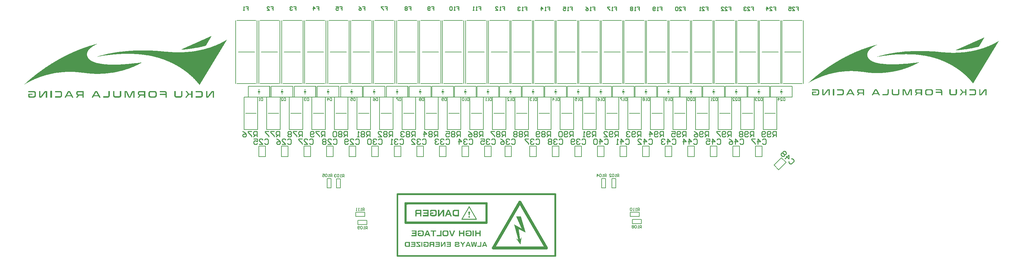
<source format=gbo>
G04*
G04 #@! TF.GenerationSoftware,Altium Limited,Altium Designer,19.0.4 (130)*
G04*
G04 Layer_Color=32896*
%FSAX25Y25*%
%MOIN*%
G70*
G01*
G75*
%ADD10C,0.00787*%
%ADD15C,0.00500*%
%ADD16C,0.01000*%
%ADD20C,0.00300*%
%ADD96C,0.00800*%
G36*
X0219375Y0250499D02*
X0219221D01*
Y0250345D01*
Y0250190D01*
X0219066D01*
Y0250035D01*
Y0249881D01*
X0218911D01*
Y0249726D01*
Y0249571D01*
X0218757D01*
Y0249416D01*
X0218602D01*
Y0249262D01*
Y0249107D01*
X0218447D01*
Y0248952D01*
Y0248798D01*
X0218293D01*
Y0248643D01*
X0218138D01*
Y0248488D01*
Y0248334D01*
X0217983D01*
Y0248179D01*
Y0248024D01*
X0217829D01*
Y0247870D01*
X0217674D01*
Y0247715D01*
Y0247560D01*
X0217519D01*
Y0247406D01*
Y0247251D01*
X0217365D01*
Y0247096D01*
X0217210D01*
Y0246942D01*
Y0246787D01*
X0217055D01*
Y0246632D01*
Y0246478D01*
X0216900D01*
Y0246323D01*
X0216746D01*
Y0246168D01*
Y0246013D01*
X0216591D01*
Y0245859D01*
Y0245704D01*
X0216437D01*
Y0245549D01*
X0216282D01*
Y0245395D01*
Y0245240D01*
X0216127D01*
Y0245085D01*
Y0244931D01*
X0215972D01*
Y0244776D01*
Y0244621D01*
X0215818D01*
Y0244467D01*
X0215663D01*
Y0244312D01*
Y0244157D01*
X0215508D01*
Y0244003D01*
Y0243848D01*
X0215354D01*
Y0243693D01*
X0215199D01*
Y0243538D01*
Y0243384D01*
X0215044D01*
Y0243229D01*
Y0243074D01*
X0214890D01*
Y0242920D01*
X0214735D01*
Y0242765D01*
Y0242610D01*
X0214580D01*
Y0242456D01*
Y0242301D01*
X0214426D01*
Y0242146D01*
X0214271D01*
Y0241992D01*
Y0241837D01*
X0214116D01*
Y0241682D01*
Y0241528D01*
X0213962D01*
Y0241373D01*
X0213807D01*
Y0241218D01*
Y0241063D01*
X0213652D01*
Y0240909D01*
Y0240754D01*
X0213497D01*
Y0240599D01*
X0213343D01*
Y0240445D01*
Y0240290D01*
X0213188D01*
Y0240136D01*
Y0239981D01*
X0213033D01*
Y0239826D01*
X0212569D01*
Y0239671D01*
X0211951D01*
Y0239517D01*
X0211332D01*
Y0239362D01*
X0210713D01*
Y0239207D01*
X0209940D01*
Y0239053D01*
X0209321D01*
Y0238898D01*
X0208702D01*
Y0238743D01*
X0207929D01*
Y0238589D01*
X0207155D01*
Y0238434D01*
X0206537D01*
Y0238279D01*
X0205763D01*
Y0238125D01*
X0204990D01*
Y0237970D01*
X0204062D01*
Y0237815D01*
X0203288D01*
Y0237661D01*
X0202515D01*
Y0237506D01*
X0201587D01*
Y0237351D01*
X0200659D01*
Y0237196D01*
X0199731D01*
Y0237042D01*
X0198803D01*
Y0236887D01*
X0197874D01*
Y0236732D01*
X0196792D01*
Y0236578D01*
X0195554D01*
Y0236423D01*
X0194317D01*
Y0236268D01*
X0193234D01*
Y0236114D01*
X0191687D01*
Y0235959D01*
X0189986D01*
Y0235804D01*
X0188129D01*
Y0235650D01*
X0185654D01*
Y0235804D01*
X0185964D01*
Y0235959D01*
X0186273D01*
Y0236114D01*
X0186737D01*
Y0236268D01*
X0187047D01*
Y0236423D01*
X0187356D01*
Y0236578D01*
X0187665D01*
Y0236732D01*
X0188129D01*
Y0236887D01*
X0188439D01*
Y0237042D01*
X0188748D01*
Y0237196D01*
X0189058D01*
Y0237351D01*
X0189522D01*
Y0237506D01*
X0189831D01*
Y0237661D01*
X0190140D01*
Y0237815D01*
X0190450D01*
Y0237970D01*
X0190914D01*
Y0238125D01*
X0191223D01*
Y0238279D01*
X0191532D01*
Y0238434D01*
X0191842D01*
Y0238589D01*
X0192306D01*
Y0238743D01*
X0192615D01*
Y0238898D01*
X0192925D01*
Y0239053D01*
X0193234D01*
Y0239207D01*
X0193698D01*
Y0239362D01*
X0194007D01*
Y0239517D01*
X0194317D01*
Y0239671D01*
X0194626D01*
Y0239826D01*
X0195090D01*
Y0239981D01*
X0195399D01*
Y0240136D01*
X0195709D01*
Y0240290D01*
X0196018D01*
Y0240445D01*
X0196482D01*
Y0240599D01*
X0196792D01*
Y0240754D01*
X0197101D01*
Y0240909D01*
X0197410D01*
Y0241063D01*
X0197874D01*
Y0241218D01*
X0198184D01*
Y0241373D01*
X0198493D01*
Y0241528D01*
X0198803D01*
Y0241682D01*
X0199267D01*
Y0241837D01*
X0199576D01*
Y0241992D01*
X0199885D01*
Y0242146D01*
X0200195D01*
Y0242301D01*
X0200659D01*
Y0242456D01*
X0200968D01*
Y0242610D01*
X0201277D01*
Y0242765D01*
X0201587D01*
Y0242920D01*
X0202051D01*
Y0243074D01*
X0202360D01*
Y0243229D01*
X0202670D01*
Y0243384D01*
X0202979D01*
Y0243538D01*
X0203443D01*
Y0243693D01*
X0203752D01*
Y0243848D01*
X0204062D01*
Y0244003D01*
X0204371D01*
Y0244157D01*
X0204680D01*
Y0244312D01*
X0205145D01*
Y0244467D01*
X0205454D01*
Y0244621D01*
X0205763D01*
Y0244776D01*
X0206073D01*
Y0244931D01*
X0206537D01*
Y0245085D01*
X0206846D01*
Y0245240D01*
X0207155D01*
Y0245395D01*
X0207465D01*
Y0245549D01*
X0207929D01*
Y0245704D01*
X0208238D01*
Y0245859D01*
X0208548D01*
Y0246013D01*
X0208857D01*
Y0246168D01*
X0209321D01*
Y0246323D01*
X0209630D01*
Y0246478D01*
X0209940D01*
Y0246632D01*
X0210249D01*
Y0246787D01*
X0210713D01*
Y0246942D01*
X0211023D01*
Y0247096D01*
X0211332D01*
Y0247251D01*
X0211641D01*
Y0247406D01*
X0212105D01*
Y0247560D01*
X0212415D01*
Y0247715D01*
X0212724D01*
Y0247870D01*
X0213033D01*
Y0248024D01*
X0213497D01*
Y0248179D01*
X0213807D01*
Y0248334D01*
X0214116D01*
Y0248488D01*
X0214426D01*
Y0248643D01*
X0214890D01*
Y0248798D01*
X0215199D01*
Y0248952D01*
X0215508D01*
Y0249107D01*
X0215818D01*
Y0249262D01*
X0216282D01*
Y0249416D01*
X0216591D01*
Y0249571D01*
X0216900D01*
Y0249726D01*
X0217210D01*
Y0249881D01*
X0217674D01*
Y0250035D01*
X0217983D01*
Y0250190D01*
X0218293D01*
Y0250345D01*
X0218602D01*
Y0250499D01*
X0219066D01*
Y0250654D01*
X0219375D01*
Y0250499D01*
D02*
G37*
G36*
X1075298Y0248925D02*
X1075153D01*
Y0248780D01*
Y0248634D01*
X1075007D01*
Y0248489D01*
Y0248343D01*
X1074862D01*
Y0248198D01*
Y0248052D01*
X1074716D01*
Y0247907D01*
X1074571D01*
Y0247761D01*
Y0247616D01*
X1074425D01*
Y0247470D01*
Y0247325D01*
X1074280D01*
Y0247180D01*
X1074135D01*
Y0247034D01*
Y0246889D01*
X1073989D01*
Y0246743D01*
Y0246598D01*
X1073844D01*
Y0246452D01*
X1073698D01*
Y0246307D01*
Y0246162D01*
X1073553D01*
Y0246016D01*
Y0245871D01*
X1073407D01*
Y0245725D01*
X1073262D01*
Y0245580D01*
Y0245434D01*
X1073116D01*
Y0245289D01*
Y0245143D01*
X1072971D01*
Y0244998D01*
X1072826D01*
Y0244852D01*
Y0244707D01*
X1072680D01*
Y0244562D01*
Y0244416D01*
X1072535D01*
Y0244271D01*
X1072389D01*
Y0244125D01*
Y0243980D01*
X1072244D01*
Y0243834D01*
Y0243689D01*
X1072098D01*
Y0243544D01*
Y0243398D01*
X1071953D01*
Y0243253D01*
X1071807D01*
Y0243107D01*
Y0242962D01*
X1071662D01*
Y0242816D01*
Y0242671D01*
X1071517D01*
Y0242525D01*
X1071371D01*
Y0242380D01*
Y0242234D01*
X1071226D01*
Y0242089D01*
Y0241944D01*
X1071080D01*
Y0241798D01*
X1070935D01*
Y0241653D01*
Y0241507D01*
X1070789D01*
Y0241362D01*
Y0241216D01*
X1070644D01*
Y0241071D01*
X1070498D01*
Y0240926D01*
Y0240780D01*
X1070353D01*
Y0240635D01*
Y0240489D01*
X1070208D01*
Y0240344D01*
X1070062D01*
Y0240198D01*
Y0240053D01*
X1069917D01*
Y0239907D01*
Y0239762D01*
X1069771D01*
Y0239616D01*
X1069626D01*
Y0239471D01*
Y0239326D01*
X1069480D01*
Y0239180D01*
Y0239035D01*
X1069335D01*
Y0238889D01*
X1068899D01*
Y0238744D01*
X1068317D01*
Y0238598D01*
X1067735D01*
Y0238453D01*
X1067153D01*
Y0238307D01*
X1066426D01*
Y0238162D01*
X1065844D01*
Y0238017D01*
X1065263D01*
Y0237871D01*
X1064535D01*
Y0237726D01*
X1063808D01*
Y0237580D01*
X1063226D01*
Y0237435D01*
X1062499D01*
Y0237289D01*
X1061772D01*
Y0237144D01*
X1060899D01*
Y0236999D01*
X1060172D01*
Y0236853D01*
X1059445D01*
Y0236708D01*
X1058572D01*
Y0236562D01*
X1057699D01*
Y0236417D01*
X1056827D01*
Y0236271D01*
X1055954D01*
Y0236126D01*
X1055081D01*
Y0235980D01*
X1054063D01*
Y0235835D01*
X1052900D01*
Y0235690D01*
X1051736D01*
Y0235544D01*
X1050718D01*
Y0235399D01*
X1049264D01*
Y0235253D01*
X1047664D01*
Y0235108D01*
X1045918D01*
Y0234962D01*
X1043591D01*
Y0235108D01*
X1043882D01*
Y0235253D01*
X1044173D01*
Y0235399D01*
X1044610D01*
Y0235544D01*
X1044900D01*
Y0235690D01*
X1045191D01*
Y0235835D01*
X1045482D01*
Y0235980D01*
X1045918D01*
Y0236126D01*
X1046209D01*
Y0236271D01*
X1046500D01*
Y0236417D01*
X1046791D01*
Y0236562D01*
X1047227D01*
Y0236708D01*
X1047518D01*
Y0236853D01*
X1047809D01*
Y0236999D01*
X1048100D01*
Y0237144D01*
X1048536D01*
Y0237289D01*
X1048827D01*
Y0237435D01*
X1049118D01*
Y0237580D01*
X1049409D01*
Y0237726D01*
X1049845D01*
Y0237871D01*
X1050136D01*
Y0238017D01*
X1050427D01*
Y0238162D01*
X1050718D01*
Y0238307D01*
X1051154D01*
Y0238453D01*
X1051445D01*
Y0238598D01*
X1051736D01*
Y0238744D01*
X1052027D01*
Y0238889D01*
X1052463D01*
Y0239035D01*
X1052754D01*
Y0239180D01*
X1053045D01*
Y0239326D01*
X1053336D01*
Y0239471D01*
X1053772D01*
Y0239616D01*
X1054063D01*
Y0239762D01*
X1054354D01*
Y0239907D01*
X1054645D01*
Y0240053D01*
X1055081D01*
Y0240198D01*
X1055372D01*
Y0240344D01*
X1055663D01*
Y0240489D01*
X1055954D01*
Y0240635D01*
X1056390D01*
Y0240780D01*
X1056681D01*
Y0240926D01*
X1056972D01*
Y0241071D01*
X1057263D01*
Y0241216D01*
X1057699D01*
Y0241362D01*
X1057990D01*
Y0241507D01*
X1058281D01*
Y0241653D01*
X1058572D01*
Y0241798D01*
X1059008D01*
Y0241944D01*
X1059299D01*
Y0242089D01*
X1059590D01*
Y0242234D01*
X1059881D01*
Y0242380D01*
X1060317D01*
Y0242525D01*
X1060608D01*
Y0242671D01*
X1060899D01*
Y0242816D01*
X1061190D01*
Y0242962D01*
X1061481D01*
Y0243107D01*
X1061917D01*
Y0243253D01*
X1062208D01*
Y0243398D01*
X1062499D01*
Y0243544D01*
X1062790D01*
Y0243689D01*
X1063226D01*
Y0243834D01*
X1063517D01*
Y0243980D01*
X1063808D01*
Y0244125D01*
X1064099D01*
Y0244271D01*
X1064535D01*
Y0244416D01*
X1064826D01*
Y0244562D01*
X1065117D01*
Y0244707D01*
X1065408D01*
Y0244852D01*
X1065844D01*
Y0244998D01*
X1066135D01*
Y0245143D01*
X1066426D01*
Y0245289D01*
X1066717D01*
Y0245434D01*
X1067153D01*
Y0245580D01*
X1067444D01*
Y0245725D01*
X1067735D01*
Y0245871D01*
X1068026D01*
Y0246016D01*
X1068462D01*
Y0246162D01*
X1068753D01*
Y0246307D01*
X1069044D01*
Y0246452D01*
X1069335D01*
Y0246598D01*
X1069771D01*
Y0246743D01*
X1070062D01*
Y0246889D01*
X1070353D01*
Y0247034D01*
X1070644D01*
Y0247180D01*
X1071080D01*
Y0247325D01*
X1071371D01*
Y0247470D01*
X1071662D01*
Y0247616D01*
X1071953D01*
Y0247761D01*
X1072389D01*
Y0247907D01*
X1072680D01*
Y0248052D01*
X1072971D01*
Y0248198D01*
X1073262D01*
Y0248343D01*
X1073698D01*
Y0248489D01*
X1073989D01*
Y0248634D01*
X1074280D01*
Y0248780D01*
X1074571D01*
Y0248925D01*
X1075007D01*
Y0249070D01*
X1075298D01*
Y0248925D01*
D02*
G37*
G36*
X0236391Y0246478D02*
Y0246323D01*
X0236236D01*
Y0246168D01*
Y0246013D01*
X0236081D01*
Y0245859D01*
X0235927D01*
Y0245704D01*
Y0245549D01*
X0235772D01*
Y0245395D01*
Y0245240D01*
X0235617D01*
Y0245085D01*
X0235463D01*
Y0244931D01*
Y0244776D01*
X0235308D01*
Y0244621D01*
X0235153D01*
Y0244467D01*
Y0244312D01*
X0234998D01*
Y0244157D01*
Y0244003D01*
X0234844D01*
Y0243848D01*
X0234689D01*
Y0243693D01*
Y0243538D01*
X0234535D01*
Y0243384D01*
Y0243229D01*
X0234380D01*
Y0243074D01*
X0234225D01*
Y0242920D01*
Y0242765D01*
X0234070D01*
Y0242610D01*
Y0242456D01*
X0233916D01*
Y0242301D01*
X0233761D01*
Y0242146D01*
Y0241992D01*
X0233606D01*
Y0241837D01*
Y0241682D01*
X0233452D01*
Y0241528D01*
X0233297D01*
Y0241373D01*
Y0241218D01*
X0233142D01*
Y0241063D01*
Y0240909D01*
X0232988D01*
Y0240754D01*
X0232833D01*
Y0240599D01*
Y0240445D01*
X0232678D01*
Y0240290D01*
Y0240136D01*
X0232524D01*
Y0239981D01*
X0232369D01*
Y0239826D01*
Y0239671D01*
X0232214D01*
Y0239517D01*
Y0239362D01*
X0232060D01*
Y0239207D01*
X0231905D01*
Y0239053D01*
Y0238898D01*
X0231750D01*
Y0238743D01*
Y0238589D01*
X0231595D01*
Y0238434D01*
X0231441D01*
Y0238279D01*
Y0238125D01*
X0231286D01*
Y0237970D01*
X0231131D01*
Y0237815D01*
Y0237661D01*
X0230977D01*
Y0237506D01*
Y0237351D01*
X0230822D01*
Y0237196D01*
X0230667D01*
Y0237042D01*
Y0236887D01*
X0230513D01*
Y0236732D01*
Y0236578D01*
X0230358D01*
Y0236423D01*
X0230203D01*
Y0236268D01*
Y0236114D01*
X0230049D01*
Y0235959D01*
Y0235804D01*
X0229894D01*
Y0235650D01*
X0229739D01*
Y0235495D01*
Y0235340D01*
X0229585D01*
Y0235186D01*
Y0235031D01*
X0229430D01*
Y0234876D01*
X0229275D01*
Y0234721D01*
Y0234567D01*
X0229120D01*
Y0234412D01*
Y0234258D01*
X0228966D01*
Y0234103D01*
X0228811D01*
Y0233948D01*
Y0233793D01*
X0228657D01*
Y0233639D01*
Y0233484D01*
X0228502D01*
Y0233329D01*
X0228347D01*
Y0233175D01*
Y0233020D01*
X0228192D01*
Y0232865D01*
Y0232711D01*
X0228038D01*
Y0232556D01*
X0227883D01*
Y0232401D01*
Y0232247D01*
X0227728D01*
Y0232092D01*
X0227574D01*
Y0231937D01*
Y0231783D01*
X0227419D01*
Y0231628D01*
Y0231473D01*
X0227264D01*
Y0231318D01*
X0227110D01*
Y0231164D01*
Y0231009D01*
X0226955D01*
Y0230854D01*
Y0230700D01*
X0226800D01*
Y0230545D01*
X0226646D01*
Y0230390D01*
Y0230236D01*
X0226491D01*
Y0230081D01*
Y0229926D01*
X0226336D01*
Y0229772D01*
X0226182D01*
Y0229617D01*
Y0229462D01*
X0226027D01*
Y0229308D01*
Y0229153D01*
X0225872D01*
Y0228998D01*
X0225717D01*
Y0228844D01*
Y0228689D01*
X0225563D01*
Y0228534D01*
Y0228380D01*
X0225408D01*
Y0228225D01*
X0225254D01*
Y0228070D01*
Y0227916D01*
X0225099D01*
Y0227761D01*
Y0227606D01*
X0224944D01*
Y0227451D01*
X0224789D01*
Y0227297D01*
Y0227142D01*
X0224635D01*
Y0226987D01*
Y0226833D01*
X0224480D01*
Y0226678D01*
X0224325D01*
Y0226523D01*
Y0226369D01*
X0224171D01*
Y0226214D01*
Y0226059D01*
X0224016D01*
Y0225905D01*
X0223861D01*
Y0225750D01*
Y0225595D01*
X0223707D01*
Y0225441D01*
X0223552D01*
Y0225286D01*
Y0225131D01*
X0223397D01*
Y0224976D01*
Y0224822D01*
X0223243D01*
Y0224667D01*
X0223088D01*
Y0224512D01*
Y0224358D01*
X0222933D01*
Y0224203D01*
Y0224048D01*
X0222779D01*
Y0223894D01*
X0222624D01*
Y0223739D01*
Y0223584D01*
X0222469D01*
Y0223430D01*
Y0223275D01*
X0222315D01*
Y0223120D01*
X0222160D01*
Y0222966D01*
Y0222811D01*
X0222005D01*
Y0222656D01*
Y0222501D01*
X0221850D01*
Y0222347D01*
X0221696D01*
Y0222192D01*
Y0222038D01*
X0221541D01*
Y0221883D01*
Y0221728D01*
X0221386D01*
Y0221573D01*
X0221232D01*
Y0221419D01*
Y0221264D01*
X0221077D01*
Y0221109D01*
Y0220955D01*
X0220922D01*
Y0220800D01*
X0220768D01*
Y0220645D01*
Y0220491D01*
X0220613D01*
Y0220336D01*
Y0220181D01*
X0220458D01*
Y0220027D01*
X0220304D01*
Y0219872D01*
Y0219717D01*
X0220149D01*
Y0219563D01*
Y0219408D01*
X0219994D01*
Y0219253D01*
X0219840D01*
Y0219098D01*
Y0218944D01*
X0219685D01*
Y0218789D01*
X0219530D01*
Y0218634D01*
Y0218480D01*
X0219375D01*
Y0218325D01*
Y0218170D01*
X0219221D01*
Y0218016D01*
X0219066D01*
Y0217861D01*
Y0217706D01*
X0218911D01*
Y0217552D01*
Y0217397D01*
X0218757D01*
Y0217242D01*
X0218602D01*
Y0217088D01*
Y0216933D01*
X0218447D01*
Y0216778D01*
Y0216624D01*
X0218293D01*
Y0216469D01*
X0218138D01*
Y0216314D01*
Y0216160D01*
X0217983D01*
Y0216005D01*
Y0215850D01*
X0217829D01*
Y0215695D01*
X0217674D01*
Y0215541D01*
Y0215386D01*
X0217519D01*
Y0215231D01*
Y0215077D01*
X0217365D01*
Y0214922D01*
X0217210D01*
Y0214767D01*
Y0214613D01*
X0217055D01*
Y0214458D01*
Y0214303D01*
X0216900D01*
Y0214149D01*
X0216746D01*
Y0213994D01*
Y0213839D01*
X0216591D01*
Y0213685D01*
Y0213530D01*
X0216437D01*
Y0213375D01*
X0216282D01*
Y0213221D01*
Y0213066D01*
X0216127D01*
Y0212911D01*
X0215972D01*
Y0212756D01*
Y0212602D01*
X0215818D01*
Y0212447D01*
Y0212292D01*
X0215663D01*
Y0212138D01*
X0215508D01*
Y0211983D01*
Y0211828D01*
X0215354D01*
Y0211674D01*
Y0211519D01*
X0215199D01*
Y0211364D01*
X0215044D01*
Y0211210D01*
Y0211055D01*
X0214890D01*
Y0210900D01*
Y0210746D01*
X0214735D01*
Y0210591D01*
X0214580D01*
Y0210436D01*
Y0210281D01*
X0214426D01*
Y0210127D01*
Y0209972D01*
X0214271D01*
Y0209818D01*
X0214116D01*
Y0209663D01*
Y0209508D01*
X0213962D01*
Y0209353D01*
Y0209199D01*
X0213807D01*
Y0209044D01*
X0213652D01*
Y0208889D01*
Y0208735D01*
X0213497D01*
Y0208580D01*
Y0208425D01*
X0213343D01*
Y0208271D01*
X0213188D01*
Y0208116D01*
Y0207961D01*
X0213033D01*
Y0207807D01*
Y0207652D01*
X0212879D01*
Y0207497D01*
X0212724D01*
Y0207343D01*
Y0207188D01*
X0212569D01*
Y0207033D01*
Y0206878D01*
X0212415D01*
Y0206724D01*
X0212260D01*
Y0206569D01*
Y0206414D01*
X0212105D01*
Y0206260D01*
X0211951D01*
Y0206105D01*
Y0205950D01*
X0211796D01*
Y0205796D01*
Y0205641D01*
X0211641D01*
Y0205486D01*
X0211487D01*
Y0205332D01*
Y0205177D01*
X0211332D01*
Y0205022D01*
Y0204868D01*
X0211177D01*
Y0204713D01*
X0211023D01*
Y0204558D01*
Y0204403D01*
X0210868D01*
Y0204249D01*
Y0204094D01*
X0210713D01*
Y0203940D01*
X0210559D01*
Y0203785D01*
Y0203630D01*
X0210404D01*
Y0203475D01*
Y0203321D01*
X0210249D01*
Y0203166D01*
X0210094D01*
Y0203011D01*
Y0202857D01*
X0209940D01*
Y0202702D01*
Y0202547D01*
X0209785D01*
Y0202393D01*
X0209630D01*
Y0202238D01*
Y0202083D01*
X0209476D01*
Y0201929D01*
Y0201774D01*
X0209321D01*
Y0201619D01*
X0209166D01*
Y0201465D01*
Y0201310D01*
X0209012D01*
Y0201155D01*
Y0201000D01*
X0208857D01*
Y0200846D01*
X0208702D01*
Y0200691D01*
Y0200536D01*
X0208548D01*
Y0200382D01*
Y0200227D01*
X0208393D01*
Y0200072D01*
X0208238D01*
Y0199918D01*
Y0199763D01*
X0208084D01*
Y0199608D01*
X0207929D01*
Y0199454D01*
Y0199299D01*
X0207774D01*
Y0199144D01*
Y0198990D01*
X0207620D01*
Y0198835D01*
X0207465D01*
Y0198680D01*
Y0198526D01*
X0207310D01*
Y0198371D01*
Y0198216D01*
X0207155D01*
Y0198062D01*
X0207001D01*
Y0197907D01*
Y0197752D01*
X0206846D01*
Y0197598D01*
Y0197443D01*
X0206691D01*
Y0197288D01*
X0206537D01*
Y0197133D01*
Y0196979D01*
X0206382D01*
Y0196824D01*
Y0196669D01*
X0206227D01*
Y0196515D01*
X0205918D01*
Y0196669D01*
X0205763D01*
Y0196824D01*
Y0196979D01*
X0205609D01*
Y0197133D01*
X0205454D01*
Y0197288D01*
X0205299D01*
Y0197443D01*
Y0197598D01*
X0205145D01*
Y0197752D01*
X0204990D01*
Y0197907D01*
X0204835D01*
Y0198062D01*
Y0198216D01*
X0204680D01*
Y0198371D01*
X0204526D01*
Y0198526D01*
X0204371D01*
Y0198680D01*
X0204217D01*
Y0198835D01*
X0204062D01*
Y0198990D01*
Y0199144D01*
X0203907D01*
Y0199299D01*
X0203752D01*
Y0199454D01*
X0203598D01*
Y0199608D01*
X0203443D01*
Y0199763D01*
X0203288D01*
Y0199918D01*
Y0200072D01*
X0203134D01*
Y0200227D01*
X0202979D01*
Y0200382D01*
X0202824D01*
Y0200536D01*
X0202670D01*
Y0200691D01*
X0202515D01*
Y0200846D01*
X0202360D01*
Y0201000D01*
X0202206D01*
Y0201155D01*
X0202051D01*
Y0201310D01*
Y0201465D01*
X0201896D01*
Y0201619D01*
X0201742D01*
Y0201774D01*
X0201587D01*
Y0201929D01*
X0201432D01*
Y0202083D01*
X0201277D01*
Y0202238D01*
X0201123D01*
Y0202393D01*
X0200968D01*
Y0202547D01*
X0200813D01*
Y0202702D01*
X0200659D01*
Y0202857D01*
X0200504D01*
Y0203011D01*
X0200349D01*
Y0203166D01*
X0200195D01*
Y0203321D01*
X0200040D01*
Y0203475D01*
X0199885D01*
Y0203630D01*
X0199731D01*
Y0203785D01*
X0199576D01*
Y0203940D01*
X0199421D01*
Y0204094D01*
X0199267D01*
Y0204249D01*
X0199112D01*
Y0204403D01*
X0198957D01*
Y0204558D01*
X0198803D01*
Y0204713D01*
X0198648D01*
Y0204868D01*
X0198493D01*
Y0205022D01*
X0198338D01*
Y0205177D01*
X0198184D01*
Y0205332D01*
X0198029D01*
Y0205486D01*
X0197874D01*
Y0205641D01*
X0197720D01*
Y0205796D01*
X0197565D01*
Y0205950D01*
X0197410D01*
Y0206105D01*
X0197101D01*
Y0206260D01*
X0196946D01*
Y0206414D01*
X0196792D01*
Y0206569D01*
X0196637D01*
Y0206724D01*
X0196482D01*
Y0206878D01*
X0196328D01*
Y0207033D01*
X0196173D01*
Y0207188D01*
X0196018D01*
Y0207343D01*
X0195709D01*
Y0207497D01*
X0195554D01*
Y0207652D01*
X0195399D01*
Y0207807D01*
X0195245D01*
Y0207961D01*
X0195090D01*
Y0208116D01*
X0194936D01*
Y0208271D01*
X0194781D01*
Y0208425D01*
X0194471D01*
Y0208580D01*
X0194317D01*
Y0208735D01*
X0194162D01*
Y0208889D01*
X0194007D01*
Y0209044D01*
X0193853D01*
Y0209199D01*
X0193543D01*
Y0209353D01*
X0193389D01*
Y0209508D01*
X0193234D01*
Y0209663D01*
X0193079D01*
Y0209818D01*
X0192770D01*
Y0209972D01*
X0192615D01*
Y0210127D01*
X0192461D01*
Y0210281D01*
X0192151D01*
Y0210436D01*
X0191997D01*
Y0210591D01*
X0191842D01*
Y0210746D01*
X0191687D01*
Y0210900D01*
X0191378D01*
Y0211055D01*
X0191223D01*
Y0211210D01*
X0191068D01*
Y0211364D01*
X0190914D01*
Y0211519D01*
X0190604D01*
Y0211674D01*
X0190450D01*
Y0211828D01*
X0190140D01*
Y0211983D01*
X0189986D01*
Y0212138D01*
X0189831D01*
Y0212292D01*
X0189522D01*
Y0212447D01*
X0189367D01*
Y0212602D01*
X0189058D01*
Y0212756D01*
X0188903D01*
Y0212911D01*
X0188748D01*
Y0213066D01*
X0188439D01*
Y0213221D01*
X0188284D01*
Y0213375D01*
X0187975D01*
Y0213530D01*
X0187820D01*
Y0213685D01*
X0187665D01*
Y0213839D01*
X0187356D01*
Y0213994D01*
X0187201D01*
Y0214149D01*
X0186892D01*
Y0214303D01*
X0186737D01*
Y0214458D01*
X0186428D01*
Y0214613D01*
X0186273D01*
Y0214767D01*
X0185964D01*
Y0214922D01*
X0185809D01*
Y0215077D01*
X0185500D01*
Y0215231D01*
X0185190D01*
Y0215386D01*
X0185036D01*
Y0215541D01*
X0184726D01*
Y0215695D01*
X0184572D01*
Y0215850D01*
X0184262D01*
Y0216005D01*
X0184108D01*
Y0216160D01*
X0183798D01*
Y0216314D01*
X0183489D01*
Y0216469D01*
X0183334D01*
Y0216624D01*
X0183025D01*
Y0216778D01*
X0182715D01*
Y0216933D01*
X0182561D01*
Y0217088D01*
X0182251D01*
Y0217242D01*
X0181942D01*
Y0217397D01*
X0181787D01*
Y0217552D01*
X0181478D01*
Y0217706D01*
X0181169D01*
Y0217861D01*
X0180859D01*
Y0218016D01*
X0180705D01*
Y0218170D01*
X0180395D01*
Y0218325D01*
X0180086D01*
Y0218480D01*
X0179777D01*
Y0218634D01*
X0179467D01*
Y0218789D01*
X0179158D01*
Y0218944D01*
X0179003D01*
Y0219098D01*
X0178694D01*
Y0219253D01*
X0178384D01*
Y0219408D01*
X0178075D01*
Y0219563D01*
X0177766D01*
Y0219717D01*
X0177456D01*
Y0219872D01*
X0177147D01*
Y0220027D01*
X0176838D01*
Y0220181D01*
X0176528D01*
Y0220336D01*
X0176219D01*
Y0220491D01*
X0175909D01*
Y0220645D01*
X0175600D01*
Y0220800D01*
X0175291D01*
Y0220955D01*
X0174981D01*
Y0221109D01*
X0174672D01*
Y0221264D01*
X0174363D01*
Y0221419D01*
X0173898D01*
Y0221573D01*
X0173589D01*
Y0221728D01*
X0173280D01*
Y0221883D01*
X0172970D01*
Y0222038D01*
X0172661D01*
Y0222192D01*
X0172197D01*
Y0222347D01*
X0171888D01*
Y0222501D01*
X0171578D01*
Y0222656D01*
X0171114D01*
Y0222811D01*
X0170805D01*
Y0222966D01*
X0170495D01*
Y0223120D01*
X0170031D01*
Y0223275D01*
X0169722D01*
Y0223430D01*
X0169258D01*
Y0223584D01*
X0168949D01*
Y0223739D01*
X0168485D01*
Y0223894D01*
X0168175D01*
Y0224048D01*
X0167711D01*
Y0224203D01*
X0167247D01*
Y0224358D01*
X0166938D01*
Y0224512D01*
X0166474D01*
Y0224667D01*
X0166010D01*
Y0224822D01*
X0165700D01*
Y0224976D01*
X0165236D01*
Y0225131D01*
X0164772D01*
Y0225286D01*
X0164308D01*
Y0225441D01*
X0163844D01*
Y0225595D01*
X0163380D01*
Y0225750D01*
X0162916D01*
Y0225905D01*
X0162452D01*
Y0226059D01*
X0161988D01*
Y0226214D01*
X0161369D01*
Y0226369D01*
X0160905D01*
Y0226523D01*
X0160441D01*
Y0226678D01*
X0159822D01*
Y0226833D01*
X0159358D01*
Y0226987D01*
X0158739D01*
Y0227142D01*
X0158121D01*
Y0227297D01*
X0157502D01*
Y0227451D01*
X0157038D01*
Y0227606D01*
X0156419D01*
Y0227761D01*
X0155800D01*
Y0227916D01*
X0155027D01*
Y0228070D01*
X0154408D01*
Y0228225D01*
X0153635D01*
Y0228380D01*
X0153016D01*
Y0228534D01*
X0152243D01*
Y0228689D01*
X0151315D01*
Y0228844D01*
X0150541D01*
Y0228998D01*
X0149768D01*
Y0229153D01*
X0148840D01*
Y0229308D01*
X0147912D01*
Y0229462D01*
X0146829D01*
Y0229617D01*
X0145746D01*
Y0229772D01*
X0144663D01*
Y0229926D01*
X0143426D01*
Y0230081D01*
X0142034D01*
Y0230236D01*
X0140487D01*
Y0230390D01*
X0138631D01*
Y0230545D01*
X0136620D01*
Y0230700D01*
X0133835D01*
Y0230854D01*
X0128576D01*
Y0231009D01*
X0125792D01*
Y0230854D01*
X0119450D01*
Y0230700D01*
X0116201D01*
Y0230545D01*
X0114036D01*
Y0230390D01*
X0111870D01*
Y0230236D01*
X0110169D01*
Y0230081D01*
X0108622D01*
Y0229926D01*
X0107075D01*
Y0229772D01*
X0105838D01*
Y0229617D01*
X0104600D01*
Y0229462D01*
X0103208D01*
Y0229308D01*
X0102125D01*
Y0229153D01*
X0101042D01*
Y0228998D01*
X0099960D01*
Y0228844D01*
X0098877D01*
Y0228689D01*
X0097949D01*
Y0228534D01*
X0097021D01*
Y0228380D01*
X0096093D01*
Y0228225D01*
X0095165D01*
Y0228070D01*
X0094391D01*
Y0227916D01*
X0093618D01*
Y0227761D01*
X0092999D01*
Y0227916D01*
X0093463D01*
Y0228070D01*
X0093927D01*
Y0228225D01*
X0094391D01*
Y0228380D01*
X0094855D01*
Y0228534D01*
X0095474D01*
Y0228689D01*
X0095938D01*
Y0228844D01*
X0096402D01*
Y0228998D01*
X0097021D01*
Y0229153D01*
X0097485D01*
Y0229308D01*
X0098103D01*
Y0229462D01*
X0098722D01*
Y0229617D01*
X0099341D01*
Y0229772D01*
X0099805D01*
Y0229926D01*
X0100424D01*
Y0230081D01*
X0101042D01*
Y0230236D01*
X0101816D01*
Y0230390D01*
X0102435D01*
Y0230545D01*
X0103053D01*
Y0230700D01*
X0103827D01*
Y0230854D01*
X0104446D01*
Y0231009D01*
X0105219D01*
Y0231164D01*
X0105992D01*
Y0231318D01*
X0106766D01*
Y0231473D01*
X0107539D01*
Y0231628D01*
X0108313D01*
Y0231783D01*
X0109086D01*
Y0231937D01*
X0110014D01*
Y0232092D01*
X0110942D01*
Y0232247D01*
X0111870D01*
Y0232401D01*
X0112798D01*
Y0232556D01*
X0113726D01*
Y0232711D01*
X0114809D01*
Y0232865D01*
X0115892D01*
Y0233020D01*
X0117130D01*
Y0233175D01*
X0118212D01*
Y0233329D01*
X0119450D01*
Y0233484D01*
X0120842D01*
Y0233639D01*
X0122389D01*
Y0233793D01*
X0123936D01*
Y0233948D01*
X0125328D01*
Y0234103D01*
X0127493D01*
Y0234258D01*
X0129659D01*
Y0234412D01*
X0132289D01*
Y0234567D01*
X0135846D01*
Y0234721D01*
X0150851D01*
Y0234567D01*
X0154563D01*
Y0234412D01*
X0157502D01*
Y0234258D01*
X0159668D01*
Y0234103D01*
X0161833D01*
Y0233948D01*
X0163535D01*
Y0233793D01*
X0165236D01*
Y0233639D01*
X0166938D01*
Y0233484D01*
X0168485D01*
Y0233329D01*
X0169877D01*
Y0233175D01*
X0171578D01*
Y0233020D01*
X0173589D01*
Y0232865D01*
X0176064D01*
Y0232711D01*
X0180240D01*
Y0232556D01*
X0185500D01*
Y0232711D01*
X0189522D01*
Y0232865D01*
X0191842D01*
Y0233020D01*
X0193698D01*
Y0233175D01*
X0195245D01*
Y0233329D01*
X0196637D01*
Y0233484D01*
X0197874D01*
Y0233639D01*
X0199112D01*
Y0233793D01*
X0200195D01*
Y0233948D01*
X0201123D01*
Y0234103D01*
X0202051D01*
Y0234258D01*
X0202979D01*
Y0234412D01*
X0203907D01*
Y0234567D01*
X0204680D01*
Y0234721D01*
X0205454D01*
Y0234876D01*
X0206227D01*
Y0235031D01*
X0207001D01*
Y0235186D01*
X0207620D01*
Y0235340D01*
X0208393D01*
Y0235495D01*
X0209012D01*
Y0235650D01*
X0209630D01*
Y0235804D01*
X0210404D01*
Y0235959D01*
X0211023D01*
Y0236114D01*
X0211487D01*
Y0236268D01*
X0212105D01*
Y0236423D01*
X0212724D01*
Y0236578D01*
X0213343D01*
Y0236732D01*
X0213807D01*
Y0236887D01*
X0214271D01*
Y0237042D01*
X0214890D01*
Y0237196D01*
X0215354D01*
Y0237351D01*
X0215972D01*
Y0237506D01*
X0216437D01*
Y0237661D01*
X0216900D01*
Y0237815D01*
X0217365D01*
Y0237970D01*
X0217829D01*
Y0238125D01*
X0218293D01*
Y0238279D01*
X0218757D01*
Y0238434D01*
X0219221D01*
Y0238589D01*
X0219685D01*
Y0238743D01*
X0219994D01*
Y0238898D01*
X0220458D01*
Y0239053D01*
X0220922D01*
Y0239207D01*
X0221386D01*
Y0239362D01*
X0221696D01*
Y0239517D01*
X0222160D01*
Y0239671D01*
X0222469D01*
Y0239826D01*
X0222933D01*
Y0239981D01*
X0223243D01*
Y0240136D01*
X0223707D01*
Y0240290D01*
X0224016D01*
Y0240445D01*
X0224480D01*
Y0240599D01*
X0224789D01*
Y0240754D01*
X0225254D01*
Y0240909D01*
X0225563D01*
Y0241063D01*
X0225872D01*
Y0241218D01*
X0226336D01*
Y0241373D01*
X0226646D01*
Y0241528D01*
X0226955D01*
Y0241682D01*
X0227264D01*
Y0241837D01*
X0227574D01*
Y0241992D01*
X0228038D01*
Y0242146D01*
X0228347D01*
Y0242301D01*
X0228657D01*
Y0242456D01*
X0228966D01*
Y0242610D01*
X0229275D01*
Y0242765D01*
X0229585D01*
Y0242920D01*
X0229894D01*
Y0243074D01*
X0230203D01*
Y0243229D01*
X0230513D01*
Y0243384D01*
X0230822D01*
Y0243538D01*
X0231131D01*
Y0243693D01*
X0231441D01*
Y0243848D01*
X0231750D01*
Y0244003D01*
X0231905D01*
Y0244157D01*
X0232214D01*
Y0244312D01*
X0232524D01*
Y0244467D01*
X0232833D01*
Y0244621D01*
X0233142D01*
Y0244776D01*
X0233297D01*
Y0244931D01*
X0233606D01*
Y0245085D01*
X0233916D01*
Y0245240D01*
X0234225D01*
Y0245395D01*
X0234380D01*
Y0245549D01*
X0234689D01*
Y0245704D01*
X0234998D01*
Y0245859D01*
X0235153D01*
Y0246013D01*
X0235463D01*
Y0246168D01*
X0235617D01*
Y0246323D01*
X0235927D01*
Y0246478D01*
X0236081D01*
Y0246632D01*
X0236391D01*
Y0246478D01*
D02*
G37*
G36*
X1091297Y0245143D02*
Y0244998D01*
X1091151D01*
Y0244852D01*
Y0244707D01*
X1091006D01*
Y0244562D01*
X1090860D01*
Y0244416D01*
Y0244271D01*
X1090715D01*
Y0244125D01*
Y0243980D01*
X1090570D01*
Y0243834D01*
X1090424D01*
Y0243689D01*
Y0243544D01*
X1090279D01*
Y0243398D01*
X1090133D01*
Y0243253D01*
Y0243107D01*
X1089988D01*
Y0242962D01*
Y0242816D01*
X1089842D01*
Y0242671D01*
X1089697D01*
Y0242525D01*
Y0242380D01*
X1089552D01*
Y0242234D01*
Y0242089D01*
X1089406D01*
Y0241944D01*
X1089261D01*
Y0241798D01*
Y0241653D01*
X1089115D01*
Y0241507D01*
Y0241362D01*
X1088970D01*
Y0241216D01*
X1088824D01*
Y0241071D01*
Y0240926D01*
X1088679D01*
Y0240780D01*
Y0240635D01*
X1088533D01*
Y0240489D01*
X1088388D01*
Y0240344D01*
Y0240198D01*
X1088243D01*
Y0240053D01*
Y0239907D01*
X1088097D01*
Y0239762D01*
X1087952D01*
Y0239616D01*
Y0239471D01*
X1087806D01*
Y0239326D01*
Y0239180D01*
X1087661D01*
Y0239035D01*
X1087515D01*
Y0238889D01*
Y0238744D01*
X1087370D01*
Y0238598D01*
Y0238453D01*
X1087224D01*
Y0238307D01*
X1087079D01*
Y0238162D01*
Y0238017D01*
X1086934D01*
Y0237871D01*
Y0237726D01*
X1086788D01*
Y0237580D01*
X1086643D01*
Y0237435D01*
Y0237289D01*
X1086497D01*
Y0237144D01*
X1086352D01*
Y0236999D01*
Y0236853D01*
X1086206D01*
Y0236708D01*
Y0236562D01*
X1086061D01*
Y0236417D01*
X1085915D01*
Y0236271D01*
Y0236126D01*
X1085770D01*
Y0235980D01*
Y0235835D01*
X1085625D01*
Y0235690D01*
X1085479D01*
Y0235544D01*
Y0235399D01*
X1085334D01*
Y0235253D01*
Y0235108D01*
X1085188D01*
Y0234962D01*
X1085043D01*
Y0234817D01*
Y0234671D01*
X1084897D01*
Y0234526D01*
Y0234381D01*
X1084752D01*
Y0234235D01*
X1084606D01*
Y0234090D01*
Y0233944D01*
X1084461D01*
Y0233799D01*
Y0233653D01*
X1084316D01*
Y0233508D01*
X1084170D01*
Y0233363D01*
Y0233217D01*
X1084025D01*
Y0233072D01*
Y0232926D01*
X1083879D01*
Y0232781D01*
X1083734D01*
Y0232635D01*
Y0232490D01*
X1083588D01*
Y0232344D01*
Y0232199D01*
X1083443D01*
Y0232053D01*
X1083298D01*
Y0231908D01*
Y0231763D01*
X1083152D01*
Y0231617D01*
X1083007D01*
Y0231472D01*
Y0231326D01*
X1082861D01*
Y0231181D01*
Y0231035D01*
X1082716D01*
Y0230890D01*
X1082570D01*
Y0230745D01*
Y0230599D01*
X1082425D01*
Y0230454D01*
Y0230308D01*
X1082279D01*
Y0230163D01*
X1082134D01*
Y0230017D01*
Y0229872D01*
X1081989D01*
Y0229726D01*
Y0229581D01*
X1081843D01*
Y0229435D01*
X1081698D01*
Y0229290D01*
Y0229145D01*
X1081552D01*
Y0228999D01*
Y0228854D01*
X1081407D01*
Y0228708D01*
X1081261D01*
Y0228563D01*
Y0228417D01*
X1081116D01*
Y0228272D01*
Y0228127D01*
X1080970D01*
Y0227981D01*
X1080825D01*
Y0227836D01*
Y0227690D01*
X1080680D01*
Y0227545D01*
Y0227399D01*
X1080534D01*
Y0227254D01*
X1080389D01*
Y0227108D01*
Y0226963D01*
X1080243D01*
Y0226817D01*
Y0226672D01*
X1080098D01*
Y0226527D01*
X1079952D01*
Y0226381D01*
Y0226236D01*
X1079807D01*
Y0226090D01*
Y0225945D01*
X1079661D01*
Y0225799D01*
X1079516D01*
Y0225654D01*
Y0225508D01*
X1079370D01*
Y0225363D01*
X1079225D01*
Y0225218D01*
Y0225072D01*
X1079080D01*
Y0224927D01*
Y0224781D01*
X1078934D01*
Y0224636D01*
X1078789D01*
Y0224490D01*
Y0224345D01*
X1078643D01*
Y0224200D01*
Y0224054D01*
X1078498D01*
Y0223909D01*
X1078352D01*
Y0223763D01*
Y0223618D01*
X1078207D01*
Y0223472D01*
Y0223327D01*
X1078061D01*
Y0223181D01*
X1077916D01*
Y0223036D01*
Y0222890D01*
X1077771D01*
Y0222745D01*
Y0222600D01*
X1077625D01*
Y0222454D01*
X1077480D01*
Y0222309D01*
Y0222163D01*
X1077334D01*
Y0222018D01*
Y0221872D01*
X1077189D01*
Y0221727D01*
X1077043D01*
Y0221582D01*
Y0221436D01*
X1076898D01*
Y0221291D01*
Y0221145D01*
X1076752D01*
Y0221000D01*
X1076607D01*
Y0220854D01*
Y0220709D01*
X1076462D01*
Y0220563D01*
Y0220418D01*
X1076316D01*
Y0220272D01*
X1076171D01*
Y0220127D01*
Y0219982D01*
X1076025D01*
Y0219836D01*
Y0219691D01*
X1075880D01*
Y0219545D01*
X1075734D01*
Y0219400D01*
Y0219254D01*
X1075589D01*
Y0219109D01*
X1075443D01*
Y0218964D01*
Y0218818D01*
X1075298D01*
Y0218673D01*
Y0218527D01*
X1075153D01*
Y0218382D01*
X1075007D01*
Y0218236D01*
Y0218091D01*
X1074862D01*
Y0217945D01*
Y0217800D01*
X1074716D01*
Y0217654D01*
X1074571D01*
Y0217509D01*
Y0217364D01*
X1074425D01*
Y0217218D01*
Y0217073D01*
X1074280D01*
Y0216927D01*
X1074135D01*
Y0216782D01*
Y0216636D01*
X1073989D01*
Y0216491D01*
Y0216346D01*
X1073844D01*
Y0216200D01*
X1073698D01*
Y0216055D01*
Y0215909D01*
X1073553D01*
Y0215764D01*
Y0215618D01*
X1073407D01*
Y0215473D01*
X1073262D01*
Y0215328D01*
Y0215182D01*
X1073116D01*
Y0215037D01*
Y0214891D01*
X1072971D01*
Y0214746D01*
X1072826D01*
Y0214600D01*
Y0214455D01*
X1072680D01*
Y0214309D01*
Y0214164D01*
X1072535D01*
Y0214018D01*
X1072389D01*
Y0213873D01*
Y0213728D01*
X1072244D01*
Y0213582D01*
X1072098D01*
Y0213437D01*
Y0213291D01*
X1071953D01*
Y0213146D01*
Y0213000D01*
X1071807D01*
Y0212855D01*
X1071662D01*
Y0212709D01*
Y0212564D01*
X1071517D01*
Y0212419D01*
Y0212273D01*
X1071371D01*
Y0212128D01*
X1071226D01*
Y0211982D01*
Y0211837D01*
X1071080D01*
Y0211691D01*
Y0211546D01*
X1070935D01*
Y0211401D01*
X1070789D01*
Y0211255D01*
Y0211110D01*
X1070644D01*
Y0210964D01*
Y0210819D01*
X1070498D01*
Y0210673D01*
X1070353D01*
Y0210528D01*
Y0210382D01*
X1070208D01*
Y0210237D01*
Y0210091D01*
X1070062D01*
Y0209946D01*
X1069917D01*
Y0209801D01*
Y0209655D01*
X1069771D01*
Y0209510D01*
Y0209364D01*
X1069626D01*
Y0209219D01*
X1069480D01*
Y0209073D01*
Y0208928D01*
X1069335D01*
Y0208783D01*
Y0208637D01*
X1069189D01*
Y0208492D01*
X1069044D01*
Y0208346D01*
Y0208201D01*
X1068899D01*
Y0208055D01*
Y0207910D01*
X1068753D01*
Y0207764D01*
X1068608D01*
Y0207619D01*
Y0207473D01*
X1068462D01*
Y0207328D01*
X1068317D01*
Y0207183D01*
Y0207037D01*
X1068171D01*
Y0206892D01*
Y0206746D01*
X1068026D01*
Y0206601D01*
X1067880D01*
Y0206455D01*
Y0206310D01*
X1067735D01*
Y0206165D01*
Y0206019D01*
X1067589D01*
Y0205874D01*
X1067444D01*
Y0205728D01*
Y0205583D01*
X1067299D01*
Y0205437D01*
Y0205292D01*
X1067153D01*
Y0205146D01*
X1067008D01*
Y0205001D01*
Y0204855D01*
X1066862D01*
Y0204710D01*
Y0204565D01*
X1066717D01*
Y0204419D01*
X1066572D01*
Y0204274D01*
Y0204128D01*
X1066426D01*
Y0203983D01*
Y0203837D01*
X1066281D01*
Y0203692D01*
X1066135D01*
Y0203547D01*
Y0203401D01*
X1065990D01*
Y0203256D01*
Y0203110D01*
X1065844D01*
Y0202965D01*
X1065699D01*
Y0202819D01*
Y0202674D01*
X1065553D01*
Y0202528D01*
Y0202383D01*
X1065408D01*
Y0202238D01*
X1065263D01*
Y0202092D01*
Y0201947D01*
X1065117D01*
Y0201801D01*
Y0201656D01*
X1064972D01*
Y0201510D01*
X1064826D01*
Y0201365D01*
Y0201219D01*
X1064681D01*
Y0201074D01*
X1064535D01*
Y0200928D01*
Y0200783D01*
X1064390D01*
Y0200638D01*
Y0200492D01*
X1064244D01*
Y0200347D01*
X1064099D01*
Y0200201D01*
Y0200056D01*
X1063953D01*
Y0199910D01*
Y0199765D01*
X1063808D01*
Y0199619D01*
X1063663D01*
Y0199474D01*
Y0199329D01*
X1063517D01*
Y0199183D01*
Y0199038D01*
X1063372D01*
Y0198892D01*
X1063226D01*
Y0198747D01*
Y0198601D01*
X1063081D01*
Y0198456D01*
Y0198311D01*
X1062935D01*
Y0198165D01*
X1062644D01*
Y0198311D01*
X1062499D01*
Y0198456D01*
Y0198601D01*
X1062354D01*
Y0198747D01*
X1062208D01*
Y0198892D01*
X1062063D01*
Y0199038D01*
Y0199183D01*
X1061917D01*
Y0199329D01*
X1061772D01*
Y0199474D01*
X1061626D01*
Y0199619D01*
Y0199765D01*
X1061481D01*
Y0199910D01*
X1061335D01*
Y0200056D01*
X1061190D01*
Y0200201D01*
X1061045D01*
Y0200347D01*
X1060899D01*
Y0200492D01*
Y0200638D01*
X1060754D01*
Y0200783D01*
X1060608D01*
Y0200928D01*
X1060463D01*
Y0201074D01*
X1060317D01*
Y0201219D01*
X1060172D01*
Y0201365D01*
Y0201510D01*
X1060026D01*
Y0201656D01*
X1059881D01*
Y0201801D01*
X1059736D01*
Y0201947D01*
X1059590D01*
Y0202092D01*
X1059445D01*
Y0202238D01*
X1059299D01*
Y0202383D01*
X1059154D01*
Y0202528D01*
X1059008D01*
Y0202674D01*
Y0202819D01*
X1058863D01*
Y0202965D01*
X1058718D01*
Y0203110D01*
X1058572D01*
Y0203256D01*
X1058427D01*
Y0203401D01*
X1058281D01*
Y0203547D01*
X1058136D01*
Y0203692D01*
X1057990D01*
Y0203837D01*
X1057845D01*
Y0203983D01*
X1057699D01*
Y0204128D01*
X1057554D01*
Y0204274D01*
X1057409D01*
Y0204419D01*
X1057263D01*
Y0204565D01*
X1057118D01*
Y0204710D01*
X1056972D01*
Y0204855D01*
X1056827D01*
Y0205001D01*
X1056681D01*
Y0205146D01*
X1056536D01*
Y0205292D01*
X1056390D01*
Y0205437D01*
X1056245D01*
Y0205583D01*
X1056100D01*
Y0205728D01*
X1055954D01*
Y0205874D01*
X1055809D01*
Y0206019D01*
X1055663D01*
Y0206165D01*
X1055518D01*
Y0206310D01*
X1055372D01*
Y0206455D01*
X1055227D01*
Y0206601D01*
X1055081D01*
Y0206746D01*
X1054936D01*
Y0206892D01*
X1054790D01*
Y0207037D01*
X1054645D01*
Y0207183D01*
X1054354D01*
Y0207328D01*
X1054209D01*
Y0207473D01*
X1054063D01*
Y0207619D01*
X1053918D01*
Y0207764D01*
X1053772D01*
Y0207910D01*
X1053627D01*
Y0208055D01*
X1053481D01*
Y0208201D01*
X1053336D01*
Y0208346D01*
X1053045D01*
Y0208492D01*
X1052900D01*
Y0208637D01*
X1052754D01*
Y0208783D01*
X1052609D01*
Y0208928D01*
X1052463D01*
Y0209073D01*
X1052318D01*
Y0209219D01*
X1052172D01*
Y0209364D01*
X1051882D01*
Y0209510D01*
X1051736D01*
Y0209655D01*
X1051591D01*
Y0209801D01*
X1051445D01*
Y0209946D01*
X1051300D01*
Y0210091D01*
X1051009D01*
Y0210237D01*
X1050864D01*
Y0210382D01*
X1050718D01*
Y0210528D01*
X1050573D01*
Y0210673D01*
X1050282D01*
Y0210819D01*
X1050136D01*
Y0210964D01*
X1049991D01*
Y0211110D01*
X1049700D01*
Y0211255D01*
X1049555D01*
Y0211401D01*
X1049409D01*
Y0211546D01*
X1049264D01*
Y0211691D01*
X1048973D01*
Y0211837D01*
X1048827D01*
Y0211982D01*
X1048682D01*
Y0212128D01*
X1048536D01*
Y0212273D01*
X1048246D01*
Y0212419D01*
X1048100D01*
Y0212564D01*
X1047809D01*
Y0212709D01*
X1047664D01*
Y0212855D01*
X1047518D01*
Y0213000D01*
X1047227D01*
Y0213146D01*
X1047082D01*
Y0213291D01*
X1046791D01*
Y0213437D01*
X1046646D01*
Y0213582D01*
X1046500D01*
Y0213728D01*
X1046209D01*
Y0213873D01*
X1046064D01*
Y0214018D01*
X1045773D01*
Y0214164D01*
X1045628D01*
Y0214309D01*
X1045482D01*
Y0214455D01*
X1045191D01*
Y0214600D01*
X1045046D01*
Y0214746D01*
X1044755D01*
Y0214891D01*
X1044610D01*
Y0215037D01*
X1044319D01*
Y0215182D01*
X1044173D01*
Y0215328D01*
X1043882D01*
Y0215473D01*
X1043737D01*
Y0215618D01*
X1043446D01*
Y0215764D01*
X1043155D01*
Y0215909D01*
X1043010D01*
Y0216055D01*
X1042719D01*
Y0216200D01*
X1042573D01*
Y0216346D01*
X1042282D01*
Y0216491D01*
X1042137D01*
Y0216636D01*
X1041846D01*
Y0216782D01*
X1041555D01*
Y0216927D01*
X1041410D01*
Y0217073D01*
X1041119D01*
Y0217218D01*
X1040828D01*
Y0217364D01*
X1040683D01*
Y0217509D01*
X1040392D01*
Y0217654D01*
X1040101D01*
Y0217800D01*
X1039955D01*
Y0217945D01*
X1039664D01*
Y0218091D01*
X1039373D01*
Y0218236D01*
X1039083D01*
Y0218382D01*
X1038937D01*
Y0218527D01*
X1038646D01*
Y0218673D01*
X1038355D01*
Y0218818D01*
X1038064D01*
Y0218964D01*
X1037774D01*
Y0219109D01*
X1037483D01*
Y0219254D01*
X1037337D01*
Y0219400D01*
X1037046D01*
Y0219545D01*
X1036755D01*
Y0219691D01*
X1036465D01*
Y0219836D01*
X1036174D01*
Y0219982D01*
X1035883D01*
Y0220127D01*
X1035592D01*
Y0220272D01*
X1035301D01*
Y0220418D01*
X1035010D01*
Y0220563D01*
X1034719D01*
Y0220709D01*
X1034428D01*
Y0220854D01*
X1034138D01*
Y0221000D01*
X1033847D01*
Y0221145D01*
X1033556D01*
Y0221291D01*
X1033265D01*
Y0221436D01*
X1032974D01*
Y0221582D01*
X1032538D01*
Y0221727D01*
X1032247D01*
Y0221872D01*
X1031956D01*
Y0222018D01*
X1031665D01*
Y0222163D01*
X1031374D01*
Y0222309D01*
X1030938D01*
Y0222454D01*
X1030647D01*
Y0222600D01*
X1030356D01*
Y0222745D01*
X1029920D01*
Y0222890D01*
X1029629D01*
Y0223036D01*
X1029338D01*
Y0223181D01*
X1028902D01*
Y0223327D01*
X1028611D01*
Y0223472D01*
X1028174D01*
Y0223618D01*
X1027884D01*
Y0223763D01*
X1027447D01*
Y0223909D01*
X1027156D01*
Y0224054D01*
X1026720D01*
Y0224200D01*
X1026284D01*
Y0224345D01*
X1025993D01*
Y0224490D01*
X1025556D01*
Y0224636D01*
X1025120D01*
Y0224781D01*
X1024829D01*
Y0224927D01*
X1024393D01*
Y0225072D01*
X1023956D01*
Y0225218D01*
X1023520D01*
Y0225363D01*
X1023084D01*
Y0225508D01*
X1022647D01*
Y0225654D01*
X1022211D01*
Y0225799D01*
X1021775D01*
Y0225945D01*
X1021338D01*
Y0226090D01*
X1020757D01*
Y0226236D01*
X1020320D01*
Y0226381D01*
X1019884D01*
Y0226527D01*
X1019302D01*
Y0226672D01*
X1018866D01*
Y0226817D01*
X1018284D01*
Y0226963D01*
X1017702D01*
Y0227108D01*
X1017121D01*
Y0227254D01*
X1016684D01*
Y0227399D01*
X1016103D01*
Y0227545D01*
X1015521D01*
Y0227690D01*
X1014794D01*
Y0227836D01*
X1014212D01*
Y0227981D01*
X1013485D01*
Y0228127D01*
X1012903D01*
Y0228272D01*
X1012176D01*
Y0228417D01*
X1011303D01*
Y0228563D01*
X1010576D01*
Y0228708D01*
X1009848D01*
Y0228854D01*
X1008976D01*
Y0228999D01*
X1008103D01*
Y0229145D01*
X1007085D01*
Y0229290D01*
X1006067D01*
Y0229435D01*
X1005049D01*
Y0229581D01*
X1003885D01*
Y0229726D01*
X1002576D01*
Y0229872D01*
X1001122D01*
Y0230017D01*
X0999376D01*
Y0230163D01*
X0997486D01*
Y0230308D01*
X0994868D01*
Y0230454D01*
X0989923D01*
Y0230599D01*
X0987305D01*
Y0230454D01*
X0981341D01*
Y0230308D01*
X0978287D01*
Y0230163D01*
X0976251D01*
Y0230017D01*
X0974215D01*
Y0229872D01*
X0972615D01*
Y0229726D01*
X0971161D01*
Y0229581D01*
X0969706D01*
Y0229435D01*
X0968542D01*
Y0229290D01*
X0967379D01*
Y0229145D01*
X0966070D01*
Y0228999D01*
X0965052D01*
Y0228854D01*
X0964034D01*
Y0228708D01*
X0963016D01*
Y0228563D01*
X0961998D01*
Y0228417D01*
X0961125D01*
Y0228272D01*
X0960252D01*
Y0228127D01*
X0959380D01*
Y0227981D01*
X0958507D01*
Y0227836D01*
X0957780D01*
Y0227690D01*
X0957053D01*
Y0227545D01*
X0956471D01*
Y0227690D01*
X0956907D01*
Y0227836D01*
X0957343D01*
Y0227981D01*
X0957780D01*
Y0228127D01*
X0958216D01*
Y0228272D01*
X0958798D01*
Y0228417D01*
X0959234D01*
Y0228563D01*
X0959671D01*
Y0228708D01*
X0960252D01*
Y0228854D01*
X0960689D01*
Y0228999D01*
X0961270D01*
Y0229145D01*
X0961852D01*
Y0229290D01*
X0962434D01*
Y0229435D01*
X0962870D01*
Y0229581D01*
X0963452D01*
Y0229726D01*
X0964034D01*
Y0229872D01*
X0964761D01*
Y0230017D01*
X0965343D01*
Y0230163D01*
X0965925D01*
Y0230308D01*
X0966652D01*
Y0230454D01*
X0967233D01*
Y0230599D01*
X0967961D01*
Y0230745D01*
X0968688D01*
Y0230890D01*
X0969415D01*
Y0231035D01*
X0970142D01*
Y0231181D01*
X0970870D01*
Y0231326D01*
X0971597D01*
Y0231472D01*
X0972470D01*
Y0231617D01*
X0973342D01*
Y0231763D01*
X0974215D01*
Y0231908D01*
X0975088D01*
Y0232053D01*
X0975960D01*
Y0232199D01*
X0976978D01*
Y0232344D01*
X0977996D01*
Y0232490D01*
X0979160D01*
Y0232635D01*
X0980178D01*
Y0232781D01*
X0981341D01*
Y0232926D01*
X0982650D01*
Y0233072D01*
X0984105D01*
Y0233217D01*
X0985559D01*
Y0233363D01*
X0986868D01*
Y0233508D01*
X0988905D01*
Y0233653D01*
X0990941D01*
Y0233799D01*
X0993413D01*
Y0233944D01*
X0996758D01*
Y0234090D01*
X1010867D01*
Y0233944D01*
X1014357D01*
Y0233799D01*
X1017121D01*
Y0233653D01*
X1019157D01*
Y0233508D01*
X1021193D01*
Y0233363D01*
X1022793D01*
Y0233217D01*
X1024393D01*
Y0233072D01*
X1025993D01*
Y0232926D01*
X1027447D01*
Y0232781D01*
X1028756D01*
Y0232635D01*
X1030356D01*
Y0232490D01*
X1032247D01*
Y0232344D01*
X1034574D01*
Y0232199D01*
X1038501D01*
Y0232053D01*
X1043446D01*
Y0232199D01*
X1047227D01*
Y0232344D01*
X1049409D01*
Y0232490D01*
X1051154D01*
Y0232635D01*
X1052609D01*
Y0232781D01*
X1053918D01*
Y0232926D01*
X1055081D01*
Y0233072D01*
X1056245D01*
Y0233217D01*
X1057263D01*
Y0233363D01*
X1058136D01*
Y0233508D01*
X1059008D01*
Y0233653D01*
X1059881D01*
Y0233799D01*
X1060754D01*
Y0233944D01*
X1061481D01*
Y0234090D01*
X1062208D01*
Y0234235D01*
X1062935D01*
Y0234381D01*
X1063663D01*
Y0234526D01*
X1064244D01*
Y0234671D01*
X1064972D01*
Y0234817D01*
X1065553D01*
Y0234962D01*
X1066135D01*
Y0235108D01*
X1066862D01*
Y0235253D01*
X1067444D01*
Y0235399D01*
X1067880D01*
Y0235544D01*
X1068462D01*
Y0235690D01*
X1069044D01*
Y0235835D01*
X1069626D01*
Y0235980D01*
X1070062D01*
Y0236126D01*
X1070498D01*
Y0236271D01*
X1071080D01*
Y0236417D01*
X1071517D01*
Y0236562D01*
X1072098D01*
Y0236708D01*
X1072535D01*
Y0236853D01*
X1072971D01*
Y0236999D01*
X1073407D01*
Y0237144D01*
X1073844D01*
Y0237289D01*
X1074280D01*
Y0237435D01*
X1074716D01*
Y0237580D01*
X1075153D01*
Y0237726D01*
X1075589D01*
Y0237871D01*
X1075880D01*
Y0238017D01*
X1076316D01*
Y0238162D01*
X1076752D01*
Y0238307D01*
X1077189D01*
Y0238453D01*
X1077480D01*
Y0238598D01*
X1077916D01*
Y0238744D01*
X1078207D01*
Y0238889D01*
X1078643D01*
Y0239035D01*
X1078934D01*
Y0239180D01*
X1079370D01*
Y0239326D01*
X1079661D01*
Y0239471D01*
X1080098D01*
Y0239616D01*
X1080389D01*
Y0239762D01*
X1080825D01*
Y0239907D01*
X1081116D01*
Y0240053D01*
X1081407D01*
Y0240198D01*
X1081843D01*
Y0240344D01*
X1082134D01*
Y0240489D01*
X1082425D01*
Y0240635D01*
X1082716D01*
Y0240780D01*
X1083007D01*
Y0240926D01*
X1083443D01*
Y0241071D01*
X1083734D01*
Y0241216D01*
X1084025D01*
Y0241362D01*
X1084316D01*
Y0241507D01*
X1084606D01*
Y0241653D01*
X1084897D01*
Y0241798D01*
X1085188D01*
Y0241944D01*
X1085479D01*
Y0242089D01*
X1085770D01*
Y0242234D01*
X1086061D01*
Y0242380D01*
X1086352D01*
Y0242525D01*
X1086643D01*
Y0242671D01*
X1086934D01*
Y0242816D01*
X1087079D01*
Y0242962D01*
X1087370D01*
Y0243107D01*
X1087661D01*
Y0243253D01*
X1087952D01*
Y0243398D01*
X1088243D01*
Y0243544D01*
X1088388D01*
Y0243689D01*
X1088679D01*
Y0243834D01*
X1088970D01*
Y0243980D01*
X1089261D01*
Y0244125D01*
X1089406D01*
Y0244271D01*
X1089697D01*
Y0244416D01*
X1089988D01*
Y0244562D01*
X1090133D01*
Y0244707D01*
X1090424D01*
Y0244852D01*
X1090570D01*
Y0244998D01*
X1090860D01*
Y0245143D01*
X1091006D01*
Y0245289D01*
X1091297D01*
Y0245143D01*
D02*
G37*
G36*
X0956616Y0240926D02*
X0956325D01*
Y0240780D01*
X0955889D01*
Y0240635D01*
X0955598D01*
Y0240489D01*
X0955307D01*
Y0240344D01*
X0955016D01*
Y0240198D01*
X0954725D01*
Y0240053D01*
X0954434D01*
Y0239907D01*
X0954144D01*
Y0239762D01*
X0953853D01*
Y0239616D01*
X0953707D01*
Y0239471D01*
X0953416D01*
Y0239326D01*
X0953125D01*
Y0239180D01*
X0952835D01*
Y0239035D01*
X0952689D01*
Y0238889D01*
X0952398D01*
Y0238744D01*
X0952107D01*
Y0238598D01*
X0951962D01*
Y0238453D01*
X0951671D01*
Y0238307D01*
X0951526D01*
Y0238162D01*
X0951235D01*
Y0238017D01*
X0951089D01*
Y0237871D01*
X0950798D01*
Y0237726D01*
X0950653D01*
Y0237580D01*
X0950508D01*
Y0237435D01*
X0950217D01*
Y0237289D01*
X0950071D01*
Y0237144D01*
X0949926D01*
Y0236999D01*
X0949635D01*
Y0236853D01*
X0949489D01*
Y0236708D01*
X0949344D01*
Y0236562D01*
X0949199D01*
Y0236417D01*
X0949053D01*
Y0236271D01*
X0948908D01*
Y0236126D01*
X0948762D01*
Y0235980D01*
X0948617D01*
Y0235835D01*
X0948471D01*
Y0235690D01*
X0948326D01*
Y0235544D01*
X0948180D01*
Y0235399D01*
X0948035D01*
Y0235253D01*
X0947890D01*
Y0235108D01*
X0947744D01*
Y0234962D01*
X0947599D01*
Y0234817D01*
X0947453D01*
Y0234671D01*
Y0234526D01*
X0947308D01*
Y0234381D01*
X0947162D01*
Y0234235D01*
X0947017D01*
Y0234090D01*
Y0233944D01*
X0946871D01*
Y0233799D01*
X0946726D01*
Y0233653D01*
Y0233508D01*
X0946581D01*
Y0233363D01*
Y0233217D01*
X0946435D01*
Y0233072D01*
X0946290D01*
Y0232926D01*
Y0232781D01*
Y0232635D01*
X0946144D01*
Y0232490D01*
Y0232344D01*
X0945999D01*
Y0232199D01*
Y0232053D01*
Y0231908D01*
X0945853D01*
Y0231763D01*
Y0231617D01*
Y0231472D01*
Y0231326D01*
X0945708D01*
Y0231181D01*
Y0231035D01*
Y0230890D01*
Y0230745D01*
Y0230599D01*
Y0230454D01*
Y0230308D01*
X0945562D01*
Y0230163D01*
Y0230017D01*
Y0229872D01*
X0945708D01*
Y0229726D01*
Y0229581D01*
Y0229435D01*
Y0229290D01*
Y0229145D01*
Y0228999D01*
Y0228854D01*
Y0228708D01*
X0945853D01*
Y0228563D01*
Y0228417D01*
Y0228272D01*
Y0228127D01*
X0945999D01*
Y0227981D01*
Y0227836D01*
Y0227690D01*
X0946144D01*
Y0227545D01*
Y0227399D01*
X0946290D01*
Y0227254D01*
Y0227108D01*
X0946435D01*
Y0226963D01*
Y0226817D01*
X0946581D01*
Y0226672D01*
Y0226527D01*
X0946726D01*
Y0226381D01*
Y0226236D01*
X0946871D01*
Y0226090D01*
X0947017D01*
Y0225945D01*
X0947162D01*
Y0225799D01*
Y0225654D01*
X0947308D01*
Y0225508D01*
X0947453D01*
Y0225363D01*
X0947599D01*
Y0225218D01*
X0947744D01*
Y0225072D01*
X0947890D01*
Y0224927D01*
X0948035D01*
Y0224781D01*
X0948180D01*
Y0224636D01*
X0948326D01*
Y0224490D01*
X0948471D01*
Y0224345D01*
X0948617D01*
Y0224200D01*
X0948908D01*
Y0224054D01*
X0949053D01*
Y0223909D01*
X0949199D01*
Y0223763D01*
X0949489D01*
Y0223618D01*
X0949635D01*
Y0223472D01*
X0949926D01*
Y0223327D01*
X0950217D01*
Y0223181D01*
X0950362D01*
Y0223036D01*
X0950653D01*
Y0222890D01*
X0950944D01*
Y0222745D01*
X0951235D01*
Y0222600D01*
X0951526D01*
Y0222454D01*
X0951816D01*
Y0222309D01*
X0952107D01*
Y0222163D01*
X0952544D01*
Y0222018D01*
X0952980D01*
Y0221872D01*
X0953271D01*
Y0221727D01*
X0953707D01*
Y0221582D01*
X0954144D01*
Y0221436D01*
X0954580D01*
Y0221291D01*
X0955162D01*
Y0221145D01*
X0955598D01*
Y0221000D01*
X0956180D01*
Y0220854D01*
X0956907D01*
Y0220709D01*
X0957489D01*
Y0220563D01*
X0958216D01*
Y0220418D01*
X0959089D01*
Y0220272D01*
X0959816D01*
Y0220127D01*
X0960834D01*
Y0219982D01*
X0961852D01*
Y0219836D01*
X0963307D01*
Y0219691D01*
X0964761D01*
Y0219545D01*
X0966797D01*
Y0219400D01*
X0970142D01*
Y0219254D01*
X0976251D01*
Y0219400D01*
X0980760D01*
Y0219545D01*
X0983232D01*
Y0219691D01*
X0985559D01*
Y0219836D01*
X0987305D01*
Y0219982D01*
X0989050D01*
Y0220127D01*
X0990650D01*
Y0220272D01*
X0992104D01*
Y0220418D01*
X0993559D01*
Y0220563D01*
X0994868D01*
Y0220709D01*
X0996031D01*
Y0220854D01*
X0997340D01*
Y0221000D01*
X0998504D01*
Y0221145D01*
X0999667D01*
Y0221291D01*
X1000686D01*
Y0221436D01*
X1001704D01*
Y0221582D01*
X1002722D01*
Y0221436D01*
X1002431D01*
Y0221291D01*
X1002285D01*
Y0221145D01*
X1001995D01*
Y0221000D01*
X1001704D01*
Y0220854D01*
X1001558D01*
Y0220709D01*
X1001267D01*
Y0220563D01*
X1000976D01*
Y0220418D01*
X1000686D01*
Y0220272D01*
X1000540D01*
Y0220127D01*
X1000249D01*
Y0219982D01*
X0999958D01*
Y0219836D01*
X0999667D01*
Y0219691D01*
X0999376D01*
Y0219545D01*
X0999086D01*
Y0219400D01*
X0998795D01*
Y0219254D01*
X0998504D01*
Y0219109D01*
X0998213D01*
Y0218964D01*
X0997922D01*
Y0218818D01*
X0997631D01*
Y0218673D01*
X0997340D01*
Y0218527D01*
X0997049D01*
Y0218382D01*
X0996758D01*
Y0218236D01*
X0996468D01*
Y0218091D01*
X0996177D01*
Y0217945D01*
X0995741D01*
Y0217800D01*
X0995450D01*
Y0217654D01*
X0995159D01*
Y0217509D01*
X0994868D01*
Y0217364D01*
X0994431D01*
Y0217218D01*
X0994141D01*
Y0217073D01*
X0993850D01*
Y0216927D01*
X0993413D01*
Y0216782D01*
X0993122D01*
Y0216636D01*
X0992686D01*
Y0216491D01*
X0992395D01*
Y0216346D01*
X0992104D01*
Y0216200D01*
X0991668D01*
Y0216055D01*
X0991232D01*
Y0215909D01*
X0990941D01*
Y0215764D01*
X0990504D01*
Y0215618D01*
X0990068D01*
Y0215473D01*
X0989777D01*
Y0215328D01*
X0989341D01*
Y0215182D01*
X0988905D01*
Y0215037D01*
X0988468D01*
Y0214891D01*
X0988032D01*
Y0214746D01*
X0987596D01*
Y0214600D01*
X0987159D01*
Y0214455D01*
X0986723D01*
Y0214309D01*
X0986287D01*
Y0214164D01*
X0985850D01*
Y0214018D01*
X0985414D01*
Y0213873D01*
X0984978D01*
Y0213728D01*
X0984541D01*
Y0213582D01*
X0983959D01*
Y0213437D01*
X0983378D01*
Y0213291D01*
X0982941D01*
Y0213146D01*
X0982360D01*
Y0213000D01*
X0981778D01*
Y0212855D01*
X0981341D01*
Y0212709D01*
X0980760D01*
Y0212564D01*
X0980178D01*
Y0212419D01*
X0979596D01*
Y0212273D01*
X0978869D01*
Y0212128D01*
X0978287D01*
Y0211982D01*
X0977560D01*
Y0211837D01*
X0976978D01*
Y0211691D01*
X0976251D01*
Y0211546D01*
X0975524D01*
Y0211401D01*
X0974651D01*
Y0211255D01*
X0973924D01*
Y0211110D01*
X0973051D01*
Y0210964D01*
X0972179D01*
Y0210819D01*
X0971306D01*
Y0210673D01*
X0970142D01*
Y0210528D01*
X0969124D01*
Y0210382D01*
X0967961D01*
Y0210237D01*
X0966506D01*
Y0210091D01*
X0964906D01*
Y0209946D01*
X0962870D01*
Y0209801D01*
X0959816D01*
Y0209655D01*
X0953125D01*
Y0209801D01*
X0950217D01*
Y0209946D01*
X0948326D01*
Y0210091D01*
X0946581D01*
Y0210237D01*
X0945272D01*
Y0210382D01*
X0943963D01*
Y0210528D01*
X0942799D01*
Y0210673D01*
X0941781D01*
Y0210819D01*
X0940763D01*
Y0210964D01*
X0939745D01*
Y0211110D01*
X0938290D01*
Y0211255D01*
X0936981D01*
Y0211401D01*
X0935381D01*
Y0211546D01*
X0933345D01*
Y0211691D01*
X0929855D01*
Y0211837D01*
X0926219D01*
Y0211691D01*
X0922582D01*
Y0211546D01*
X0920401D01*
Y0211401D01*
X0918946D01*
Y0211255D01*
X0917492D01*
Y0211110D01*
X0916328D01*
Y0210964D01*
X0915165D01*
Y0210819D01*
X0914147D01*
Y0210673D01*
X0913274D01*
Y0210528D01*
X0912401D01*
Y0210382D01*
X0911529D01*
Y0210237D01*
X0910802D01*
Y0210091D01*
X0910074D01*
Y0209946D01*
X0909202D01*
Y0209801D01*
X0908620D01*
Y0209655D01*
X0907893D01*
Y0209510D01*
X0907311D01*
Y0209364D01*
X0906584D01*
Y0209219D01*
X0906002D01*
Y0209073D01*
X0905420D01*
Y0208928D01*
X0904838D01*
Y0208783D01*
X0904257D01*
Y0208637D01*
X0903820D01*
Y0208492D01*
X0903238D01*
Y0208346D01*
X0902802D01*
Y0208201D01*
X0902220D01*
Y0208055D01*
X0901784D01*
Y0207910D01*
X0901202D01*
Y0207764D01*
X0900766D01*
Y0207619D01*
X0900329D01*
Y0207473D01*
X0899893D01*
Y0207328D01*
X0899311D01*
Y0207183D01*
X0898875D01*
Y0207037D01*
X0898439D01*
Y0206892D01*
X0898002D01*
Y0206746D01*
X0897566D01*
Y0206601D01*
X0897275D01*
Y0206455D01*
X0896839D01*
Y0206310D01*
X0896403D01*
Y0206165D01*
X0895966D01*
Y0206019D01*
X0895675D01*
Y0205874D01*
X0895239D01*
Y0205728D01*
X0894803D01*
Y0205583D01*
X0894512D01*
Y0205437D01*
X0894075D01*
Y0205292D01*
X0893785D01*
Y0205146D01*
X0893348D01*
Y0205001D01*
X0893057D01*
Y0204855D01*
X0892621D01*
Y0204710D01*
X0892330D01*
Y0204565D01*
X0892039D01*
Y0204419D01*
X0891603D01*
Y0204274D01*
X0891312D01*
Y0204128D01*
X0890876D01*
Y0203983D01*
X0890585D01*
Y0203837D01*
X0890294D01*
Y0203692D01*
X0890003D01*
Y0203547D01*
X0889712D01*
Y0203401D01*
X0889276D01*
Y0203256D01*
X0888985D01*
Y0203110D01*
X0888694D01*
Y0202965D01*
X0888403D01*
Y0202819D01*
X0888112D01*
Y0202674D01*
X0887821D01*
Y0202528D01*
X0887531D01*
Y0202383D01*
X0887240D01*
Y0202238D01*
X0886949D01*
Y0202092D01*
X0886658D01*
Y0201947D01*
X0886367D01*
Y0201801D01*
X0886076D01*
Y0201656D01*
X0885785D01*
Y0201510D01*
X0885494D01*
Y0201365D01*
X0885203D01*
Y0201219D01*
X0884912D01*
Y0201074D01*
X0884622D01*
Y0200928D01*
X0884331D01*
Y0200783D01*
X0884040D01*
Y0200638D01*
X0883894D01*
Y0200492D01*
X0883603D01*
Y0200347D01*
X0883313D01*
Y0200201D01*
X0883022D01*
Y0200056D01*
X0882731D01*
Y0199910D01*
X0882585D01*
Y0199765D01*
X0882294D01*
Y0199619D01*
X0882004D01*
Y0199474D01*
X0881858D01*
Y0199329D01*
X0881567D01*
Y0199183D01*
X0881276D01*
Y0199038D01*
X0881131D01*
Y0198892D01*
X0880840D01*
Y0198747D01*
X0880695D01*
Y0198601D01*
X0880404D01*
Y0198747D01*
X0880549D01*
Y0198892D01*
X0880695D01*
Y0199038D01*
X0880840D01*
Y0199183D01*
X0880986D01*
Y0199329D01*
X0881276D01*
Y0199474D01*
X0881422D01*
Y0199619D01*
X0881567D01*
Y0199765D01*
X0881713D01*
Y0199910D01*
X0881858D01*
Y0200056D01*
X0882004D01*
Y0200201D01*
X0882149D01*
Y0200347D01*
X0882294D01*
Y0200492D01*
X0882440D01*
Y0200638D01*
X0882585D01*
Y0200783D01*
X0882731D01*
Y0200928D01*
X0883022D01*
Y0201074D01*
X0883167D01*
Y0201219D01*
X0883313D01*
Y0201365D01*
X0883458D01*
Y0201510D01*
X0883603D01*
Y0201656D01*
X0883749D01*
Y0201801D01*
X0883894D01*
Y0201947D01*
X0884040D01*
Y0202092D01*
X0884185D01*
Y0202238D01*
X0884476D01*
Y0202383D01*
X0884622D01*
Y0202528D01*
X0884767D01*
Y0202674D01*
X0884912D01*
Y0202819D01*
X0885058D01*
Y0202965D01*
X0885203D01*
Y0203110D01*
X0885494D01*
Y0203256D01*
X0885640D01*
Y0203401D01*
X0885785D01*
Y0203547D01*
X0885931D01*
Y0203692D01*
X0886076D01*
Y0203837D01*
X0886222D01*
Y0203983D01*
X0886367D01*
Y0204128D01*
X0886658D01*
Y0204274D01*
X0886803D01*
Y0204419D01*
X0886949D01*
Y0204565D01*
X0887094D01*
Y0204710D01*
X0887385D01*
Y0204855D01*
X0887531D01*
Y0205001D01*
X0887676D01*
Y0205146D01*
X0887821D01*
Y0205292D01*
X0887967D01*
Y0205437D01*
X0888258D01*
Y0205583D01*
X0888403D01*
Y0205728D01*
X0888549D01*
Y0205874D01*
X0888694D01*
Y0206019D01*
X0888840D01*
Y0206165D01*
X0889130D01*
Y0206310D01*
X0889276D01*
Y0206455D01*
X0889421D01*
Y0206601D01*
X0889567D01*
Y0206746D01*
X0889712D01*
Y0206892D01*
X0890003D01*
Y0207037D01*
X0890149D01*
Y0207183D01*
X0890294D01*
Y0207328D01*
X0890585D01*
Y0207473D01*
X0890730D01*
Y0207619D01*
X0890876D01*
Y0207764D01*
X0891021D01*
Y0207910D01*
X0891312D01*
Y0208055D01*
X0891457D01*
Y0208201D01*
X0891603D01*
Y0208346D01*
X0891748D01*
Y0208492D01*
X0892039D01*
Y0208637D01*
X0892185D01*
Y0208783D01*
X0892330D01*
Y0208928D01*
X0892621D01*
Y0209073D01*
X0892766D01*
Y0209219D01*
X0892912D01*
Y0209364D01*
X0893057D01*
Y0209510D01*
X0893348D01*
Y0209655D01*
X0893494D01*
Y0209801D01*
X0893639D01*
Y0209946D01*
X0893930D01*
Y0210091D01*
X0894075D01*
Y0210237D01*
X0894221D01*
Y0210382D01*
X0894512D01*
Y0210528D01*
X0894657D01*
Y0210673D01*
X0894803D01*
Y0210819D01*
X0895094D01*
Y0210964D01*
X0895239D01*
Y0211110D01*
X0895384D01*
Y0211255D01*
X0895675D01*
Y0211401D01*
X0895821D01*
Y0211546D01*
X0895966D01*
Y0211691D01*
X0896257D01*
Y0211837D01*
X0896403D01*
Y0211982D01*
X0896548D01*
Y0212128D01*
X0896839D01*
Y0212273D01*
X0896984D01*
Y0212419D01*
X0897275D01*
Y0212564D01*
X0897421D01*
Y0212709D01*
X0897566D01*
Y0212855D01*
X0897857D01*
Y0213000D01*
X0898002D01*
Y0213146D01*
X0898148D01*
Y0213291D01*
X0898439D01*
Y0213437D01*
X0898584D01*
Y0213582D01*
X0898730D01*
Y0213728D01*
X0899021D01*
Y0213873D01*
X0899166D01*
Y0214018D01*
X0899457D01*
Y0214164D01*
X0899602D01*
Y0214309D01*
X0899893D01*
Y0214455D01*
X0900039D01*
Y0214600D01*
X0900329D01*
Y0214746D01*
X0900475D01*
Y0214891D01*
X0900620D01*
Y0215037D01*
X0900911D01*
Y0215182D01*
X0901057D01*
Y0215328D01*
X0901348D01*
Y0215473D01*
X0901493D01*
Y0215618D01*
X0901784D01*
Y0215764D01*
X0901929D01*
Y0215909D01*
X0902075D01*
Y0216055D01*
X0902366D01*
Y0216200D01*
X0902511D01*
Y0216346D01*
X0902802D01*
Y0216491D01*
X0902948D01*
Y0216636D01*
X0903238D01*
Y0216782D01*
X0903384D01*
Y0216927D01*
X0903675D01*
Y0217073D01*
X0903820D01*
Y0217218D01*
X0904111D01*
Y0217364D01*
X0904257D01*
Y0217509D01*
X0904547D01*
Y0217654D01*
X0904693D01*
Y0217800D01*
X0904984D01*
Y0217945D01*
X0905129D01*
Y0218091D01*
X0905420D01*
Y0218236D01*
X0905565D01*
Y0218382D01*
X0905856D01*
Y0218527D01*
X0906147D01*
Y0218673D01*
X0906293D01*
Y0218818D01*
X0906584D01*
Y0218964D01*
X0906729D01*
Y0219109D01*
X0907020D01*
Y0219254D01*
X0907165D01*
Y0219400D01*
X0907456D01*
Y0219545D01*
X0907602D01*
Y0219691D01*
X0907893D01*
Y0219836D01*
X0908183D01*
Y0219982D01*
X0908329D01*
Y0220127D01*
X0908620D01*
Y0220272D01*
X0908765D01*
Y0220418D01*
X0909056D01*
Y0220563D01*
X0909347D01*
Y0220709D01*
X0909492D01*
Y0220854D01*
X0909783D01*
Y0221000D01*
X0910074D01*
Y0221145D01*
X0910220D01*
Y0221291D01*
X0910511D01*
Y0221436D01*
X0910656D01*
Y0221582D01*
X0910947D01*
Y0221727D01*
X0911238D01*
Y0221872D01*
X0911383D01*
Y0222018D01*
X0911674D01*
Y0222163D01*
X0911965D01*
Y0222309D01*
X0912110D01*
Y0222454D01*
X0912401D01*
Y0222600D01*
X0912692D01*
Y0222745D01*
X0912983D01*
Y0222890D01*
X0913129D01*
Y0223036D01*
X0913419D01*
Y0223181D01*
X0913710D01*
Y0223327D01*
X0913856D01*
Y0223472D01*
X0914147D01*
Y0223618D01*
X0914437D01*
Y0223763D01*
X0914583D01*
Y0223909D01*
X0914874D01*
Y0224054D01*
X0915165D01*
Y0224200D01*
X0915456D01*
Y0224345D01*
X0915746D01*
Y0224490D01*
X0915892D01*
Y0224636D01*
X0916183D01*
Y0224781D01*
X0916474D01*
Y0224927D01*
X0916765D01*
Y0225072D01*
X0916910D01*
Y0225218D01*
X0917201D01*
Y0225363D01*
X0917492D01*
Y0225508D01*
X0917783D01*
Y0225654D01*
X0918074D01*
Y0225799D01*
X0918219D01*
Y0225945D01*
X0918510D01*
Y0226090D01*
X0918801D01*
Y0226236D01*
X0919092D01*
Y0226381D01*
X0919383D01*
Y0226527D01*
X0919674D01*
Y0226672D01*
X0919964D01*
Y0226817D01*
X0920110D01*
Y0226963D01*
X0920401D01*
Y0227108D01*
X0920692D01*
Y0227254D01*
X0920982D01*
Y0227399D01*
X0921273D01*
Y0227545D01*
X0921564D01*
Y0227690D01*
X0921855D01*
Y0227836D01*
X0922146D01*
Y0227981D01*
X0922437D01*
Y0228127D01*
X0922728D01*
Y0228272D01*
X0923019D01*
Y0228417D01*
X0923310D01*
Y0228563D01*
X0923600D01*
Y0228708D01*
X0923891D01*
Y0228854D01*
X0924182D01*
Y0228999D01*
X0924473D01*
Y0229145D01*
X0924764D01*
Y0229290D01*
X0925055D01*
Y0229435D01*
X0925346D01*
Y0229581D01*
X0925637D01*
Y0229726D01*
X0925928D01*
Y0229872D01*
X0926219D01*
Y0230017D01*
X0926509D01*
Y0230163D01*
X0926800D01*
Y0230308D01*
X0927091D01*
Y0230454D01*
X0927382D01*
Y0230599D01*
X0927673D01*
Y0230745D01*
X0927964D01*
Y0230890D01*
X0928400D01*
Y0231035D01*
X0928691D01*
Y0231181D01*
X0928982D01*
Y0231326D01*
X0929273D01*
Y0231472D01*
X0929564D01*
Y0231617D01*
X0929855D01*
Y0231763D01*
X0930291D01*
Y0231908D01*
X0930582D01*
Y0232053D01*
X0930873D01*
Y0232199D01*
X0931164D01*
Y0232344D01*
X0931454D01*
Y0232490D01*
X0931891D01*
Y0232635D01*
X0932182D01*
Y0232781D01*
X0932473D01*
Y0232926D01*
X0932909D01*
Y0233072D01*
X0933200D01*
Y0233217D01*
X0933491D01*
Y0233363D01*
X0933927D01*
Y0233508D01*
X0934218D01*
Y0233653D01*
X0934509D01*
Y0233799D01*
X0934945D01*
Y0233944D01*
X0935236D01*
Y0234090D01*
X0935672D01*
Y0234235D01*
X0935963D01*
Y0234381D01*
X0936399D01*
Y0234526D01*
X0936690D01*
Y0234671D01*
X0937127D01*
Y0234817D01*
X0937418D01*
Y0234962D01*
X0937854D01*
Y0235108D01*
X0938145D01*
Y0235253D01*
X0938581D01*
Y0235399D01*
X0938872D01*
Y0235544D01*
X0939308D01*
Y0235690D01*
X0939599D01*
Y0235835D01*
X0940036D01*
Y0235980D01*
X0940472D01*
Y0236126D01*
X0940908D01*
Y0236271D01*
X0941199D01*
Y0236417D01*
X0941636D01*
Y0236562D01*
X0942072D01*
Y0236708D01*
X0942363D01*
Y0236853D01*
X0942799D01*
Y0236999D01*
X0943235D01*
Y0237144D01*
X0943672D01*
Y0237289D01*
X0944108D01*
Y0237435D01*
X0944544D01*
Y0237580D01*
X0944981D01*
Y0237726D01*
X0945417D01*
Y0237871D01*
X0945853D01*
Y0238017D01*
X0946290D01*
Y0238162D01*
X0946726D01*
Y0238307D01*
X0947017D01*
Y0238453D01*
X0947453D01*
Y0238598D01*
X0948035D01*
Y0238744D01*
X0948471D01*
Y0238889D01*
X0948908D01*
Y0239035D01*
X0949489D01*
Y0239180D01*
X0949926D01*
Y0239326D01*
X0950362D01*
Y0239471D01*
X0950798D01*
Y0239616D01*
X0951380D01*
Y0239762D01*
X0951816D01*
Y0239907D01*
X0952398D01*
Y0240053D01*
X0952835D01*
Y0240198D01*
X0953416D01*
Y0240344D01*
X0953998D01*
Y0240489D01*
X0954434D01*
Y0240635D01*
X0955016D01*
Y0240780D01*
X0955598D01*
Y0240926D01*
X0956034D01*
Y0241071D01*
X0956616D01*
Y0240926D01*
D02*
G37*
G36*
X0093154Y0241992D02*
X0092844D01*
Y0241837D01*
X0092380D01*
Y0241682D01*
X0092071D01*
Y0241528D01*
X0091761D01*
Y0241373D01*
X0091452D01*
Y0241218D01*
X0091143D01*
Y0241063D01*
X0090833D01*
Y0240909D01*
X0090524D01*
Y0240754D01*
X0090215D01*
Y0240599D01*
X0090060D01*
Y0240445D01*
X0089751D01*
Y0240290D01*
X0089441D01*
Y0240136D01*
X0089132D01*
Y0239981D01*
X0088977D01*
Y0239826D01*
X0088668D01*
Y0239671D01*
X0088358D01*
Y0239517D01*
X0088204D01*
Y0239362D01*
X0087894D01*
Y0239207D01*
X0087740D01*
Y0239053D01*
X0087430D01*
Y0238898D01*
X0087276D01*
Y0238743D01*
X0086966D01*
Y0238589D01*
X0086812D01*
Y0238434D01*
X0086657D01*
Y0238279D01*
X0086348D01*
Y0238125D01*
X0086193D01*
Y0237970D01*
X0086038D01*
Y0237815D01*
X0085729D01*
Y0237661D01*
X0085574D01*
Y0237506D01*
X0085419D01*
Y0237351D01*
X0085265D01*
Y0237196D01*
X0085110D01*
Y0237042D01*
X0084955D01*
Y0236887D01*
X0084801D01*
Y0236732D01*
X0084646D01*
Y0236578D01*
X0084491D01*
Y0236423D01*
X0084337D01*
Y0236268D01*
X0084182D01*
Y0236114D01*
X0084027D01*
Y0235959D01*
X0083873D01*
Y0235804D01*
X0083718D01*
Y0235650D01*
X0083563D01*
Y0235495D01*
X0083409D01*
Y0235340D01*
Y0235186D01*
X0083254D01*
Y0235031D01*
X0083099D01*
Y0234876D01*
X0082945D01*
Y0234721D01*
Y0234567D01*
X0082790D01*
Y0234412D01*
X0082635D01*
Y0234258D01*
Y0234103D01*
X0082481D01*
Y0233948D01*
Y0233793D01*
X0082326D01*
Y0233639D01*
X0082171D01*
Y0233484D01*
Y0233329D01*
Y0233175D01*
X0082016D01*
Y0233020D01*
Y0232865D01*
X0081862D01*
Y0232711D01*
Y0232556D01*
Y0232401D01*
X0081707D01*
Y0232247D01*
Y0232092D01*
Y0231937D01*
Y0231783D01*
X0081552D01*
Y0231628D01*
Y0231473D01*
Y0231318D01*
Y0231164D01*
Y0231009D01*
Y0230854D01*
Y0230700D01*
X0081398D01*
Y0230545D01*
Y0230390D01*
Y0230236D01*
X0081552D01*
Y0230081D01*
Y0229926D01*
Y0229772D01*
Y0229617D01*
Y0229462D01*
Y0229308D01*
Y0229153D01*
Y0228998D01*
X0081707D01*
Y0228844D01*
Y0228689D01*
Y0228534D01*
Y0228380D01*
X0081862D01*
Y0228225D01*
Y0228070D01*
Y0227916D01*
X0082016D01*
Y0227761D01*
Y0227606D01*
X0082171D01*
Y0227451D01*
Y0227297D01*
X0082326D01*
Y0227142D01*
Y0226987D01*
X0082481D01*
Y0226833D01*
Y0226678D01*
X0082635D01*
Y0226523D01*
Y0226369D01*
X0082790D01*
Y0226214D01*
X0082945D01*
Y0226059D01*
X0083099D01*
Y0225905D01*
Y0225750D01*
X0083254D01*
Y0225595D01*
X0083409D01*
Y0225441D01*
X0083563D01*
Y0225286D01*
X0083718D01*
Y0225131D01*
X0083873D01*
Y0224976D01*
X0084027D01*
Y0224822D01*
X0084182D01*
Y0224667D01*
X0084337D01*
Y0224512D01*
X0084491D01*
Y0224358D01*
X0084646D01*
Y0224203D01*
X0084955D01*
Y0224048D01*
X0085110D01*
Y0223894D01*
X0085265D01*
Y0223739D01*
X0085574D01*
Y0223584D01*
X0085729D01*
Y0223430D01*
X0086038D01*
Y0223275D01*
X0086348D01*
Y0223120D01*
X0086502D01*
Y0222966D01*
X0086812D01*
Y0222811D01*
X0087121D01*
Y0222656D01*
X0087430D01*
Y0222501D01*
X0087740D01*
Y0222347D01*
X0088049D01*
Y0222192D01*
X0088358D01*
Y0222038D01*
X0088823D01*
Y0221883D01*
X0089287D01*
Y0221728D01*
X0089596D01*
Y0221573D01*
X0090060D01*
Y0221419D01*
X0090524D01*
Y0221264D01*
X0090988D01*
Y0221109D01*
X0091607D01*
Y0220955D01*
X0092071D01*
Y0220800D01*
X0092690D01*
Y0220645D01*
X0093463D01*
Y0220491D01*
X0094082D01*
Y0220336D01*
X0094855D01*
Y0220181D01*
X0095783D01*
Y0220027D01*
X0096557D01*
Y0219872D01*
X0097640D01*
Y0219717D01*
X0098722D01*
Y0219563D01*
X0100269D01*
Y0219408D01*
X0101816D01*
Y0219253D01*
X0103981D01*
Y0219098D01*
X0107539D01*
Y0218944D01*
X0114036D01*
Y0219098D01*
X0118831D01*
Y0219253D01*
X0121461D01*
Y0219408D01*
X0123936D01*
Y0219563D01*
X0125792D01*
Y0219717D01*
X0127648D01*
Y0219872D01*
X0129350D01*
Y0220027D01*
X0130896D01*
Y0220181D01*
X0132443D01*
Y0220336D01*
X0133835D01*
Y0220491D01*
X0135073D01*
Y0220645D01*
X0136465D01*
Y0220800D01*
X0137703D01*
Y0220955D01*
X0138940D01*
Y0221109D01*
X0140023D01*
Y0221264D01*
X0141106D01*
Y0221419D01*
X0142188D01*
Y0221264D01*
X0141879D01*
Y0221109D01*
X0141724D01*
Y0220955D01*
X0141415D01*
Y0220800D01*
X0141106D01*
Y0220645D01*
X0140951D01*
Y0220491D01*
X0140641D01*
Y0220336D01*
X0140332D01*
Y0220181D01*
X0140023D01*
Y0220027D01*
X0139868D01*
Y0219872D01*
X0139559D01*
Y0219717D01*
X0139249D01*
Y0219563D01*
X0138940D01*
Y0219408D01*
X0138631D01*
Y0219253D01*
X0138321D01*
Y0219098D01*
X0138012D01*
Y0218944D01*
X0137703D01*
Y0218789D01*
X0137393D01*
Y0218634D01*
X0137084D01*
Y0218480D01*
X0136774D01*
Y0218325D01*
X0136465D01*
Y0218170D01*
X0136156D01*
Y0218016D01*
X0135846D01*
Y0217861D01*
X0135537D01*
Y0217706D01*
X0135228D01*
Y0217552D01*
X0134764D01*
Y0217397D01*
X0134454D01*
Y0217242D01*
X0134145D01*
Y0217088D01*
X0133835D01*
Y0216933D01*
X0133371D01*
Y0216778D01*
X0133062D01*
Y0216624D01*
X0132753D01*
Y0216469D01*
X0132289D01*
Y0216314D01*
X0131979D01*
Y0216160D01*
X0131515D01*
Y0216005D01*
X0131206D01*
Y0215850D01*
X0130896D01*
Y0215695D01*
X0130432D01*
Y0215541D01*
X0129968D01*
Y0215386D01*
X0129659D01*
Y0215231D01*
X0129195D01*
Y0215077D01*
X0128731D01*
Y0214922D01*
X0128421D01*
Y0214767D01*
X0127957D01*
Y0214613D01*
X0127493D01*
Y0214458D01*
X0127029D01*
Y0214303D01*
X0126565D01*
Y0214149D01*
X0126101D01*
Y0213994D01*
X0125637D01*
Y0213839D01*
X0125173D01*
Y0213685D01*
X0124709D01*
Y0213530D01*
X0124245D01*
Y0213375D01*
X0123781D01*
Y0213221D01*
X0123317D01*
Y0213066D01*
X0122853D01*
Y0212911D01*
X0122234D01*
Y0212756D01*
X0121615D01*
Y0212602D01*
X0121151D01*
Y0212447D01*
X0120533D01*
Y0212292D01*
X0119914D01*
Y0212138D01*
X0119450D01*
Y0211983D01*
X0118831D01*
Y0211828D01*
X0118212D01*
Y0211674D01*
X0117594D01*
Y0211519D01*
X0116820D01*
Y0211364D01*
X0116201D01*
Y0211210D01*
X0115428D01*
Y0211055D01*
X0114809D01*
Y0210900D01*
X0114036D01*
Y0210746D01*
X0113262D01*
Y0210591D01*
X0112334D01*
Y0210436D01*
X0111561D01*
Y0210281D01*
X0110633D01*
Y0210127D01*
X0109705D01*
Y0209972D01*
X0108777D01*
Y0209818D01*
X0107539D01*
Y0209663D01*
X0106456D01*
Y0209508D01*
X0105219D01*
Y0209353D01*
X0103672D01*
Y0209199D01*
X0101971D01*
Y0209044D01*
X0099805D01*
Y0208889D01*
X0096557D01*
Y0208735D01*
X0089441D01*
Y0208889D01*
X0086348D01*
Y0209044D01*
X0084337D01*
Y0209199D01*
X0082481D01*
Y0209353D01*
X0081088D01*
Y0209508D01*
X0079696D01*
Y0209663D01*
X0078459D01*
Y0209818D01*
X0077376D01*
Y0209972D01*
X0076293D01*
Y0210127D01*
X0075210D01*
Y0210281D01*
X0073664D01*
Y0210436D01*
X0072271D01*
Y0210591D01*
X0070570D01*
Y0210746D01*
X0068404D01*
Y0210900D01*
X0064692D01*
Y0211055D01*
X0060825D01*
Y0210900D01*
X0056958D01*
Y0210746D01*
X0054637D01*
Y0210591D01*
X0053091D01*
Y0210436D01*
X0051544D01*
Y0210281D01*
X0050306D01*
Y0210127D01*
X0049069D01*
Y0209972D01*
X0047986D01*
Y0209818D01*
X0047058D01*
Y0209663D01*
X0046130D01*
Y0209508D01*
X0045202D01*
Y0209353D01*
X0044428D01*
Y0209199D01*
X0043655D01*
Y0209044D01*
X0042727D01*
Y0208889D01*
X0042108D01*
Y0208735D01*
X0041335D01*
Y0208580D01*
X0040716D01*
Y0208425D01*
X0039942D01*
Y0208271D01*
X0039324D01*
Y0208116D01*
X0038705D01*
Y0207961D01*
X0038086D01*
Y0207807D01*
X0037468D01*
Y0207652D01*
X0037003D01*
Y0207497D01*
X0036385D01*
Y0207343D01*
X0035921D01*
Y0207188D01*
X0035302D01*
Y0207033D01*
X0034838D01*
Y0206878D01*
X0034219D01*
Y0206724D01*
X0033755D01*
Y0206569D01*
X0033291D01*
Y0206414D01*
X0032827D01*
Y0206260D01*
X0032208D01*
Y0206105D01*
X0031744D01*
Y0205950D01*
X0031280D01*
Y0205796D01*
X0030816D01*
Y0205641D01*
X0030352D01*
Y0205486D01*
X0030043D01*
Y0205332D01*
X0029579D01*
Y0205177D01*
X0029115D01*
Y0205022D01*
X0028651D01*
Y0204868D01*
X0028341D01*
Y0204713D01*
X0027877D01*
Y0204558D01*
X0027413D01*
Y0204403D01*
X0027104D01*
Y0204249D01*
X0026640D01*
Y0204094D01*
X0026330D01*
Y0203940D01*
X0025866D01*
Y0203785D01*
X0025557D01*
Y0203630D01*
X0025093D01*
Y0203475D01*
X0024783D01*
Y0203321D01*
X0024474D01*
Y0203166D01*
X0024010D01*
Y0203011D01*
X0023701D01*
Y0202857D01*
X0023237D01*
Y0202702D01*
X0022927D01*
Y0202547D01*
X0022618D01*
Y0202393D01*
X0022309D01*
Y0202238D01*
X0021999D01*
Y0202083D01*
X0021535D01*
Y0201929D01*
X0021226D01*
Y0201774D01*
X0020916D01*
Y0201619D01*
X0020607D01*
Y0201465D01*
X0020298D01*
Y0201310D01*
X0019988D01*
Y0201155D01*
X0019679D01*
Y0201000D01*
X0019369D01*
Y0200846D01*
X0019060D01*
Y0200691D01*
X0018751D01*
Y0200536D01*
X0018441D01*
Y0200382D01*
X0018132D01*
Y0200227D01*
X0017823D01*
Y0200072D01*
X0017513D01*
Y0199918D01*
X0017204D01*
Y0199763D01*
X0016895D01*
Y0199608D01*
X0016585D01*
Y0199454D01*
X0016276D01*
Y0199299D01*
X0015967D01*
Y0199144D01*
X0015812D01*
Y0198990D01*
X0015502D01*
Y0198835D01*
X0015193D01*
Y0198680D01*
X0014884D01*
Y0198526D01*
X0014574D01*
Y0198371D01*
X0014420D01*
Y0198216D01*
X0014110D01*
Y0198062D01*
X0013801D01*
Y0197907D01*
X0013646D01*
Y0197752D01*
X0013337D01*
Y0197598D01*
X0013027D01*
Y0197443D01*
X0012873D01*
Y0197288D01*
X0012563D01*
Y0197133D01*
X0012409D01*
Y0196979D01*
X0012099D01*
Y0197133D01*
X0012254D01*
Y0197288D01*
X0012409D01*
Y0197443D01*
X0012563D01*
Y0197598D01*
X0012718D01*
Y0197752D01*
X0013027D01*
Y0197907D01*
X0013182D01*
Y0198062D01*
X0013337D01*
Y0198216D01*
X0013491D01*
Y0198371D01*
X0013646D01*
Y0198526D01*
X0013801D01*
Y0198680D01*
X0013956D01*
Y0198835D01*
X0014110D01*
Y0198990D01*
X0014265D01*
Y0199144D01*
X0014420D01*
Y0199299D01*
X0014574D01*
Y0199454D01*
X0014884D01*
Y0199608D01*
X0015038D01*
Y0199763D01*
X0015193D01*
Y0199918D01*
X0015348D01*
Y0200072D01*
X0015502D01*
Y0200227D01*
X0015657D01*
Y0200382D01*
X0015812D01*
Y0200536D01*
X0015967D01*
Y0200691D01*
X0016121D01*
Y0200846D01*
X0016431D01*
Y0201000D01*
X0016585D01*
Y0201155D01*
X0016740D01*
Y0201310D01*
X0016895D01*
Y0201465D01*
X0017049D01*
Y0201619D01*
X0017204D01*
Y0201774D01*
X0017513D01*
Y0201929D01*
X0017668D01*
Y0202083D01*
X0017823D01*
Y0202238D01*
X0017977D01*
Y0202393D01*
X0018132D01*
Y0202547D01*
X0018287D01*
Y0202702D01*
X0018441D01*
Y0202857D01*
X0018751D01*
Y0203011D01*
X0018905D01*
Y0203166D01*
X0019060D01*
Y0203321D01*
X0019215D01*
Y0203475D01*
X0019524D01*
Y0203630D01*
X0019679D01*
Y0203785D01*
X0019834D01*
Y0203940D01*
X0019988D01*
Y0204094D01*
X0020143D01*
Y0204249D01*
X0020452D01*
Y0204403D01*
X0020607D01*
Y0204558D01*
X0020762D01*
Y0204713D01*
X0020916D01*
Y0204868D01*
X0021071D01*
Y0205022D01*
X0021380D01*
Y0205177D01*
X0021535D01*
Y0205332D01*
X0021690D01*
Y0205486D01*
X0021845D01*
Y0205641D01*
X0021999D01*
Y0205796D01*
X0022309D01*
Y0205950D01*
X0022463D01*
Y0206105D01*
X0022618D01*
Y0206260D01*
X0022927D01*
Y0206414D01*
X0023082D01*
Y0206569D01*
X0023237D01*
Y0206724D01*
X0023391D01*
Y0206878D01*
X0023701D01*
Y0207033D01*
X0023855D01*
Y0207188D01*
X0024010D01*
Y0207343D01*
X0024165D01*
Y0207497D01*
X0024474D01*
Y0207652D01*
X0024629D01*
Y0207807D01*
X0024783D01*
Y0207961D01*
X0025093D01*
Y0208116D01*
X0025247D01*
Y0208271D01*
X0025402D01*
Y0208425D01*
X0025557D01*
Y0208580D01*
X0025866D01*
Y0208735D01*
X0026021D01*
Y0208889D01*
X0026176D01*
Y0209044D01*
X0026485D01*
Y0209199D01*
X0026640D01*
Y0209353D01*
X0026794D01*
Y0209508D01*
X0027104D01*
Y0209663D01*
X0027258D01*
Y0209818D01*
X0027413D01*
Y0209972D01*
X0027722D01*
Y0210127D01*
X0027877D01*
Y0210281D01*
X0028032D01*
Y0210436D01*
X0028341D01*
Y0210591D01*
X0028496D01*
Y0210746D01*
X0028651D01*
Y0210900D01*
X0028960D01*
Y0211055D01*
X0029115D01*
Y0211210D01*
X0029269D01*
Y0211364D01*
X0029579D01*
Y0211519D01*
X0029733D01*
Y0211674D01*
X0030043D01*
Y0211828D01*
X0030197D01*
Y0211983D01*
X0030352D01*
Y0212138D01*
X0030661D01*
Y0212292D01*
X0030816D01*
Y0212447D01*
X0030971D01*
Y0212602D01*
X0031280D01*
Y0212756D01*
X0031435D01*
Y0212911D01*
X0031590D01*
Y0213066D01*
X0031899D01*
Y0213221D01*
X0032054D01*
Y0213375D01*
X0032363D01*
Y0213530D01*
X0032518D01*
Y0213685D01*
X0032827D01*
Y0213839D01*
X0032982D01*
Y0213994D01*
X0033291D01*
Y0214149D01*
X0033446D01*
Y0214303D01*
X0033600D01*
Y0214458D01*
X0033910D01*
Y0214613D01*
X0034064D01*
Y0214767D01*
X0034374D01*
Y0214922D01*
X0034528D01*
Y0215077D01*
X0034838D01*
Y0215231D01*
X0034993D01*
Y0215386D01*
X0035147D01*
Y0215541D01*
X0035457D01*
Y0215695D01*
X0035611D01*
Y0215850D01*
X0035921D01*
Y0216005D01*
X0036075D01*
Y0216160D01*
X0036385D01*
Y0216314D01*
X0036539D01*
Y0216469D01*
X0036849D01*
Y0216624D01*
X0037003D01*
Y0216778D01*
X0037313D01*
Y0216933D01*
X0037468D01*
Y0217088D01*
X0037777D01*
Y0217242D01*
X0037932D01*
Y0217397D01*
X0038241D01*
Y0217552D01*
X0038396D01*
Y0217706D01*
X0038705D01*
Y0217861D01*
X0038860D01*
Y0218016D01*
X0039169D01*
Y0218170D01*
X0039478D01*
Y0218325D01*
X0039633D01*
Y0218480D01*
X0039942D01*
Y0218634D01*
X0040097D01*
Y0218789D01*
X0040407D01*
Y0218944D01*
X0040561D01*
Y0219098D01*
X0040870D01*
Y0219253D01*
X0041025D01*
Y0219408D01*
X0041335D01*
Y0219563D01*
X0041644D01*
Y0219717D01*
X0041799D01*
Y0219872D01*
X0042108D01*
Y0220027D01*
X0042263D01*
Y0220181D01*
X0042572D01*
Y0220336D01*
X0042881D01*
Y0220491D01*
X0043036D01*
Y0220645D01*
X0043345D01*
Y0220800D01*
X0043655D01*
Y0220955D01*
X0043810D01*
Y0221109D01*
X0044119D01*
Y0221264D01*
X0044274D01*
Y0221419D01*
X0044583D01*
Y0221573D01*
X0044892D01*
Y0221728D01*
X0045047D01*
Y0221883D01*
X0045356D01*
Y0222038D01*
X0045666D01*
Y0222192D01*
X0045820D01*
Y0222347D01*
X0046130D01*
Y0222501D01*
X0046439D01*
Y0222656D01*
X0046749D01*
Y0222811D01*
X0046903D01*
Y0222966D01*
X0047213D01*
Y0223120D01*
X0047522D01*
Y0223275D01*
X0047677D01*
Y0223430D01*
X0047986D01*
Y0223584D01*
X0048295D01*
Y0223739D01*
X0048450D01*
Y0223894D01*
X0048759D01*
Y0224048D01*
X0049069D01*
Y0224203D01*
X0049378D01*
Y0224358D01*
X0049687D01*
Y0224512D01*
X0049842D01*
Y0224667D01*
X0050152D01*
Y0224822D01*
X0050461D01*
Y0224976D01*
X0050770D01*
Y0225131D01*
X0050925D01*
Y0225286D01*
X0051234D01*
Y0225441D01*
X0051544D01*
Y0225595D01*
X0051853D01*
Y0225750D01*
X0052162D01*
Y0225905D01*
X0052317D01*
Y0226059D01*
X0052627D01*
Y0226214D01*
X0052936D01*
Y0226369D01*
X0053245D01*
Y0226523D01*
X0053555D01*
Y0226678D01*
X0053864D01*
Y0226833D01*
X0054173D01*
Y0226987D01*
X0054328D01*
Y0227142D01*
X0054637D01*
Y0227297D01*
X0054947D01*
Y0227451D01*
X0055256D01*
Y0227606D01*
X0055566D01*
Y0227761D01*
X0055875D01*
Y0227916D01*
X0056184D01*
Y0228070D01*
X0056494D01*
Y0228225D01*
X0056803D01*
Y0228380D01*
X0057112D01*
Y0228534D01*
X0057422D01*
Y0228689D01*
X0057731D01*
Y0228844D01*
X0058040D01*
Y0228998D01*
X0058350D01*
Y0229153D01*
X0058659D01*
Y0229308D01*
X0058969D01*
Y0229462D01*
X0059278D01*
Y0229617D01*
X0059587D01*
Y0229772D01*
X0059897D01*
Y0229926D01*
X0060206D01*
Y0230081D01*
X0060515D01*
Y0230236D01*
X0060825D01*
Y0230390D01*
X0061134D01*
Y0230545D01*
X0061444D01*
Y0230700D01*
X0061753D01*
Y0230854D01*
X0062062D01*
Y0231009D01*
X0062372D01*
Y0231164D01*
X0062681D01*
Y0231318D01*
X0063145D01*
Y0231473D01*
X0063454D01*
Y0231628D01*
X0063764D01*
Y0231783D01*
X0064073D01*
Y0231937D01*
X0064382D01*
Y0232092D01*
X0064692D01*
Y0232247D01*
X0065156D01*
Y0232401D01*
X0065465D01*
Y0232556D01*
X0065775D01*
Y0232711D01*
X0066084D01*
Y0232865D01*
X0066393D01*
Y0233020D01*
X0066857D01*
Y0233175D01*
X0067167D01*
Y0233329D01*
X0067476D01*
Y0233484D01*
X0067940D01*
Y0233639D01*
X0068250D01*
Y0233793D01*
X0068559D01*
Y0233948D01*
X0069023D01*
Y0234103D01*
X0069332D01*
Y0234258D01*
X0069642D01*
Y0234412D01*
X0070106D01*
Y0234567D01*
X0070415D01*
Y0234721D01*
X0070879D01*
Y0234876D01*
X0071189D01*
Y0235031D01*
X0071653D01*
Y0235186D01*
X0071962D01*
Y0235340D01*
X0072426D01*
Y0235495D01*
X0072735D01*
Y0235650D01*
X0073199D01*
Y0235804D01*
X0073509D01*
Y0235959D01*
X0073973D01*
Y0236114D01*
X0074282D01*
Y0236268D01*
X0074746D01*
Y0236423D01*
X0075056D01*
Y0236578D01*
X0075520D01*
Y0236732D01*
X0075984D01*
Y0236887D01*
X0076448D01*
Y0237042D01*
X0076757D01*
Y0237196D01*
X0077221D01*
Y0237351D01*
X0077685D01*
Y0237506D01*
X0077995D01*
Y0237661D01*
X0078459D01*
Y0237815D01*
X0078923D01*
Y0237970D01*
X0079387D01*
Y0238125D01*
X0079851D01*
Y0238279D01*
X0080315D01*
Y0238434D01*
X0080779D01*
Y0238589D01*
X0081243D01*
Y0238743D01*
X0081707D01*
Y0238898D01*
X0082171D01*
Y0239053D01*
X0082635D01*
Y0239207D01*
X0082945D01*
Y0239362D01*
X0083409D01*
Y0239517D01*
X0084027D01*
Y0239671D01*
X0084491D01*
Y0239826D01*
X0084955D01*
Y0239981D01*
X0085574D01*
Y0240136D01*
X0086038D01*
Y0240290D01*
X0086502D01*
Y0240445D01*
X0086966D01*
Y0240599D01*
X0087585D01*
Y0240754D01*
X0088049D01*
Y0240909D01*
X0088668D01*
Y0241063D01*
X0089132D01*
Y0241218D01*
X0089751D01*
Y0241373D01*
X0090369D01*
Y0241528D01*
X0090833D01*
Y0241682D01*
X0091452D01*
Y0241837D01*
X0092071D01*
Y0241992D01*
X0092535D01*
Y0242146D01*
X0093154D01*
Y0241992D01*
D02*
G37*
G36*
X1055518Y0191620D02*
Y0191475D01*
Y0191329D01*
Y0191184D01*
Y0191038D01*
Y0190893D01*
Y0190747D01*
Y0190602D01*
Y0190457D01*
Y0190311D01*
Y0190166D01*
Y0190020D01*
Y0189875D01*
Y0189729D01*
Y0189584D01*
Y0189438D01*
Y0189293D01*
Y0189148D01*
Y0189002D01*
Y0188857D01*
Y0188711D01*
Y0188566D01*
Y0188420D01*
Y0188275D01*
Y0188129D01*
Y0187984D01*
Y0187839D01*
Y0187693D01*
Y0187548D01*
Y0187402D01*
Y0187257D01*
Y0187111D01*
Y0186966D01*
Y0186820D01*
Y0186675D01*
Y0186530D01*
Y0186384D01*
Y0186239D01*
Y0186093D01*
Y0185948D01*
Y0185802D01*
Y0185657D01*
Y0185512D01*
Y0185366D01*
Y0185221D01*
Y0185075D01*
Y0184930D01*
X1054209D01*
Y0185075D01*
Y0185221D01*
Y0185366D01*
Y0185512D01*
Y0185657D01*
Y0185802D01*
Y0185948D01*
Y0186093D01*
Y0186239D01*
Y0186384D01*
Y0186530D01*
Y0186675D01*
Y0186820D01*
Y0186966D01*
Y0187111D01*
Y0187257D01*
Y0187402D01*
Y0187548D01*
Y0187693D01*
Y0187839D01*
X1051882D01*
Y0187693D01*
X1051591D01*
Y0187548D01*
X1051445D01*
Y0187402D01*
X1051300D01*
Y0187257D01*
X1051154D01*
Y0187111D01*
Y0186966D01*
X1051009D01*
Y0186820D01*
X1050864D01*
Y0186675D01*
X1050718D01*
Y0186530D01*
X1050573D01*
Y0186384D01*
Y0186239D01*
X1050427D01*
Y0186093D01*
X1050282D01*
Y0185948D01*
X1050136D01*
Y0185802D01*
Y0185657D01*
X1049991D01*
Y0185512D01*
X1049845D01*
Y0185366D01*
X1049700D01*
Y0185221D01*
Y0185075D01*
X1049555D01*
Y0184930D01*
X1047955D01*
Y0185075D01*
X1048100D01*
Y0185221D01*
Y0185366D01*
X1048246D01*
Y0185512D01*
X1048391D01*
Y0185657D01*
X1048536D01*
Y0185802D01*
X1048682D01*
Y0185948D01*
Y0186093D01*
X1048827D01*
Y0186239D01*
X1048973D01*
Y0186384D01*
X1049118D01*
Y0186530D01*
X1049264D01*
Y0186675D01*
Y0186820D01*
X1049409D01*
Y0186966D01*
X1049555D01*
Y0187111D01*
X1049700D01*
Y0187257D01*
Y0187402D01*
X1049845D01*
Y0187548D01*
X1049991D01*
Y0187693D01*
X1050136D01*
Y0187839D01*
X1050282D01*
Y0187984D01*
X1050427D01*
Y0188129D01*
X1050573D01*
Y0188275D01*
X1050718D01*
Y0188420D01*
Y0188566D01*
X1050573D01*
Y0188711D01*
X1050427D01*
Y0188857D01*
X1050282D01*
Y0189002D01*
Y0189148D01*
X1050136D01*
Y0189293D01*
X1049991D01*
Y0189438D01*
X1049845D01*
Y0189584D01*
Y0189729D01*
X1049700D01*
Y0189875D01*
X1049555D01*
Y0190020D01*
X1049409D01*
Y0190166D01*
Y0190311D01*
X1049264D01*
Y0190457D01*
X1049118D01*
Y0190602D01*
X1048973D01*
Y0190747D01*
X1048827D01*
Y0190893D01*
Y0191038D01*
X1048682D01*
Y0191184D01*
X1048536D01*
Y0191329D01*
X1048391D01*
Y0191475D01*
Y0191620D01*
X1048246D01*
Y0191766D01*
X1049700D01*
Y0191620D01*
X1049845D01*
Y0191475D01*
X1049991D01*
Y0191329D01*
X1050136D01*
Y0191184D01*
Y0191038D01*
X1050282D01*
Y0190893D01*
X1050427D01*
Y0190747D01*
X1050573D01*
Y0190602D01*
Y0190457D01*
X1050718D01*
Y0190311D01*
X1050864D01*
Y0190166D01*
X1051009D01*
Y0190020D01*
Y0189875D01*
X1051154D01*
Y0189729D01*
X1051300D01*
Y0189584D01*
X1051445D01*
Y0189438D01*
Y0189293D01*
X1051591D01*
Y0189148D01*
X1051736D01*
Y0189002D01*
X1052172D01*
Y0188857D01*
X1054209D01*
Y0189002D01*
Y0189148D01*
Y0189293D01*
Y0189438D01*
Y0189584D01*
Y0189729D01*
Y0189875D01*
Y0190020D01*
Y0190166D01*
Y0190311D01*
Y0190457D01*
Y0190602D01*
Y0190747D01*
Y0190893D01*
Y0191038D01*
Y0191184D01*
Y0191329D01*
Y0191475D01*
Y0191620D01*
Y0191766D01*
X1055518D01*
Y0191620D01*
D02*
G37*
G36*
X0850800Y0189000D02*
X0849800Y0188000D01*
Y0190000D01*
X0850800Y0189000D01*
D02*
G37*
G36*
X0825800D02*
X0824800Y0188000D01*
Y0190000D01*
X0825800Y0189000D01*
D02*
G37*
G36*
X0800800D02*
X0799800Y0188000D01*
Y0190000D01*
X0800800Y0189000D01*
D02*
G37*
G36*
X0775800D02*
X0774800Y0188000D01*
Y0190000D01*
X0775800Y0189000D01*
D02*
G37*
G36*
X0750800D02*
X0749800Y0188000D01*
Y0190000D01*
X0750800Y0189000D01*
D02*
G37*
G36*
X0725800D02*
X0724800Y0188000D01*
Y0190000D01*
X0725800Y0189000D01*
D02*
G37*
G36*
X0700800D02*
X0699800Y0188000D01*
Y0190000D01*
X0700800Y0189000D01*
D02*
G37*
G36*
X0675800D02*
X0674800Y0188000D01*
Y0190000D01*
X0675800Y0189000D01*
D02*
G37*
G36*
X0650800D02*
X0649800Y0188000D01*
Y0190000D01*
X0650800Y0189000D01*
D02*
G37*
G36*
X0625800D02*
X0624800Y0188000D01*
Y0190000D01*
X0625800Y0189000D01*
D02*
G37*
G36*
X0600800D02*
X0599800Y0188000D01*
Y0190000D01*
X0600800Y0189000D01*
D02*
G37*
G36*
X0575800D02*
X0574800Y0188000D01*
Y0190000D01*
X0575800Y0189000D01*
D02*
G37*
G36*
X0550800D02*
X0549800Y0188000D01*
Y0190000D01*
X0550800Y0189000D01*
D02*
G37*
G36*
X0525800D02*
X0524800Y0188000D01*
Y0190000D01*
X0525800Y0189000D01*
D02*
G37*
G36*
X0500800D02*
X0499800Y0188000D01*
Y0190000D01*
X0500800Y0189000D01*
D02*
G37*
G36*
X0475800D02*
X0474800Y0188000D01*
Y0190000D01*
X0475800Y0189000D01*
D02*
G37*
G36*
X0450800D02*
X0449800Y0188000D01*
Y0190000D01*
X0450800Y0189000D01*
D02*
G37*
G36*
X0425300D02*
X0424300Y0188000D01*
Y0190000D01*
X0425300Y0189000D01*
D02*
G37*
G36*
X0399800D02*
X0398800Y0188000D01*
Y0190000D01*
X0399800Y0189000D01*
D02*
G37*
G36*
X0374800D02*
X0373800Y0188000D01*
Y0190000D01*
X0374800Y0189000D01*
D02*
G37*
G36*
X0348800D02*
X0347800Y0188000D01*
Y0190000D01*
X0348800Y0189000D01*
D02*
G37*
G36*
X0323300D02*
X0322300Y0188000D01*
Y0190000D01*
X0323300Y0189000D01*
D02*
G37*
G36*
X0297800D02*
X0296800Y0188000D01*
Y0190000D01*
X0297800Y0189000D01*
D02*
G37*
G36*
X0272300D02*
X0271300Y0188000D01*
Y0190000D01*
X0272300Y0189000D01*
D02*
G37*
G36*
X0198338Y0189554D02*
Y0189399D01*
Y0189244D01*
Y0189090D01*
Y0188935D01*
Y0188780D01*
Y0188626D01*
Y0188471D01*
Y0188317D01*
Y0188162D01*
Y0188007D01*
Y0187852D01*
Y0187698D01*
Y0187543D01*
Y0187388D01*
Y0187234D01*
Y0187079D01*
Y0186924D01*
Y0186770D01*
Y0186615D01*
Y0186460D01*
Y0186305D01*
Y0186151D01*
Y0185996D01*
Y0185842D01*
Y0185687D01*
Y0185532D01*
Y0185377D01*
Y0185223D01*
Y0185068D01*
Y0184913D01*
Y0184759D01*
Y0184604D01*
Y0184449D01*
Y0184295D01*
Y0184140D01*
Y0183985D01*
Y0183831D01*
Y0183676D01*
Y0183521D01*
Y0183367D01*
Y0183212D01*
Y0183057D01*
Y0182903D01*
Y0182748D01*
Y0182593D01*
Y0182439D01*
X0196946D01*
Y0182593D01*
Y0182748D01*
Y0182903D01*
Y0183057D01*
Y0183212D01*
Y0183367D01*
Y0183521D01*
Y0183676D01*
Y0183831D01*
Y0183985D01*
Y0184140D01*
Y0184295D01*
Y0184449D01*
Y0184604D01*
Y0184759D01*
Y0184913D01*
Y0185068D01*
Y0185223D01*
Y0185377D01*
Y0185532D01*
X0194471D01*
Y0185377D01*
X0194162D01*
Y0185223D01*
X0194007D01*
Y0185068D01*
X0193853D01*
Y0184913D01*
X0193698D01*
Y0184759D01*
Y0184604D01*
X0193543D01*
Y0184449D01*
X0193389D01*
Y0184295D01*
X0193234D01*
Y0184140D01*
X0193079D01*
Y0183985D01*
Y0183831D01*
X0192925D01*
Y0183676D01*
X0192770D01*
Y0183521D01*
X0192615D01*
Y0183367D01*
Y0183212D01*
X0192461D01*
Y0183057D01*
X0192306D01*
Y0182903D01*
X0192151D01*
Y0182748D01*
Y0182593D01*
X0191997D01*
Y0182439D01*
X0190295D01*
Y0182593D01*
X0190450D01*
Y0182748D01*
Y0182903D01*
X0190604D01*
Y0183057D01*
X0190759D01*
Y0183212D01*
X0190914D01*
Y0183367D01*
X0191068D01*
Y0183521D01*
Y0183676D01*
X0191223D01*
Y0183831D01*
X0191378D01*
Y0183985D01*
X0191532D01*
Y0184140D01*
X0191687D01*
Y0184295D01*
Y0184449D01*
X0191842D01*
Y0184604D01*
X0191997D01*
Y0184759D01*
X0192151D01*
Y0184913D01*
Y0185068D01*
X0192306D01*
Y0185223D01*
X0192461D01*
Y0185377D01*
X0192615D01*
Y0185532D01*
X0192770D01*
Y0185687D01*
X0192925D01*
Y0185842D01*
X0193079D01*
Y0185996D01*
X0193234D01*
Y0186151D01*
Y0186305D01*
X0193079D01*
Y0186460D01*
X0192925D01*
Y0186615D01*
X0192770D01*
Y0186770D01*
Y0186924D01*
X0192615D01*
Y0187079D01*
X0192461D01*
Y0187234D01*
X0192306D01*
Y0187388D01*
Y0187543D01*
X0192151D01*
Y0187698D01*
X0191997D01*
Y0187852D01*
X0191842D01*
Y0188007D01*
Y0188162D01*
X0191687D01*
Y0188317D01*
X0191532D01*
Y0188471D01*
X0191378D01*
Y0188626D01*
X0191223D01*
Y0188780D01*
Y0188935D01*
X0191068D01*
Y0189090D01*
X0190914D01*
Y0189244D01*
X0190759D01*
Y0189399D01*
Y0189554D01*
X0190604D01*
Y0189709D01*
X0192151D01*
Y0189554D01*
X0192306D01*
Y0189399D01*
X0192461D01*
Y0189244D01*
X0192615D01*
Y0189090D01*
Y0188935D01*
X0192770D01*
Y0188780D01*
X0192925D01*
Y0188626D01*
X0193079D01*
Y0188471D01*
Y0188317D01*
X0193234D01*
Y0188162D01*
X0193389D01*
Y0188007D01*
X0193543D01*
Y0187852D01*
Y0187698D01*
X0193698D01*
Y0187543D01*
X0193853D01*
Y0187388D01*
X0194007D01*
Y0187234D01*
Y0187079D01*
X0194162D01*
Y0186924D01*
X0194317D01*
Y0186770D01*
X0194781D01*
Y0186615D01*
X0196946D01*
Y0186770D01*
Y0186924D01*
Y0187079D01*
Y0187234D01*
Y0187388D01*
Y0187543D01*
Y0187698D01*
Y0187852D01*
Y0188007D01*
Y0188162D01*
Y0188317D01*
Y0188471D01*
Y0188626D01*
Y0188780D01*
Y0188935D01*
Y0189090D01*
Y0189244D01*
Y0189399D01*
Y0189554D01*
Y0189709D01*
X0198338D01*
Y0189554D01*
D02*
G37*
G36*
X1077625Y0191620D02*
X1077771D01*
Y0191475D01*
X1077916D01*
Y0191329D01*
Y0191184D01*
Y0191038D01*
Y0190893D01*
Y0190747D01*
Y0190602D01*
Y0190457D01*
Y0190311D01*
Y0190166D01*
Y0190020D01*
Y0189875D01*
Y0189729D01*
Y0189584D01*
Y0189438D01*
Y0189293D01*
Y0189148D01*
Y0189002D01*
Y0188857D01*
Y0188711D01*
Y0188566D01*
Y0188420D01*
Y0188275D01*
Y0188129D01*
Y0187984D01*
Y0187839D01*
Y0187693D01*
Y0187548D01*
Y0187402D01*
Y0187257D01*
Y0187111D01*
Y0186966D01*
Y0186820D01*
Y0186675D01*
Y0186530D01*
Y0186384D01*
Y0186239D01*
Y0186093D01*
Y0185948D01*
Y0185802D01*
Y0185657D01*
Y0185512D01*
Y0185366D01*
Y0185221D01*
Y0185075D01*
Y0184930D01*
X1076607D01*
Y0185075D01*
Y0185221D01*
Y0185366D01*
Y0185512D01*
Y0185657D01*
Y0185802D01*
Y0185948D01*
Y0186093D01*
Y0186239D01*
Y0186384D01*
Y0186530D01*
Y0186675D01*
Y0186820D01*
Y0186966D01*
Y0187111D01*
Y0187257D01*
Y0187402D01*
Y0187548D01*
Y0187693D01*
Y0187839D01*
Y0187984D01*
Y0188129D01*
Y0188275D01*
Y0188420D01*
Y0188566D01*
Y0188711D01*
Y0188857D01*
Y0189002D01*
Y0189148D01*
Y0189293D01*
Y0189438D01*
Y0189584D01*
Y0189729D01*
Y0189875D01*
Y0190020D01*
Y0190166D01*
Y0190311D01*
Y0190457D01*
X1076171D01*
Y0190311D01*
X1076025D01*
Y0190166D01*
X1075880D01*
Y0190020D01*
Y0189875D01*
X1075734D01*
Y0189729D01*
X1075589D01*
Y0189584D01*
X1075443D01*
Y0189438D01*
Y0189293D01*
X1075298D01*
Y0189148D01*
X1075153D01*
Y0189002D01*
X1075007D01*
Y0188857D01*
Y0188711D01*
X1074862D01*
Y0188566D01*
X1074716D01*
Y0188420D01*
X1074571D01*
Y0188275D01*
Y0188129D01*
X1074425D01*
Y0187984D01*
X1074280D01*
Y0187839D01*
X1074135D01*
Y0187693D01*
X1073989D01*
Y0187548D01*
Y0187402D01*
X1073844D01*
Y0187257D01*
X1073698D01*
Y0187111D01*
X1073553D01*
Y0186966D01*
Y0186820D01*
X1073407D01*
Y0186675D01*
X1073262D01*
Y0186530D01*
X1073116D01*
Y0186384D01*
Y0186239D01*
X1072971D01*
Y0186093D01*
X1072826D01*
Y0185948D01*
X1072680D01*
Y0185802D01*
Y0185657D01*
X1072535D01*
Y0185512D01*
X1072389D01*
Y0185366D01*
X1072244D01*
Y0185221D01*
X1072098D01*
Y0185075D01*
X1071953D01*
Y0184930D01*
X1069917D01*
Y0185075D01*
X1069771D01*
Y0185221D01*
Y0185366D01*
X1069626D01*
Y0185512D01*
Y0185657D01*
Y0185802D01*
Y0185948D01*
Y0186093D01*
Y0186239D01*
Y0186384D01*
Y0186530D01*
Y0186675D01*
Y0186820D01*
Y0186966D01*
Y0187111D01*
Y0187257D01*
Y0187402D01*
Y0187548D01*
Y0187693D01*
Y0187839D01*
Y0187984D01*
Y0188129D01*
Y0188275D01*
Y0188420D01*
Y0188566D01*
Y0188711D01*
Y0188857D01*
Y0189002D01*
Y0189148D01*
Y0189293D01*
Y0189438D01*
Y0189584D01*
Y0189729D01*
Y0189875D01*
Y0190020D01*
Y0190166D01*
Y0190311D01*
Y0190457D01*
Y0190602D01*
Y0190747D01*
Y0190893D01*
Y0191038D01*
Y0191184D01*
Y0191329D01*
Y0191475D01*
Y0191620D01*
Y0191766D01*
X1070935D01*
Y0191620D01*
Y0191475D01*
Y0191329D01*
Y0191184D01*
Y0191038D01*
Y0190893D01*
Y0190747D01*
Y0190602D01*
Y0190457D01*
Y0190311D01*
Y0190166D01*
Y0190020D01*
Y0189875D01*
Y0189729D01*
Y0189584D01*
Y0189438D01*
Y0189293D01*
Y0189148D01*
Y0189002D01*
Y0188857D01*
Y0188711D01*
Y0188566D01*
Y0188420D01*
Y0188275D01*
Y0188129D01*
Y0187984D01*
Y0187839D01*
Y0187693D01*
Y0187548D01*
Y0187402D01*
Y0187257D01*
Y0187111D01*
Y0186966D01*
Y0186820D01*
Y0186675D01*
Y0186530D01*
Y0186384D01*
Y0186239D01*
X1071371D01*
Y0186384D01*
X1071517D01*
Y0186530D01*
X1071662D01*
Y0186675D01*
X1071807D01*
Y0186820D01*
Y0186966D01*
X1071953D01*
Y0187111D01*
X1072098D01*
Y0187257D01*
X1072244D01*
Y0187402D01*
Y0187548D01*
X1072389D01*
Y0187693D01*
X1072535D01*
Y0187839D01*
X1072680D01*
Y0187984D01*
Y0188129D01*
X1072826D01*
Y0188275D01*
X1072971D01*
Y0188420D01*
X1073116D01*
Y0188566D01*
Y0188711D01*
X1073262D01*
Y0188857D01*
X1073407D01*
Y0189002D01*
X1073553D01*
Y0189148D01*
X1073698D01*
Y0189293D01*
Y0189438D01*
X1073844D01*
Y0189584D01*
X1073989D01*
Y0189729D01*
X1074135D01*
Y0189875D01*
Y0190020D01*
X1074280D01*
Y0190166D01*
X1074425D01*
Y0190311D01*
X1074571D01*
Y0190457D01*
Y0190602D01*
X1074716D01*
Y0190747D01*
X1074862D01*
Y0190893D01*
X1075007D01*
Y0191038D01*
Y0191184D01*
X1075153D01*
Y0191329D01*
X1075298D01*
Y0191475D01*
X1075443D01*
Y0191620D01*
X1075589D01*
Y0191766D01*
X1077625D01*
Y0191620D01*
D02*
G37*
G36*
X1045046D02*
Y0191475D01*
Y0191329D01*
Y0191184D01*
Y0191038D01*
Y0190893D01*
Y0190747D01*
Y0190602D01*
Y0190457D01*
Y0190311D01*
Y0190166D01*
Y0190020D01*
Y0189875D01*
Y0189729D01*
Y0189584D01*
Y0189438D01*
Y0189293D01*
Y0189148D01*
Y0189002D01*
Y0188857D01*
Y0188711D01*
Y0188566D01*
Y0188420D01*
Y0188275D01*
Y0188129D01*
Y0187984D01*
Y0187839D01*
Y0187693D01*
Y0187548D01*
Y0187402D01*
Y0187257D01*
Y0187111D01*
X1044900D01*
Y0186966D01*
Y0186820D01*
Y0186675D01*
Y0186530D01*
Y0186384D01*
Y0186239D01*
X1044755D01*
Y0186093D01*
Y0185948D01*
X1044610D01*
Y0185802D01*
Y0185657D01*
X1044464D01*
Y0185512D01*
X1044319D01*
Y0185366D01*
X1044028D01*
Y0185221D01*
X1043882D01*
Y0185075D01*
X1043301D01*
Y0184930D01*
X1038210D01*
Y0185075D01*
X1037774D01*
Y0185221D01*
X1037483D01*
Y0185366D01*
X1037337D01*
Y0185512D01*
X1037192D01*
Y0185657D01*
X1037046D01*
Y0185802D01*
X1036901D01*
Y0185948D01*
Y0186093D01*
X1036755D01*
Y0186239D01*
Y0186384D01*
Y0186530D01*
X1036610D01*
Y0186675D01*
Y0186820D01*
Y0186966D01*
Y0187111D01*
Y0187257D01*
Y0187402D01*
Y0187548D01*
Y0187693D01*
Y0187839D01*
Y0187984D01*
Y0188129D01*
Y0188275D01*
Y0188420D01*
Y0188566D01*
Y0188711D01*
Y0188857D01*
Y0189002D01*
Y0189148D01*
Y0189293D01*
Y0189438D01*
Y0189584D01*
Y0189729D01*
Y0189875D01*
Y0190020D01*
Y0190166D01*
Y0190311D01*
Y0190457D01*
Y0190602D01*
Y0190747D01*
Y0190893D01*
Y0191038D01*
Y0191184D01*
Y0191329D01*
Y0191475D01*
Y0191620D01*
Y0191766D01*
X1038064D01*
Y0191620D01*
Y0191475D01*
Y0191329D01*
Y0191184D01*
Y0191038D01*
Y0190893D01*
Y0190747D01*
Y0190602D01*
Y0190457D01*
Y0190311D01*
Y0190166D01*
Y0190020D01*
Y0189875D01*
Y0189729D01*
Y0189584D01*
Y0189438D01*
Y0189293D01*
Y0189148D01*
Y0189002D01*
Y0188857D01*
Y0188711D01*
Y0188566D01*
Y0188420D01*
Y0188275D01*
Y0188129D01*
Y0187984D01*
Y0187839D01*
Y0187693D01*
Y0187548D01*
Y0187402D01*
Y0187257D01*
Y0187111D01*
Y0186966D01*
Y0186820D01*
Y0186675D01*
X1038210D01*
Y0186530D01*
X1038355D01*
Y0186384D01*
X1038501D01*
Y0186239D01*
X1043010D01*
Y0186384D01*
X1043301D01*
Y0186530D01*
X1043446D01*
Y0186675D01*
Y0186820D01*
Y0186966D01*
X1043591D01*
Y0187111D01*
Y0187257D01*
Y0187402D01*
Y0187548D01*
Y0187693D01*
Y0187839D01*
Y0187984D01*
Y0188129D01*
Y0188275D01*
Y0188420D01*
Y0188566D01*
Y0188711D01*
Y0188857D01*
Y0189002D01*
Y0189148D01*
Y0189293D01*
Y0189438D01*
Y0189584D01*
Y0189729D01*
Y0189875D01*
Y0190020D01*
Y0190166D01*
Y0190311D01*
Y0190457D01*
Y0190602D01*
Y0190747D01*
Y0190893D01*
Y0191038D01*
Y0191184D01*
Y0191329D01*
Y0191475D01*
Y0191620D01*
Y0191766D01*
X1045046D01*
Y0191620D01*
D02*
G37*
G36*
X0981196D02*
Y0191475D01*
Y0191329D01*
Y0191184D01*
Y0191038D01*
Y0190893D01*
Y0190747D01*
Y0190602D01*
Y0190457D01*
Y0190311D01*
Y0190166D01*
Y0190020D01*
Y0189875D01*
Y0189729D01*
Y0189584D01*
Y0189438D01*
Y0189293D01*
Y0189148D01*
Y0189002D01*
Y0188857D01*
Y0188711D01*
Y0188566D01*
Y0188420D01*
Y0188275D01*
Y0188129D01*
Y0187984D01*
Y0187839D01*
Y0187693D01*
Y0187548D01*
Y0187402D01*
Y0187257D01*
Y0187111D01*
Y0186966D01*
Y0186820D01*
Y0186675D01*
Y0186530D01*
X0981051D01*
Y0186384D01*
Y0186239D01*
Y0186093D01*
X0980905D01*
Y0185948D01*
Y0185802D01*
X0980760D01*
Y0185657D01*
X0980614D01*
Y0185512D01*
X0980469D01*
Y0185366D01*
X0980324D01*
Y0185221D01*
X0980033D01*
Y0185075D01*
X0979596D01*
Y0184930D01*
X0974506D01*
Y0185075D01*
X0974069D01*
Y0185221D01*
X0973779D01*
Y0185366D01*
X0973488D01*
Y0185512D01*
X0973342D01*
Y0185657D01*
X0973197D01*
Y0185802D01*
Y0185948D01*
X0973051D01*
Y0186093D01*
Y0186239D01*
Y0186384D01*
X0972906D01*
Y0186530D01*
Y0186675D01*
Y0186820D01*
Y0186966D01*
Y0187111D01*
Y0187257D01*
Y0187402D01*
Y0187548D01*
Y0187693D01*
Y0187839D01*
Y0187984D01*
Y0188129D01*
Y0188275D01*
Y0188420D01*
Y0188566D01*
Y0188711D01*
Y0188857D01*
Y0189002D01*
Y0189148D01*
Y0189293D01*
Y0189438D01*
Y0189584D01*
Y0189729D01*
Y0189875D01*
Y0190020D01*
Y0190166D01*
Y0190311D01*
Y0190457D01*
Y0190602D01*
Y0190747D01*
Y0190893D01*
Y0191038D01*
Y0191184D01*
Y0191329D01*
Y0191475D01*
Y0191620D01*
Y0191766D01*
X0974215D01*
Y0191620D01*
Y0191475D01*
Y0191329D01*
Y0191184D01*
Y0191038D01*
Y0190893D01*
Y0190747D01*
Y0190602D01*
Y0190457D01*
Y0190311D01*
Y0190166D01*
Y0190020D01*
Y0189875D01*
Y0189729D01*
Y0189584D01*
Y0189438D01*
Y0189293D01*
Y0189148D01*
Y0189002D01*
Y0188857D01*
Y0188711D01*
Y0188566D01*
Y0188420D01*
Y0188275D01*
Y0188129D01*
Y0187984D01*
Y0187839D01*
Y0187693D01*
Y0187548D01*
Y0187402D01*
Y0187257D01*
Y0187111D01*
Y0186966D01*
X0974360D01*
Y0186820D01*
Y0186675D01*
Y0186530D01*
X0974506D01*
Y0186384D01*
X0974797D01*
Y0186239D01*
X0979305D01*
Y0186384D01*
X0979451D01*
Y0186530D01*
X0979596D01*
Y0186675D01*
X0979742D01*
Y0186820D01*
Y0186966D01*
Y0187111D01*
Y0187257D01*
X0979887D01*
Y0187402D01*
Y0187548D01*
Y0187693D01*
X0979742D01*
Y0187839D01*
Y0187984D01*
Y0188129D01*
Y0188275D01*
Y0188420D01*
Y0188566D01*
Y0188711D01*
Y0188857D01*
Y0189002D01*
Y0189148D01*
Y0189293D01*
Y0189438D01*
Y0189584D01*
Y0189729D01*
Y0189875D01*
Y0190020D01*
Y0190166D01*
Y0190311D01*
Y0190457D01*
Y0190602D01*
Y0190747D01*
Y0190893D01*
Y0191038D01*
Y0191184D01*
Y0191329D01*
Y0191475D01*
Y0191620D01*
X0979887D01*
Y0191766D01*
X0981196D01*
Y0191620D01*
D02*
G37*
G36*
X0903820D02*
X0903966D01*
Y0191475D01*
X0904111D01*
Y0191329D01*
Y0191184D01*
Y0191038D01*
Y0190893D01*
Y0190747D01*
Y0190602D01*
Y0190457D01*
Y0190311D01*
Y0190166D01*
Y0190020D01*
Y0189875D01*
Y0189729D01*
Y0189584D01*
Y0189438D01*
Y0189293D01*
Y0189148D01*
Y0189002D01*
Y0188857D01*
Y0188711D01*
Y0188566D01*
Y0188420D01*
Y0188275D01*
Y0188129D01*
Y0187984D01*
Y0187839D01*
Y0187693D01*
Y0187548D01*
Y0187402D01*
Y0187257D01*
Y0187111D01*
Y0186966D01*
Y0186820D01*
Y0186675D01*
Y0186530D01*
Y0186384D01*
Y0186239D01*
Y0186093D01*
Y0185948D01*
Y0185802D01*
Y0185657D01*
Y0185512D01*
Y0185366D01*
Y0185221D01*
Y0185075D01*
Y0184930D01*
X0902802D01*
Y0185075D01*
Y0185221D01*
Y0185366D01*
Y0185512D01*
Y0185657D01*
Y0185802D01*
Y0185948D01*
Y0186093D01*
Y0186239D01*
Y0186384D01*
Y0186530D01*
Y0186675D01*
Y0186820D01*
Y0186966D01*
Y0187111D01*
Y0187257D01*
Y0187402D01*
Y0187548D01*
Y0187693D01*
Y0187839D01*
Y0187984D01*
Y0188129D01*
Y0188275D01*
Y0188420D01*
Y0188566D01*
Y0188711D01*
Y0188857D01*
Y0189002D01*
Y0189148D01*
Y0189293D01*
Y0189438D01*
Y0189584D01*
Y0189729D01*
Y0189875D01*
Y0190020D01*
Y0190166D01*
Y0190311D01*
Y0190457D01*
X0902366D01*
Y0190311D01*
X0902220D01*
Y0190166D01*
Y0190020D01*
X0902075D01*
Y0189875D01*
X0901929D01*
Y0189729D01*
X0901784D01*
Y0189584D01*
X0901639D01*
Y0189438D01*
Y0189293D01*
X0901493D01*
Y0189148D01*
X0901348D01*
Y0189002D01*
X0901202D01*
Y0188857D01*
Y0188711D01*
X0901057D01*
Y0188566D01*
X0900911D01*
Y0188420D01*
X0900766D01*
Y0188275D01*
Y0188129D01*
X0900620D01*
Y0187984D01*
X0900475D01*
Y0187839D01*
X0900329D01*
Y0187693D01*
Y0187548D01*
X0900184D01*
Y0187402D01*
X0900039D01*
Y0187257D01*
X0899893D01*
Y0187111D01*
X0899748D01*
Y0186966D01*
Y0186820D01*
X0899602D01*
Y0186675D01*
X0899457D01*
Y0186530D01*
X0899311D01*
Y0186384D01*
Y0186239D01*
X0899166D01*
Y0186093D01*
X0899021D01*
Y0185948D01*
X0898875D01*
Y0185802D01*
Y0185657D01*
X0898730D01*
Y0185512D01*
X0898584D01*
Y0185366D01*
X0898439D01*
Y0185221D01*
X0898293D01*
Y0185075D01*
X0898148D01*
Y0184930D01*
X0896112D01*
Y0185075D01*
X0895966D01*
Y0185221D01*
Y0185366D01*
X0895821D01*
Y0185512D01*
Y0185657D01*
Y0185802D01*
Y0185948D01*
Y0186093D01*
Y0186239D01*
Y0186384D01*
Y0186530D01*
Y0186675D01*
Y0186820D01*
Y0186966D01*
Y0187111D01*
Y0187257D01*
Y0187402D01*
Y0187548D01*
Y0187693D01*
Y0187839D01*
Y0187984D01*
Y0188129D01*
Y0188275D01*
Y0188420D01*
Y0188566D01*
Y0188711D01*
Y0188857D01*
Y0189002D01*
Y0189148D01*
Y0189293D01*
Y0189438D01*
Y0189584D01*
Y0189729D01*
Y0189875D01*
Y0190020D01*
Y0190166D01*
Y0190311D01*
Y0190457D01*
Y0190602D01*
Y0190747D01*
Y0190893D01*
Y0191038D01*
Y0191184D01*
Y0191329D01*
Y0191475D01*
Y0191620D01*
Y0191766D01*
X0897130D01*
Y0191620D01*
Y0191475D01*
Y0191329D01*
Y0191184D01*
Y0191038D01*
Y0190893D01*
Y0190747D01*
Y0190602D01*
Y0190457D01*
Y0190311D01*
Y0190166D01*
Y0190020D01*
Y0189875D01*
Y0189729D01*
Y0189584D01*
Y0189438D01*
Y0189293D01*
Y0189148D01*
Y0189002D01*
Y0188857D01*
Y0188711D01*
Y0188566D01*
Y0188420D01*
Y0188275D01*
Y0188129D01*
Y0187984D01*
Y0187839D01*
Y0187693D01*
Y0187548D01*
Y0187402D01*
Y0187257D01*
Y0187111D01*
Y0186966D01*
Y0186820D01*
Y0186675D01*
Y0186530D01*
Y0186384D01*
Y0186239D01*
X0897566D01*
Y0186384D01*
X0897711D01*
Y0186530D01*
X0897857D01*
Y0186675D01*
X0898002D01*
Y0186820D01*
Y0186966D01*
X0898148D01*
Y0187111D01*
X0898293D01*
Y0187257D01*
X0898439D01*
Y0187402D01*
Y0187548D01*
X0898584D01*
Y0187693D01*
X0898730D01*
Y0187839D01*
X0898875D01*
Y0187984D01*
Y0188129D01*
X0899021D01*
Y0188275D01*
X0899166D01*
Y0188420D01*
X0899311D01*
Y0188566D01*
X0899457D01*
Y0188711D01*
Y0188857D01*
X0899602D01*
Y0189002D01*
X0899748D01*
Y0189148D01*
X0899893D01*
Y0189293D01*
Y0189438D01*
X0900039D01*
Y0189584D01*
X0900184D01*
Y0189729D01*
X0900329D01*
Y0189875D01*
Y0190020D01*
X0900475D01*
Y0190166D01*
X0900620D01*
Y0190311D01*
X0900766D01*
Y0190457D01*
Y0190602D01*
X0900911D01*
Y0190747D01*
X0901057D01*
Y0190893D01*
X0901202D01*
Y0191038D01*
Y0191184D01*
X0901348D01*
Y0191329D01*
X0901493D01*
Y0191475D01*
X0901639D01*
Y0191620D01*
X0901784D01*
Y0191766D01*
X0903820D01*
Y0191620D01*
D02*
G37*
G36*
X0994868D02*
X0995013D01*
Y0191475D01*
X0995159D01*
Y0191329D01*
Y0191184D01*
Y0191038D01*
Y0190893D01*
Y0190747D01*
Y0190602D01*
Y0190457D01*
Y0190311D01*
Y0190166D01*
Y0190020D01*
Y0189875D01*
Y0189729D01*
Y0189584D01*
Y0189438D01*
Y0189293D01*
Y0189148D01*
Y0189002D01*
Y0188857D01*
Y0188711D01*
Y0188566D01*
Y0188420D01*
Y0188275D01*
Y0188129D01*
Y0187984D01*
Y0187839D01*
Y0187693D01*
Y0187548D01*
Y0187402D01*
Y0187257D01*
Y0187111D01*
Y0186966D01*
Y0186820D01*
Y0186675D01*
Y0186530D01*
Y0186384D01*
Y0186239D01*
Y0186093D01*
Y0185948D01*
Y0185802D01*
Y0185657D01*
Y0185512D01*
Y0185366D01*
Y0185221D01*
Y0185075D01*
Y0184930D01*
X0993850D01*
Y0185075D01*
Y0185221D01*
Y0185366D01*
Y0185512D01*
Y0185657D01*
Y0185802D01*
Y0185948D01*
Y0186093D01*
Y0186239D01*
Y0186384D01*
Y0186530D01*
Y0186675D01*
Y0186820D01*
Y0186966D01*
Y0187111D01*
Y0187257D01*
Y0187402D01*
Y0187548D01*
Y0187693D01*
Y0187839D01*
Y0187984D01*
Y0188129D01*
Y0188275D01*
Y0188420D01*
Y0188566D01*
Y0188711D01*
Y0188857D01*
Y0189002D01*
Y0189148D01*
Y0189293D01*
Y0189438D01*
Y0189584D01*
Y0189729D01*
Y0189875D01*
Y0190020D01*
Y0190166D01*
Y0190311D01*
Y0190457D01*
X0993413D01*
Y0190311D01*
Y0190166D01*
X0993268D01*
Y0190020D01*
Y0189875D01*
X0993122D01*
Y0189729D01*
Y0189584D01*
Y0189438D01*
X0992977D01*
Y0189293D01*
Y0189148D01*
X0992832D01*
Y0189002D01*
Y0188857D01*
X0992686D01*
Y0188711D01*
Y0188566D01*
X0992541D01*
Y0188420D01*
Y0188275D01*
X0992395D01*
Y0188129D01*
Y0187984D01*
Y0187839D01*
X0992250D01*
Y0187693D01*
Y0187548D01*
X0992104D01*
Y0187402D01*
Y0187257D01*
X0991959D01*
Y0187111D01*
Y0186966D01*
X0991813D01*
Y0186820D01*
Y0186675D01*
X0991668D01*
Y0186530D01*
Y0186384D01*
Y0186239D01*
X0991523D01*
Y0186093D01*
Y0185948D01*
X0991377D01*
Y0185802D01*
Y0185657D01*
X0991232D01*
Y0185512D01*
Y0185366D01*
X0991086D01*
Y0185221D01*
X0990941D01*
Y0185075D01*
X0990795D01*
Y0184930D01*
X0989196D01*
Y0185075D01*
X0988905D01*
Y0185221D01*
X0988759D01*
Y0185366D01*
Y0185512D01*
X0988614D01*
Y0185657D01*
Y0185802D01*
X0988468D01*
Y0185948D01*
Y0186093D01*
X0988323D01*
Y0186239D01*
Y0186384D01*
X0988177D01*
Y0186530D01*
Y0186675D01*
X0988032D01*
Y0186820D01*
Y0186966D01*
X0987887D01*
Y0187111D01*
Y0187257D01*
Y0187402D01*
X0987741D01*
Y0187548D01*
Y0187693D01*
X0987596D01*
Y0187839D01*
Y0187984D01*
X0987450D01*
Y0188129D01*
Y0188275D01*
X0987305D01*
Y0188420D01*
Y0188566D01*
X0987159D01*
Y0188711D01*
Y0188857D01*
Y0189002D01*
X0987014D01*
Y0189148D01*
Y0189293D01*
X0986868D01*
Y0189438D01*
Y0189584D01*
X0986723D01*
Y0189729D01*
Y0189875D01*
X0986578D01*
Y0190020D01*
Y0190166D01*
Y0190311D01*
X0986432D01*
Y0190457D01*
X0985996D01*
Y0190311D01*
Y0190166D01*
Y0190020D01*
Y0189875D01*
Y0189729D01*
Y0189584D01*
Y0189438D01*
Y0189293D01*
Y0189148D01*
Y0189002D01*
Y0188857D01*
Y0188711D01*
Y0188566D01*
Y0188420D01*
Y0188275D01*
Y0188129D01*
Y0187984D01*
Y0187839D01*
Y0187693D01*
Y0187548D01*
Y0187402D01*
Y0187257D01*
Y0187111D01*
Y0186966D01*
Y0186820D01*
Y0186675D01*
Y0186530D01*
Y0186384D01*
Y0186239D01*
Y0186093D01*
Y0185948D01*
Y0185802D01*
Y0185657D01*
Y0185512D01*
Y0185366D01*
Y0185221D01*
Y0185075D01*
Y0184930D01*
X0984687D01*
Y0185075D01*
Y0185221D01*
Y0185366D01*
Y0185512D01*
Y0185657D01*
Y0185802D01*
Y0185948D01*
Y0186093D01*
Y0186239D01*
Y0186384D01*
Y0186530D01*
Y0186675D01*
Y0186820D01*
Y0186966D01*
Y0187111D01*
Y0187257D01*
Y0187402D01*
Y0187548D01*
Y0187693D01*
Y0187839D01*
Y0187984D01*
Y0188129D01*
Y0188275D01*
Y0188420D01*
Y0188566D01*
Y0188711D01*
Y0188857D01*
Y0189002D01*
Y0189148D01*
Y0189293D01*
Y0189438D01*
Y0189584D01*
Y0189729D01*
Y0189875D01*
Y0190020D01*
Y0190166D01*
Y0190311D01*
Y0190457D01*
Y0190602D01*
Y0190747D01*
Y0190893D01*
Y0191038D01*
Y0191184D01*
Y0191329D01*
X0984832D01*
Y0191475D01*
Y0191620D01*
X0984978D01*
Y0191766D01*
X0987159D01*
Y0191620D01*
X0987305D01*
Y0191475D01*
X0987450D01*
Y0191329D01*
Y0191184D01*
X0987596D01*
Y0191038D01*
Y0190893D01*
Y0190747D01*
X0987741D01*
Y0190602D01*
Y0190457D01*
X0987887D01*
Y0190311D01*
Y0190166D01*
X0988032D01*
Y0190020D01*
Y0189875D01*
X0988177D01*
Y0189729D01*
Y0189584D01*
Y0189438D01*
X0988323D01*
Y0189293D01*
Y0189148D01*
X0988468D01*
Y0189002D01*
Y0188857D01*
X0988614D01*
Y0188711D01*
Y0188566D01*
Y0188420D01*
X0988759D01*
Y0188275D01*
Y0188129D01*
X0988905D01*
Y0187984D01*
Y0187839D01*
X0989050D01*
Y0187693D01*
Y0187548D01*
Y0187402D01*
X0989196D01*
Y0187257D01*
Y0187111D01*
X0989341D01*
Y0186966D01*
Y0186820D01*
X0989486D01*
Y0186675D01*
Y0186530D01*
Y0186384D01*
X0989632D01*
Y0186239D01*
Y0186093D01*
X0990214D01*
Y0186239D01*
Y0186384D01*
X0990359D01*
Y0186530D01*
Y0186675D01*
Y0186820D01*
X0990504D01*
Y0186966D01*
Y0187111D01*
X0990650D01*
Y0187257D01*
Y0187402D01*
X0990795D01*
Y0187548D01*
Y0187693D01*
Y0187839D01*
X0990941D01*
Y0187984D01*
Y0188129D01*
X0991086D01*
Y0188275D01*
Y0188420D01*
X0991232D01*
Y0188566D01*
Y0188711D01*
Y0188857D01*
X0991377D01*
Y0189002D01*
Y0189148D01*
X0991523D01*
Y0189293D01*
Y0189438D01*
X0991668D01*
Y0189584D01*
Y0189729D01*
X0991813D01*
Y0189875D01*
Y0190020D01*
Y0190166D01*
X0991959D01*
Y0190311D01*
Y0190457D01*
X0992104D01*
Y0190602D01*
Y0190747D01*
X0992250D01*
Y0190893D01*
Y0191038D01*
Y0191184D01*
X0992395D01*
Y0191329D01*
Y0191475D01*
X0992541D01*
Y0191620D01*
X0992686D01*
Y0191766D01*
X0994868D01*
Y0191620D01*
D02*
G37*
G36*
X0890730D02*
X0891167D01*
Y0191475D01*
X0891457D01*
Y0191329D01*
X0891748D01*
Y0191184D01*
X0891894D01*
Y0191038D01*
X0892039D01*
Y0190893D01*
Y0190747D01*
X0892185D01*
Y0190602D01*
Y0190457D01*
X0892330D01*
Y0190311D01*
Y0190166D01*
Y0190020D01*
Y0189875D01*
Y0189729D01*
Y0189584D01*
X0892476D01*
Y0189438D01*
Y0189293D01*
Y0189148D01*
Y0189002D01*
Y0188857D01*
Y0188711D01*
Y0188566D01*
Y0188420D01*
Y0188275D01*
Y0188129D01*
Y0187984D01*
Y0187839D01*
Y0187693D01*
Y0187548D01*
Y0187402D01*
Y0187257D01*
Y0187111D01*
X0892330D01*
Y0186966D01*
Y0186820D01*
Y0186675D01*
Y0186530D01*
Y0186384D01*
Y0186239D01*
X0892185D01*
Y0186093D01*
Y0185948D01*
X0892039D01*
Y0185802D01*
Y0185657D01*
X0891894D01*
Y0185512D01*
X0891748D01*
Y0185366D01*
X0891457D01*
Y0185221D01*
X0891312D01*
Y0185075D01*
X0890730D01*
Y0184930D01*
X0885058D01*
Y0185075D01*
X0884767D01*
Y0185221D01*
Y0185366D01*
X0884622D01*
Y0185512D01*
X0884476D01*
Y0185657D01*
Y0185802D01*
Y0185948D01*
Y0186093D01*
Y0186239D01*
Y0186384D01*
Y0186530D01*
Y0186675D01*
Y0186820D01*
Y0186966D01*
Y0187111D01*
Y0187257D01*
Y0187402D01*
Y0187548D01*
Y0187693D01*
Y0187839D01*
Y0187984D01*
Y0188129D01*
Y0188275D01*
Y0188420D01*
Y0188566D01*
Y0188711D01*
Y0188857D01*
X0884622D01*
Y0189002D01*
X0888840D01*
Y0188857D01*
X0888985D01*
Y0188711D01*
Y0188566D01*
Y0188420D01*
Y0188275D01*
Y0188129D01*
Y0187984D01*
Y0187839D01*
X0885785D01*
Y0187693D01*
Y0187548D01*
Y0187402D01*
Y0187257D01*
Y0187111D01*
Y0186966D01*
Y0186820D01*
Y0186675D01*
Y0186530D01*
Y0186384D01*
Y0186239D01*
X0886222D01*
Y0186093D01*
X0889712D01*
Y0186239D01*
X0890439D01*
Y0186384D01*
X0890730D01*
Y0186530D01*
X0890876D01*
Y0186675D01*
Y0186820D01*
Y0186966D01*
X0891021D01*
Y0187111D01*
Y0187257D01*
Y0187402D01*
Y0187548D01*
Y0187693D01*
Y0187839D01*
Y0187984D01*
Y0188129D01*
Y0188275D01*
Y0188420D01*
Y0188566D01*
Y0188711D01*
Y0188857D01*
Y0189002D01*
Y0189148D01*
Y0189293D01*
Y0189438D01*
Y0189584D01*
Y0189729D01*
X0890876D01*
Y0189875D01*
Y0190020D01*
Y0190166D01*
X0890730D01*
Y0190311D01*
X0890439D01*
Y0190457D01*
X0884476D01*
Y0190602D01*
Y0190747D01*
Y0190893D01*
Y0191038D01*
Y0191184D01*
Y0191329D01*
Y0191475D01*
Y0191620D01*
Y0191766D01*
X0890730D01*
Y0191620D01*
D02*
G37*
G36*
X1064535D02*
X1064972D01*
Y0191475D01*
X1065263D01*
Y0191329D01*
X1065553D01*
Y0191184D01*
X1065699D01*
Y0191038D01*
Y0190893D01*
X1065844D01*
Y0190747D01*
X1065990D01*
Y0190602D01*
Y0190457D01*
Y0190311D01*
X1066135D01*
Y0190166D01*
Y0190020D01*
Y0189875D01*
Y0189729D01*
Y0189584D01*
Y0189438D01*
X1066281D01*
Y0189293D01*
Y0189148D01*
Y0189002D01*
Y0188857D01*
Y0188711D01*
Y0188566D01*
Y0188420D01*
Y0188275D01*
Y0188129D01*
Y0187984D01*
Y0187839D01*
Y0187693D01*
Y0187548D01*
Y0187402D01*
Y0187257D01*
X1066135D01*
Y0187111D01*
Y0186966D01*
Y0186820D01*
Y0186675D01*
Y0186530D01*
Y0186384D01*
Y0186239D01*
X1065990D01*
Y0186093D01*
Y0185948D01*
X1065844D01*
Y0185802D01*
Y0185657D01*
X1065699D01*
Y0185512D01*
X1065553D01*
Y0185366D01*
X1065263D01*
Y0185221D01*
X1064972D01*
Y0185075D01*
X1064535D01*
Y0184930D01*
X1058863D01*
Y0185075D01*
X1058718D01*
Y0185221D01*
Y0185366D01*
Y0185512D01*
Y0185657D01*
Y0185802D01*
Y0185948D01*
Y0186093D01*
X1058863D01*
Y0186239D01*
X1064244D01*
Y0186384D01*
X1064535D01*
Y0186530D01*
X1064681D01*
Y0186675D01*
Y0186820D01*
Y0186966D01*
X1064826D01*
Y0187111D01*
Y0187257D01*
Y0187402D01*
Y0187548D01*
Y0187693D01*
Y0187839D01*
Y0187984D01*
Y0188129D01*
Y0188275D01*
Y0188420D01*
Y0188566D01*
Y0188711D01*
Y0188857D01*
Y0189002D01*
Y0189148D01*
Y0189293D01*
Y0189438D01*
Y0189584D01*
Y0189729D01*
X1064681D01*
Y0189875D01*
Y0190020D01*
X1064535D01*
Y0190166D01*
Y0190311D01*
X1064244D01*
Y0190457D01*
X1058863D01*
Y0190602D01*
X1058718D01*
Y0190747D01*
Y0190893D01*
Y0191038D01*
Y0191184D01*
Y0191329D01*
Y0191475D01*
Y0191620D01*
X1058863D01*
Y0191766D01*
X1064535D01*
Y0191620D01*
D02*
G37*
G36*
X1027011D02*
X1027447D01*
Y0191475D01*
X1027738D01*
Y0191329D01*
X1028029D01*
Y0191184D01*
X1028174D01*
Y0191038D01*
X1028320D01*
Y0190893D01*
Y0190747D01*
X1028465D01*
Y0190602D01*
Y0190457D01*
X1028611D01*
Y0190311D01*
Y0190166D01*
Y0190020D01*
Y0189875D01*
Y0189729D01*
Y0189584D01*
X1028756D01*
Y0189438D01*
Y0189293D01*
Y0189148D01*
Y0189002D01*
Y0188857D01*
Y0188711D01*
Y0188566D01*
Y0188420D01*
Y0188275D01*
Y0188129D01*
Y0187984D01*
Y0187839D01*
Y0187693D01*
Y0187548D01*
Y0187402D01*
Y0187257D01*
Y0187111D01*
Y0186966D01*
Y0186820D01*
Y0186675D01*
Y0186530D01*
Y0186384D01*
Y0186239D01*
Y0186093D01*
Y0185948D01*
Y0185802D01*
Y0185657D01*
Y0185512D01*
Y0185366D01*
Y0185221D01*
Y0185075D01*
X1028611D01*
Y0184930D01*
X1027302D01*
Y0185075D01*
Y0185221D01*
Y0185366D01*
Y0185512D01*
Y0185657D01*
Y0185802D01*
Y0185948D01*
Y0186093D01*
Y0186239D01*
Y0186384D01*
Y0186530D01*
Y0186675D01*
Y0186820D01*
Y0186966D01*
Y0187111D01*
Y0187257D01*
Y0187402D01*
Y0187548D01*
Y0187693D01*
X1021484D01*
Y0187839D01*
Y0187984D01*
Y0188129D01*
Y0188275D01*
Y0188420D01*
Y0188566D01*
Y0188711D01*
Y0188857D01*
X1027302D01*
Y0189002D01*
Y0189148D01*
Y0189293D01*
Y0189438D01*
Y0189584D01*
Y0189729D01*
X1027156D01*
Y0189875D01*
Y0190020D01*
Y0190166D01*
X1027011D01*
Y0190311D01*
X1026720D01*
Y0190457D01*
X1025993D01*
Y0190602D01*
X1021338D01*
Y0190747D01*
Y0190893D01*
Y0191038D01*
Y0191184D01*
Y0191329D01*
Y0191475D01*
Y0191620D01*
Y0191766D01*
X1027011D01*
Y0191620D01*
D02*
G37*
G36*
X1016684D02*
X1017121D01*
Y0191475D01*
X1017412D01*
Y0191329D01*
X1017557D01*
Y0191184D01*
X1017702D01*
Y0191038D01*
X1017848D01*
Y0190893D01*
X1017993D01*
Y0190747D01*
Y0190602D01*
X1018139D01*
Y0190457D01*
Y0190311D01*
Y0190166D01*
X1018284D01*
Y0190020D01*
Y0189875D01*
Y0189729D01*
Y0189584D01*
Y0189438D01*
Y0189293D01*
Y0189148D01*
Y0189002D01*
Y0188857D01*
Y0188711D01*
Y0188566D01*
Y0188420D01*
Y0188275D01*
Y0188129D01*
Y0187984D01*
Y0187839D01*
Y0187693D01*
Y0187548D01*
Y0187402D01*
Y0187257D01*
Y0187111D01*
Y0186966D01*
Y0186820D01*
Y0186675D01*
Y0186530D01*
X1018139D01*
Y0186384D01*
Y0186239D01*
Y0186093D01*
X1017993D01*
Y0185948D01*
Y0185802D01*
X1017848D01*
Y0185657D01*
X1017702D01*
Y0185512D01*
X1017557D01*
Y0185366D01*
X1017412D01*
Y0185221D01*
X1017121D01*
Y0185075D01*
X1016684D01*
Y0184930D01*
X1011303D01*
Y0185075D01*
X1010867D01*
Y0185221D01*
X1010576D01*
Y0185366D01*
X1010430D01*
Y0185512D01*
X1010285D01*
Y0185657D01*
X1010139D01*
Y0185802D01*
X1009994D01*
Y0185948D01*
Y0186093D01*
X1009848D01*
Y0186239D01*
Y0186384D01*
Y0186530D01*
Y0186675D01*
X1009703D01*
Y0186820D01*
Y0186966D01*
Y0187111D01*
Y0187257D01*
Y0187402D01*
Y0187548D01*
Y0187693D01*
Y0187839D01*
Y0187984D01*
Y0188129D01*
Y0188275D01*
Y0188420D01*
Y0188566D01*
Y0188711D01*
Y0188857D01*
Y0189002D01*
Y0189148D01*
Y0189293D01*
Y0189438D01*
Y0189584D01*
Y0189729D01*
Y0189875D01*
Y0190020D01*
X1009848D01*
Y0190166D01*
Y0190311D01*
Y0190457D01*
Y0190602D01*
X1009994D01*
Y0190747D01*
Y0190893D01*
X1010139D01*
Y0191038D01*
X1010285D01*
Y0191184D01*
X1010430D01*
Y0191329D01*
X1010576D01*
Y0191475D01*
X1010867D01*
Y0191620D01*
X1011448D01*
Y0191766D01*
X1016684D01*
Y0191620D01*
D02*
G37*
G36*
X1006212D02*
X1006358D01*
Y0191475D01*
Y0191329D01*
Y0191184D01*
Y0191038D01*
Y0190893D01*
Y0190747D01*
Y0190602D01*
Y0190457D01*
Y0190311D01*
Y0190166D01*
Y0190020D01*
Y0189875D01*
Y0189729D01*
Y0189584D01*
Y0189438D01*
Y0189293D01*
Y0189148D01*
Y0189002D01*
Y0188857D01*
Y0188711D01*
Y0188566D01*
Y0188420D01*
Y0188275D01*
Y0188129D01*
Y0187984D01*
Y0187839D01*
Y0187693D01*
Y0187548D01*
Y0187402D01*
Y0187257D01*
Y0187111D01*
Y0186966D01*
Y0186820D01*
Y0186675D01*
Y0186530D01*
Y0186384D01*
Y0186239D01*
Y0186093D01*
Y0185948D01*
Y0185802D01*
Y0185657D01*
Y0185512D01*
Y0185366D01*
Y0185221D01*
Y0185075D01*
Y0184930D01*
X1004903D01*
Y0185075D01*
Y0185221D01*
Y0185366D01*
Y0185512D01*
Y0185657D01*
Y0185802D01*
Y0185948D01*
Y0186093D01*
Y0186239D01*
Y0186384D01*
Y0186530D01*
Y0186675D01*
Y0186820D01*
Y0186966D01*
Y0187111D01*
X1001558D01*
Y0186966D01*
X1001413D01*
Y0186820D01*
X1001267D01*
Y0186675D01*
X1001122D01*
Y0186530D01*
X1000976D01*
Y0186384D01*
Y0186239D01*
X1000831D01*
Y0186093D01*
X1000686D01*
Y0185948D01*
X1000540D01*
Y0185802D01*
Y0185657D01*
X1000395D01*
Y0185512D01*
X1000249D01*
Y0185366D01*
X1000104D01*
Y0185221D01*
Y0185075D01*
X0999958D01*
Y0184930D01*
X0998359D01*
Y0185075D01*
X0998504D01*
Y0185221D01*
X0998649D01*
Y0185366D01*
Y0185512D01*
X0998795D01*
Y0185657D01*
X0998940D01*
Y0185802D01*
X0999086D01*
Y0185948D01*
X0999231D01*
Y0186093D01*
Y0186239D01*
X0999376D01*
Y0186384D01*
X0999522D01*
Y0186530D01*
X0999667D01*
Y0186675D01*
X0999813D01*
Y0186820D01*
Y0186966D01*
X0999958D01*
Y0187111D01*
X1000104D01*
Y0187257D01*
X0999813D01*
Y0187402D01*
X0999522D01*
Y0187548D01*
X0999231D01*
Y0187693D01*
X0999086D01*
Y0187839D01*
X0998940D01*
Y0187984D01*
X0998795D01*
Y0188129D01*
Y0188275D01*
X0998649D01*
Y0188420D01*
Y0188566D01*
Y0188711D01*
Y0188857D01*
Y0189002D01*
Y0189148D01*
Y0189293D01*
Y0189438D01*
Y0189584D01*
Y0189729D01*
Y0189875D01*
Y0190020D01*
Y0190166D01*
Y0190311D01*
Y0190457D01*
Y0190602D01*
X0998795D01*
Y0190747D01*
Y0190893D01*
Y0191038D01*
X0998940D01*
Y0191184D01*
X0999086D01*
Y0191329D01*
X0999231D01*
Y0191475D01*
X0999522D01*
Y0191620D01*
X0999813D01*
Y0191766D01*
X1006212D01*
Y0191620D01*
D02*
G37*
G36*
X0969415D02*
Y0191475D01*
Y0191329D01*
Y0191184D01*
Y0191038D01*
Y0190893D01*
Y0190747D01*
Y0190602D01*
Y0190457D01*
Y0190311D01*
Y0190166D01*
Y0190020D01*
Y0189875D01*
Y0189729D01*
Y0189584D01*
Y0189438D01*
Y0189293D01*
Y0189148D01*
Y0189002D01*
Y0188857D01*
Y0188711D01*
Y0188566D01*
Y0188420D01*
Y0188275D01*
Y0188129D01*
Y0187984D01*
Y0187839D01*
Y0187693D01*
Y0187548D01*
Y0187402D01*
Y0187257D01*
Y0187111D01*
Y0186966D01*
Y0186820D01*
X0969270D01*
Y0186675D01*
Y0186530D01*
Y0186384D01*
Y0186239D01*
Y0186093D01*
X0969124D01*
Y0185948D01*
Y0185802D01*
X0968979D01*
Y0185657D01*
X0968833D01*
Y0185512D01*
X0968688D01*
Y0185366D01*
X0968542D01*
Y0185221D01*
X0968252D01*
Y0185075D01*
X0967815D01*
Y0184930D01*
X0962434D01*
Y0185075D01*
Y0185221D01*
Y0185366D01*
Y0185512D01*
Y0185657D01*
Y0185802D01*
Y0185948D01*
Y0186093D01*
Y0186239D01*
X0967524D01*
Y0186384D01*
X0967670D01*
Y0186530D01*
X0967815D01*
Y0186675D01*
Y0186820D01*
X0967961D01*
Y0186966D01*
Y0187111D01*
Y0187257D01*
Y0187402D01*
Y0187548D01*
Y0187693D01*
Y0187839D01*
Y0187984D01*
Y0188129D01*
Y0188275D01*
Y0188420D01*
Y0188566D01*
Y0188711D01*
Y0188857D01*
Y0189002D01*
Y0189148D01*
Y0189293D01*
Y0189438D01*
Y0189584D01*
Y0189729D01*
Y0189875D01*
Y0190020D01*
Y0190166D01*
Y0190311D01*
Y0190457D01*
Y0190602D01*
Y0190747D01*
Y0190893D01*
Y0191038D01*
Y0191184D01*
Y0191329D01*
Y0191475D01*
Y0191620D01*
Y0191766D01*
X0969415D01*
Y0191620D01*
D02*
G37*
G36*
X0955889D02*
X0956180D01*
Y0191475D01*
X0956325D01*
Y0191329D01*
Y0191184D01*
X0956471D01*
Y0191038D01*
X0956616D01*
Y0190893D01*
Y0190747D01*
X0956762D01*
Y0190602D01*
Y0190457D01*
X0956907D01*
Y0190311D01*
Y0190166D01*
X0957053D01*
Y0190020D01*
Y0189875D01*
X0957198D01*
Y0189729D01*
Y0189584D01*
X0957343D01*
Y0189438D01*
X0957489D01*
Y0189293D01*
Y0189148D01*
X0957634D01*
Y0189002D01*
Y0188857D01*
X0957780D01*
Y0188711D01*
Y0188566D01*
X0957925D01*
Y0188420D01*
Y0188275D01*
X0958071D01*
Y0188129D01*
Y0187984D01*
X0958216D01*
Y0187839D01*
X0958362D01*
Y0187693D01*
Y0187548D01*
X0958507D01*
Y0187402D01*
Y0187257D01*
X0958652D01*
Y0187111D01*
Y0186966D01*
X0958798D01*
Y0186820D01*
Y0186675D01*
X0958943D01*
Y0186530D01*
Y0186384D01*
X0959089D01*
Y0186239D01*
X0959234D01*
Y0186093D01*
Y0185948D01*
X0959380D01*
Y0185802D01*
Y0185657D01*
X0959525D01*
Y0185512D01*
Y0185366D01*
X0959671D01*
Y0185221D01*
Y0185075D01*
X0959816D01*
Y0184930D01*
X0958216D01*
Y0185075D01*
Y0185221D01*
X0958071D01*
Y0185366D01*
Y0185512D01*
X0957925D01*
Y0185657D01*
Y0185802D01*
X0957780D01*
Y0185948D01*
Y0186093D01*
X0957634D01*
Y0186239D01*
X0957489D01*
Y0186384D01*
X0952689D01*
Y0186239D01*
Y0186093D01*
X0952544D01*
Y0185948D01*
Y0185802D01*
X0952398D01*
Y0185657D01*
X0952253D01*
Y0185512D01*
Y0185366D01*
X0952107D01*
Y0185221D01*
Y0185075D01*
X0951962D01*
Y0184930D01*
X0950508D01*
Y0185075D01*
X0950653D01*
Y0185221D01*
Y0185366D01*
X0950798D01*
Y0185512D01*
Y0185657D01*
X0950944D01*
Y0185802D01*
Y0185948D01*
X0951089D01*
Y0186093D01*
Y0186239D01*
X0951235D01*
Y0186384D01*
X0951380D01*
Y0186530D01*
Y0186675D01*
X0951526D01*
Y0186820D01*
Y0186966D01*
X0951671D01*
Y0187111D01*
Y0187257D01*
X0951816D01*
Y0187402D01*
Y0187548D01*
X0951962D01*
Y0187693D01*
Y0187839D01*
X0952107D01*
Y0187984D01*
X0952253D01*
Y0188129D01*
Y0188275D01*
X0952398D01*
Y0188420D01*
Y0188566D01*
X0952544D01*
Y0188711D01*
Y0188857D01*
X0952689D01*
Y0189002D01*
Y0189148D01*
X0952835D01*
Y0189293D01*
X0952980D01*
Y0189438D01*
Y0189584D01*
X0953125D01*
Y0189729D01*
Y0189875D01*
X0953271D01*
Y0190020D01*
Y0190166D01*
X0953416D01*
Y0190311D01*
Y0190457D01*
X0953562D01*
Y0190602D01*
Y0190747D01*
X0953707D01*
Y0190893D01*
X0953853D01*
Y0191038D01*
Y0191184D01*
X0953998D01*
Y0191329D01*
X0954144D01*
Y0191475D01*
Y0191620D01*
X0954434D01*
Y0191766D01*
X0955889D01*
Y0191620D01*
D02*
G37*
G36*
X0942072D02*
Y0191475D01*
Y0191329D01*
Y0191184D01*
Y0191038D01*
Y0190893D01*
Y0190747D01*
Y0190602D01*
Y0190457D01*
Y0190311D01*
Y0190166D01*
Y0190020D01*
Y0189875D01*
Y0189729D01*
Y0189584D01*
Y0189438D01*
Y0189293D01*
Y0189148D01*
Y0189002D01*
Y0188857D01*
Y0188711D01*
Y0188566D01*
Y0188420D01*
Y0188275D01*
Y0188129D01*
Y0187984D01*
Y0187839D01*
Y0187693D01*
Y0187548D01*
Y0187402D01*
Y0187257D01*
Y0187111D01*
Y0186966D01*
Y0186820D01*
Y0186675D01*
Y0186530D01*
Y0186384D01*
Y0186239D01*
Y0186093D01*
Y0185948D01*
Y0185802D01*
Y0185657D01*
Y0185512D01*
Y0185366D01*
Y0185221D01*
Y0185075D01*
Y0184930D01*
X0940763D01*
Y0185075D01*
Y0185221D01*
Y0185366D01*
Y0185512D01*
Y0185657D01*
Y0185802D01*
Y0185948D01*
Y0186093D01*
Y0186239D01*
Y0186384D01*
Y0186530D01*
Y0186675D01*
Y0186820D01*
Y0186966D01*
Y0187111D01*
X0937272D01*
Y0186966D01*
X0937127D01*
Y0186820D01*
Y0186675D01*
X0936981D01*
Y0186530D01*
X0936836D01*
Y0186384D01*
X0936690D01*
Y0186239D01*
Y0186093D01*
X0936545D01*
Y0185948D01*
X0936399D01*
Y0185802D01*
X0936254D01*
Y0185657D01*
Y0185512D01*
X0936109D01*
Y0185366D01*
X0935963D01*
Y0185221D01*
X0935818D01*
Y0185075D01*
Y0184930D01*
X0934218D01*
Y0185075D01*
X0934363D01*
Y0185221D01*
Y0185366D01*
X0934509D01*
Y0185512D01*
X0934654D01*
Y0185657D01*
X0934800D01*
Y0185802D01*
X0934945D01*
Y0185948D01*
Y0186093D01*
X0935091D01*
Y0186239D01*
X0935236D01*
Y0186384D01*
X0935381D01*
Y0186530D01*
X0935527D01*
Y0186675D01*
Y0186820D01*
X0935672D01*
Y0186966D01*
X0935818D01*
Y0187111D01*
X0935963D01*
Y0187257D01*
X0935672D01*
Y0187402D01*
X0935236D01*
Y0187548D01*
X0935091D01*
Y0187693D01*
X0934945D01*
Y0187839D01*
X0934800D01*
Y0187984D01*
X0934654D01*
Y0188129D01*
Y0188275D01*
X0934509D01*
Y0188420D01*
Y0188566D01*
Y0188711D01*
Y0188857D01*
X0934363D01*
Y0189002D01*
Y0189148D01*
Y0189293D01*
Y0189438D01*
Y0189584D01*
Y0189729D01*
Y0189875D01*
Y0190020D01*
Y0190166D01*
X0934509D01*
Y0190311D01*
Y0190457D01*
Y0190602D01*
Y0190747D01*
X0934654D01*
Y0190893D01*
Y0191038D01*
X0934800D01*
Y0191184D01*
X0934945D01*
Y0191329D01*
X0935091D01*
Y0191475D01*
X0935236D01*
Y0191620D01*
X0935672D01*
Y0191766D01*
X0942072D01*
Y0191620D01*
D02*
G37*
G36*
X0927673D02*
X0927818D01*
Y0191475D01*
X0927964D01*
Y0191329D01*
X0928109D01*
Y0191184D01*
Y0191038D01*
X0928255D01*
Y0190893D01*
X0928400D01*
Y0190747D01*
Y0190602D01*
X0928546D01*
Y0190457D01*
Y0190311D01*
X0928691D01*
Y0190166D01*
Y0190020D01*
X0928836D01*
Y0189875D01*
Y0189729D01*
X0928982D01*
Y0189584D01*
X0929127D01*
Y0189438D01*
Y0189293D01*
X0929273D01*
Y0189148D01*
Y0189002D01*
X0929418D01*
Y0188857D01*
Y0188711D01*
X0929564D01*
Y0188566D01*
Y0188420D01*
X0929709D01*
Y0188275D01*
Y0188129D01*
X0929855D01*
Y0187984D01*
X0930000D01*
Y0187839D01*
Y0187693D01*
X0930145D01*
Y0187548D01*
Y0187402D01*
X0930291D01*
Y0187257D01*
Y0187111D01*
X0930436D01*
Y0186966D01*
Y0186820D01*
X0930582D01*
Y0186675D01*
Y0186530D01*
X0930727D01*
Y0186384D01*
X0930873D01*
Y0186239D01*
Y0186093D01*
X0931018D01*
Y0185948D01*
Y0185802D01*
X0931164D01*
Y0185657D01*
Y0185512D01*
X0931309D01*
Y0185366D01*
Y0185221D01*
X0931454D01*
Y0185075D01*
Y0184930D01*
X0930000D01*
Y0185075D01*
X0929855D01*
Y0185221D01*
Y0185366D01*
X0929709D01*
Y0185512D01*
Y0185657D01*
X0929564D01*
Y0185802D01*
Y0185948D01*
X0929418D01*
Y0186093D01*
Y0186239D01*
X0929273D01*
Y0186384D01*
X0924473D01*
Y0186239D01*
X0924328D01*
Y0186093D01*
Y0185948D01*
X0924182D01*
Y0185802D01*
Y0185657D01*
X0924037D01*
Y0185512D01*
X0923891D01*
Y0185366D01*
Y0185221D01*
X0923746D01*
Y0185075D01*
Y0184930D01*
X0922291D01*
Y0185075D01*
Y0185221D01*
X0922437D01*
Y0185366D01*
Y0185512D01*
X0922582D01*
Y0185657D01*
Y0185802D01*
X0922728D01*
Y0185948D01*
Y0186093D01*
X0922873D01*
Y0186239D01*
Y0186384D01*
X0923019D01*
Y0186530D01*
X0923164D01*
Y0186675D01*
Y0186820D01*
X0923310D01*
Y0186966D01*
Y0187111D01*
X0923455D01*
Y0187257D01*
Y0187402D01*
X0923600D01*
Y0187548D01*
Y0187693D01*
X0923746D01*
Y0187839D01*
X0923891D01*
Y0187984D01*
Y0188129D01*
X0924037D01*
Y0188275D01*
Y0188420D01*
X0924182D01*
Y0188566D01*
Y0188711D01*
X0924328D01*
Y0188857D01*
Y0189002D01*
X0924473D01*
Y0189148D01*
Y0189293D01*
X0924619D01*
Y0189438D01*
X0924764D01*
Y0189584D01*
Y0189729D01*
X0924909D01*
Y0189875D01*
Y0190020D01*
X0925055D01*
Y0190166D01*
Y0190311D01*
X0925200D01*
Y0190457D01*
Y0190602D01*
X0925346D01*
Y0190747D01*
X0925491D01*
Y0190893D01*
Y0191038D01*
X0925637D01*
Y0191184D01*
Y0191329D01*
X0925782D01*
Y0191475D01*
X0925928D01*
Y0191620D01*
X0926219D01*
Y0191766D01*
X0927673D01*
Y0191620D01*
D02*
G37*
G36*
X0918074D02*
X0918510D01*
Y0191475D01*
X0918801D01*
Y0191329D01*
X0918946D01*
Y0191184D01*
X0919092D01*
Y0191038D01*
X0919237D01*
Y0190893D01*
X0919383D01*
Y0190747D01*
Y0190602D01*
X0919528D01*
Y0190457D01*
Y0190311D01*
Y0190166D01*
X0919674D01*
Y0190020D01*
Y0189875D01*
Y0189729D01*
Y0189584D01*
Y0189438D01*
Y0189293D01*
Y0189148D01*
Y0189002D01*
Y0188857D01*
Y0188711D01*
Y0188566D01*
Y0188420D01*
Y0188275D01*
Y0188129D01*
Y0187984D01*
Y0187839D01*
Y0187693D01*
Y0187548D01*
Y0187402D01*
Y0187257D01*
Y0187111D01*
Y0186966D01*
Y0186820D01*
Y0186675D01*
Y0186530D01*
X0919528D01*
Y0186384D01*
Y0186239D01*
Y0186093D01*
X0919383D01*
Y0185948D01*
Y0185802D01*
X0919237D01*
Y0185657D01*
X0919092D01*
Y0185512D01*
X0918946D01*
Y0185366D01*
X0918801D01*
Y0185221D01*
X0918510D01*
Y0185075D01*
X0918074D01*
Y0184930D01*
X0912256D01*
Y0185075D01*
Y0185221D01*
Y0185366D01*
Y0185512D01*
Y0185657D01*
Y0185802D01*
Y0185948D01*
Y0186093D01*
X0912401D01*
Y0186239D01*
X0917783D01*
Y0186384D01*
X0917928D01*
Y0186530D01*
X0918074D01*
Y0186675D01*
X0918219D01*
Y0186820D01*
Y0186966D01*
Y0187111D01*
Y0187257D01*
X0918365D01*
Y0187402D01*
Y0187548D01*
Y0187693D01*
Y0187839D01*
Y0187984D01*
Y0188129D01*
Y0188275D01*
Y0188420D01*
Y0188566D01*
Y0188711D01*
Y0188857D01*
Y0189002D01*
Y0189148D01*
Y0189293D01*
Y0189438D01*
X0918219D01*
Y0189584D01*
Y0189729D01*
Y0189875D01*
Y0190020D01*
X0918074D01*
Y0190166D01*
X0917928D01*
Y0190311D01*
X0917783D01*
Y0190457D01*
X0912401D01*
Y0190602D01*
X0912256D01*
Y0190747D01*
Y0190893D01*
Y0191038D01*
Y0191184D01*
Y0191329D01*
Y0191475D01*
Y0191620D01*
Y0191766D01*
X0918074D01*
Y0191620D01*
D02*
G37*
G36*
X0908911Y0191766D02*
X0909202D01*
Y0191620D01*
Y0191475D01*
Y0191329D01*
Y0191184D01*
Y0191038D01*
Y0190893D01*
Y0190747D01*
Y0190602D01*
Y0190457D01*
Y0190311D01*
Y0190166D01*
Y0190020D01*
Y0189875D01*
Y0189729D01*
Y0189584D01*
Y0189438D01*
Y0189293D01*
Y0189148D01*
Y0189002D01*
Y0188857D01*
Y0188711D01*
Y0188566D01*
Y0188420D01*
Y0188275D01*
Y0188129D01*
Y0187984D01*
Y0187839D01*
Y0187693D01*
Y0187548D01*
Y0187402D01*
Y0187257D01*
Y0187111D01*
Y0186966D01*
Y0186820D01*
Y0186675D01*
Y0186530D01*
Y0186384D01*
Y0186239D01*
Y0186093D01*
Y0185948D01*
Y0185802D01*
Y0185657D01*
Y0185512D01*
Y0185366D01*
Y0185221D01*
Y0185075D01*
Y0184930D01*
X0908911D01*
Y0184784D01*
X0907747D01*
Y0184930D01*
X0907456D01*
Y0185075D01*
Y0185221D01*
Y0185366D01*
Y0185512D01*
Y0185657D01*
Y0185802D01*
Y0185948D01*
Y0186093D01*
Y0186239D01*
Y0186384D01*
Y0186530D01*
Y0186675D01*
Y0186820D01*
Y0186966D01*
Y0187111D01*
Y0187257D01*
Y0187402D01*
Y0187548D01*
Y0187693D01*
Y0187839D01*
Y0187984D01*
Y0188129D01*
Y0188275D01*
Y0188420D01*
Y0188566D01*
Y0188711D01*
Y0188857D01*
Y0189002D01*
Y0189148D01*
Y0189293D01*
Y0189438D01*
Y0189584D01*
Y0189729D01*
Y0189875D01*
Y0190020D01*
Y0190166D01*
Y0190311D01*
Y0190457D01*
Y0190602D01*
Y0190747D01*
Y0190893D01*
Y0191038D01*
Y0191184D01*
Y0191329D01*
Y0191475D01*
Y0191620D01*
Y0191766D01*
X0907747D01*
Y0191911D01*
X0908911D01*
Y0191766D01*
D02*
G37*
G36*
X0221850Y0189554D02*
X0222005D01*
Y0189399D01*
X0222160D01*
Y0189244D01*
Y0189090D01*
Y0188935D01*
Y0188780D01*
Y0188626D01*
Y0188471D01*
Y0188317D01*
Y0188162D01*
Y0188007D01*
Y0187852D01*
Y0187698D01*
Y0187543D01*
Y0187388D01*
Y0187234D01*
Y0187079D01*
Y0186924D01*
Y0186770D01*
Y0186615D01*
Y0186460D01*
Y0186305D01*
Y0186151D01*
Y0185996D01*
Y0185842D01*
Y0185687D01*
Y0185532D01*
Y0185377D01*
Y0185223D01*
Y0185068D01*
Y0184913D01*
Y0184759D01*
Y0184604D01*
Y0184449D01*
Y0184295D01*
Y0184140D01*
Y0183985D01*
Y0183831D01*
Y0183676D01*
Y0183521D01*
Y0183367D01*
Y0183212D01*
Y0183057D01*
Y0182903D01*
Y0182748D01*
Y0182593D01*
Y0182439D01*
X0220768D01*
Y0182593D01*
Y0182748D01*
Y0182903D01*
Y0183057D01*
Y0183212D01*
Y0183367D01*
Y0183521D01*
Y0183676D01*
Y0183831D01*
Y0183985D01*
Y0184140D01*
Y0184295D01*
Y0184449D01*
Y0184604D01*
Y0184759D01*
Y0184913D01*
Y0185068D01*
Y0185223D01*
Y0185377D01*
Y0185532D01*
Y0185687D01*
Y0185842D01*
Y0185996D01*
Y0186151D01*
Y0186305D01*
Y0186460D01*
Y0186615D01*
Y0186770D01*
Y0186924D01*
Y0187079D01*
Y0187234D01*
Y0187388D01*
Y0187543D01*
Y0187698D01*
Y0187852D01*
Y0188007D01*
Y0188162D01*
Y0188317D01*
X0220304D01*
Y0188162D01*
X0220149D01*
Y0188007D01*
X0219994D01*
Y0187852D01*
Y0187698D01*
X0219840D01*
Y0187543D01*
X0219685D01*
Y0187388D01*
X0219530D01*
Y0187234D01*
Y0187079D01*
X0219375D01*
Y0186924D01*
X0219221D01*
Y0186770D01*
X0219066D01*
Y0186615D01*
Y0186460D01*
X0218911D01*
Y0186305D01*
X0218757D01*
Y0186151D01*
X0218602D01*
Y0185996D01*
Y0185842D01*
X0218447D01*
Y0185687D01*
X0218293D01*
Y0185532D01*
X0218138D01*
Y0185377D01*
X0217983D01*
Y0185223D01*
Y0185068D01*
X0217829D01*
Y0184913D01*
X0217674D01*
Y0184759D01*
X0217519D01*
Y0184604D01*
Y0184449D01*
X0217365D01*
Y0184295D01*
X0217210D01*
Y0184140D01*
X0217055D01*
Y0183985D01*
Y0183831D01*
X0216900D01*
Y0183676D01*
X0216746D01*
Y0183521D01*
X0216591D01*
Y0183367D01*
Y0183212D01*
X0216437D01*
Y0183057D01*
X0216282D01*
Y0182903D01*
X0216127D01*
Y0182748D01*
X0215972D01*
Y0182593D01*
X0215818D01*
Y0182439D01*
X0213652D01*
Y0182593D01*
X0213497D01*
Y0182748D01*
Y0182903D01*
X0213343D01*
Y0183057D01*
Y0183212D01*
Y0183367D01*
Y0183521D01*
Y0183676D01*
Y0183831D01*
Y0183985D01*
Y0184140D01*
Y0184295D01*
Y0184449D01*
Y0184604D01*
Y0184759D01*
Y0184913D01*
Y0185068D01*
Y0185223D01*
Y0185377D01*
Y0185532D01*
Y0185687D01*
Y0185842D01*
Y0185996D01*
Y0186151D01*
Y0186305D01*
Y0186460D01*
Y0186615D01*
Y0186770D01*
Y0186924D01*
Y0187079D01*
Y0187234D01*
Y0187388D01*
Y0187543D01*
Y0187698D01*
Y0187852D01*
Y0188007D01*
Y0188162D01*
Y0188317D01*
Y0188471D01*
Y0188626D01*
Y0188780D01*
Y0188935D01*
Y0189090D01*
Y0189244D01*
Y0189399D01*
Y0189554D01*
Y0189709D01*
X0214735D01*
Y0189554D01*
Y0189399D01*
Y0189244D01*
Y0189090D01*
Y0188935D01*
Y0188780D01*
Y0188626D01*
Y0188471D01*
Y0188317D01*
Y0188162D01*
Y0188007D01*
Y0187852D01*
Y0187698D01*
Y0187543D01*
Y0187388D01*
Y0187234D01*
Y0187079D01*
Y0186924D01*
Y0186770D01*
Y0186615D01*
Y0186460D01*
Y0186305D01*
Y0186151D01*
Y0185996D01*
Y0185842D01*
Y0185687D01*
Y0185532D01*
Y0185377D01*
Y0185223D01*
Y0185068D01*
Y0184913D01*
Y0184759D01*
Y0184604D01*
Y0184449D01*
Y0184295D01*
Y0184140D01*
Y0183985D01*
Y0183831D01*
X0215199D01*
Y0183985D01*
X0215354D01*
Y0184140D01*
X0215508D01*
Y0184295D01*
X0215663D01*
Y0184449D01*
Y0184604D01*
X0215818D01*
Y0184759D01*
X0215972D01*
Y0184913D01*
X0216127D01*
Y0185068D01*
Y0185223D01*
X0216282D01*
Y0185377D01*
X0216437D01*
Y0185532D01*
X0216591D01*
Y0185687D01*
Y0185842D01*
X0216746D01*
Y0185996D01*
X0216900D01*
Y0186151D01*
X0217055D01*
Y0186305D01*
Y0186460D01*
X0217210D01*
Y0186615D01*
X0217365D01*
Y0186770D01*
X0217519D01*
Y0186924D01*
X0217674D01*
Y0187079D01*
Y0187234D01*
X0217829D01*
Y0187388D01*
X0217983D01*
Y0187543D01*
X0218138D01*
Y0187698D01*
Y0187852D01*
X0218293D01*
Y0188007D01*
X0218447D01*
Y0188162D01*
X0218602D01*
Y0188317D01*
Y0188471D01*
X0218757D01*
Y0188626D01*
X0218911D01*
Y0188780D01*
X0219066D01*
Y0188935D01*
Y0189090D01*
X0219221D01*
Y0189244D01*
X0219375D01*
Y0189399D01*
X0219530D01*
Y0189554D01*
X0219685D01*
Y0189709D01*
X0221850D01*
Y0189554D01*
D02*
G37*
G36*
X0187201D02*
Y0189399D01*
Y0189244D01*
Y0189090D01*
Y0188935D01*
Y0188780D01*
Y0188626D01*
Y0188471D01*
Y0188317D01*
Y0188162D01*
Y0188007D01*
Y0187852D01*
Y0187698D01*
Y0187543D01*
Y0187388D01*
Y0187234D01*
Y0187079D01*
Y0186924D01*
Y0186770D01*
Y0186615D01*
Y0186460D01*
Y0186305D01*
Y0186151D01*
Y0185996D01*
Y0185842D01*
Y0185687D01*
Y0185532D01*
Y0185377D01*
Y0185223D01*
Y0185068D01*
Y0184913D01*
Y0184759D01*
X0187047D01*
Y0184604D01*
Y0184449D01*
Y0184295D01*
Y0184140D01*
Y0183985D01*
Y0183831D01*
X0186892D01*
Y0183676D01*
Y0183521D01*
X0186737D01*
Y0183367D01*
Y0183212D01*
X0186583D01*
Y0183057D01*
X0186428D01*
Y0182903D01*
X0186118D01*
Y0182748D01*
X0185964D01*
Y0182593D01*
X0185345D01*
Y0182439D01*
X0179931D01*
Y0182593D01*
X0179467D01*
Y0182748D01*
X0179158D01*
Y0182903D01*
X0179003D01*
Y0183057D01*
X0178848D01*
Y0183212D01*
X0178694D01*
Y0183367D01*
X0178539D01*
Y0183521D01*
Y0183676D01*
X0178384D01*
Y0183831D01*
Y0183985D01*
Y0184140D01*
X0178230D01*
Y0184295D01*
Y0184449D01*
Y0184604D01*
Y0184759D01*
Y0184913D01*
Y0185068D01*
Y0185223D01*
Y0185377D01*
Y0185532D01*
Y0185687D01*
Y0185842D01*
Y0185996D01*
Y0186151D01*
Y0186305D01*
Y0186460D01*
Y0186615D01*
Y0186770D01*
Y0186924D01*
Y0187079D01*
Y0187234D01*
Y0187388D01*
Y0187543D01*
Y0187698D01*
Y0187852D01*
Y0188007D01*
Y0188162D01*
Y0188317D01*
Y0188471D01*
Y0188626D01*
Y0188780D01*
Y0188935D01*
Y0189090D01*
Y0189244D01*
Y0189399D01*
Y0189554D01*
Y0189709D01*
X0179777D01*
Y0189554D01*
Y0189399D01*
Y0189244D01*
Y0189090D01*
Y0188935D01*
Y0188780D01*
Y0188626D01*
Y0188471D01*
Y0188317D01*
Y0188162D01*
Y0188007D01*
Y0187852D01*
Y0187698D01*
Y0187543D01*
Y0187388D01*
Y0187234D01*
Y0187079D01*
Y0186924D01*
Y0186770D01*
Y0186615D01*
Y0186460D01*
Y0186305D01*
Y0186151D01*
Y0185996D01*
Y0185842D01*
Y0185687D01*
Y0185532D01*
Y0185377D01*
Y0185223D01*
Y0185068D01*
Y0184913D01*
Y0184759D01*
Y0184604D01*
Y0184449D01*
Y0184295D01*
X0179931D01*
Y0184140D01*
X0180086D01*
Y0183985D01*
X0180240D01*
Y0183831D01*
X0185036D01*
Y0183985D01*
X0185345D01*
Y0184140D01*
X0185500D01*
Y0184295D01*
Y0184449D01*
Y0184604D01*
X0185654D01*
Y0184759D01*
Y0184913D01*
Y0185068D01*
Y0185223D01*
Y0185377D01*
Y0185532D01*
Y0185687D01*
Y0185842D01*
Y0185996D01*
Y0186151D01*
Y0186305D01*
Y0186460D01*
Y0186615D01*
Y0186770D01*
Y0186924D01*
Y0187079D01*
Y0187234D01*
Y0187388D01*
Y0187543D01*
Y0187698D01*
Y0187852D01*
Y0188007D01*
Y0188162D01*
Y0188317D01*
Y0188471D01*
Y0188626D01*
Y0188780D01*
Y0188935D01*
Y0189090D01*
Y0189244D01*
Y0189399D01*
Y0189554D01*
Y0189709D01*
X0187201D01*
Y0189554D01*
D02*
G37*
G36*
X0119295D02*
Y0189399D01*
Y0189244D01*
Y0189090D01*
Y0188935D01*
Y0188780D01*
Y0188626D01*
Y0188471D01*
Y0188317D01*
Y0188162D01*
Y0188007D01*
Y0187852D01*
Y0187698D01*
Y0187543D01*
Y0187388D01*
Y0187234D01*
Y0187079D01*
Y0186924D01*
Y0186770D01*
Y0186615D01*
Y0186460D01*
Y0186305D01*
Y0186151D01*
Y0185996D01*
Y0185842D01*
Y0185687D01*
Y0185532D01*
Y0185377D01*
Y0185223D01*
Y0185068D01*
Y0184913D01*
Y0184759D01*
Y0184604D01*
Y0184449D01*
Y0184295D01*
Y0184140D01*
X0119141D01*
Y0183985D01*
Y0183831D01*
Y0183676D01*
X0118986D01*
Y0183521D01*
Y0183367D01*
X0118831D01*
Y0183212D01*
X0118676D01*
Y0183057D01*
X0118522D01*
Y0182903D01*
X0118367D01*
Y0182748D01*
X0118058D01*
Y0182593D01*
X0117594D01*
Y0182439D01*
X0112180D01*
Y0182593D01*
X0111716D01*
Y0182748D01*
X0111406D01*
Y0182903D01*
X0111097D01*
Y0183057D01*
X0110942D01*
Y0183212D01*
X0110788D01*
Y0183367D01*
Y0183521D01*
X0110633D01*
Y0183676D01*
Y0183831D01*
Y0183985D01*
X0110478D01*
Y0184140D01*
Y0184295D01*
Y0184449D01*
Y0184604D01*
Y0184759D01*
Y0184913D01*
Y0185068D01*
Y0185223D01*
Y0185377D01*
Y0185532D01*
Y0185687D01*
Y0185842D01*
Y0185996D01*
Y0186151D01*
Y0186305D01*
Y0186460D01*
Y0186615D01*
Y0186770D01*
Y0186924D01*
Y0187079D01*
Y0187234D01*
Y0187388D01*
Y0187543D01*
Y0187698D01*
Y0187852D01*
Y0188007D01*
Y0188162D01*
Y0188317D01*
Y0188471D01*
Y0188626D01*
Y0188780D01*
Y0188935D01*
Y0189090D01*
Y0189244D01*
Y0189399D01*
Y0189554D01*
Y0189709D01*
X0111870D01*
Y0189554D01*
Y0189399D01*
Y0189244D01*
Y0189090D01*
Y0188935D01*
Y0188780D01*
Y0188626D01*
Y0188471D01*
Y0188317D01*
Y0188162D01*
Y0188007D01*
Y0187852D01*
Y0187698D01*
Y0187543D01*
Y0187388D01*
Y0187234D01*
Y0187079D01*
Y0186924D01*
Y0186770D01*
Y0186615D01*
Y0186460D01*
Y0186305D01*
Y0186151D01*
Y0185996D01*
Y0185842D01*
Y0185687D01*
Y0185532D01*
Y0185377D01*
Y0185223D01*
Y0185068D01*
Y0184913D01*
Y0184759D01*
Y0184604D01*
X0112025D01*
Y0184449D01*
Y0184295D01*
Y0184140D01*
X0112180D01*
Y0183985D01*
X0112489D01*
Y0183831D01*
X0117284D01*
Y0183985D01*
X0117439D01*
Y0184140D01*
X0117594D01*
Y0184295D01*
X0117748D01*
Y0184449D01*
Y0184604D01*
Y0184759D01*
Y0184913D01*
X0117903D01*
Y0185068D01*
Y0185223D01*
Y0185377D01*
X0117748D01*
Y0185532D01*
Y0185687D01*
Y0185842D01*
Y0185996D01*
Y0186151D01*
Y0186305D01*
Y0186460D01*
Y0186615D01*
Y0186770D01*
Y0186924D01*
Y0187079D01*
Y0187234D01*
Y0187388D01*
Y0187543D01*
Y0187698D01*
Y0187852D01*
Y0188007D01*
Y0188162D01*
Y0188317D01*
Y0188471D01*
Y0188626D01*
Y0188780D01*
Y0188935D01*
Y0189090D01*
Y0189244D01*
Y0189399D01*
Y0189554D01*
X0117903D01*
Y0189709D01*
X0119295D01*
Y0189554D01*
D02*
G37*
G36*
X0037003D02*
X0037158D01*
Y0189399D01*
X0037313D01*
Y0189244D01*
Y0189090D01*
Y0188935D01*
Y0188780D01*
Y0188626D01*
Y0188471D01*
Y0188317D01*
Y0188162D01*
Y0188007D01*
Y0187852D01*
Y0187698D01*
Y0187543D01*
Y0187388D01*
Y0187234D01*
Y0187079D01*
Y0186924D01*
Y0186770D01*
Y0186615D01*
Y0186460D01*
Y0186305D01*
Y0186151D01*
Y0185996D01*
Y0185842D01*
Y0185687D01*
Y0185532D01*
Y0185377D01*
Y0185223D01*
Y0185068D01*
Y0184913D01*
Y0184759D01*
Y0184604D01*
Y0184449D01*
Y0184295D01*
Y0184140D01*
Y0183985D01*
Y0183831D01*
Y0183676D01*
Y0183521D01*
Y0183367D01*
Y0183212D01*
Y0183057D01*
Y0182903D01*
Y0182748D01*
Y0182593D01*
Y0182439D01*
X0035921D01*
Y0182593D01*
Y0182748D01*
Y0182903D01*
Y0183057D01*
Y0183212D01*
Y0183367D01*
Y0183521D01*
Y0183676D01*
Y0183831D01*
Y0183985D01*
Y0184140D01*
Y0184295D01*
Y0184449D01*
Y0184604D01*
Y0184759D01*
Y0184913D01*
Y0185068D01*
Y0185223D01*
Y0185377D01*
Y0185532D01*
Y0185687D01*
Y0185842D01*
Y0185996D01*
Y0186151D01*
Y0186305D01*
Y0186460D01*
Y0186615D01*
Y0186770D01*
Y0186924D01*
Y0187079D01*
Y0187234D01*
Y0187388D01*
Y0187543D01*
Y0187698D01*
Y0187852D01*
Y0188007D01*
Y0188162D01*
Y0188317D01*
X0035457D01*
Y0188162D01*
X0035302D01*
Y0188007D01*
Y0187852D01*
X0035147D01*
Y0187698D01*
X0034993D01*
Y0187543D01*
X0034838D01*
Y0187388D01*
X0034683D01*
Y0187234D01*
Y0187079D01*
X0034528D01*
Y0186924D01*
X0034374D01*
Y0186770D01*
X0034219D01*
Y0186615D01*
Y0186460D01*
X0034064D01*
Y0186305D01*
X0033910D01*
Y0186151D01*
X0033755D01*
Y0185996D01*
Y0185842D01*
X0033600D01*
Y0185687D01*
X0033446D01*
Y0185532D01*
X0033291D01*
Y0185377D01*
Y0185223D01*
X0033136D01*
Y0185068D01*
X0032982D01*
Y0184913D01*
X0032827D01*
Y0184759D01*
X0032672D01*
Y0184604D01*
Y0184449D01*
X0032518D01*
Y0184295D01*
X0032363D01*
Y0184140D01*
X0032208D01*
Y0183985D01*
Y0183831D01*
X0032054D01*
Y0183676D01*
X0031899D01*
Y0183521D01*
X0031744D01*
Y0183367D01*
Y0183212D01*
X0031590D01*
Y0183057D01*
X0031435D01*
Y0182903D01*
X0031280D01*
Y0182748D01*
X0031126D01*
Y0182593D01*
X0030971D01*
Y0182439D01*
X0028805D01*
Y0182593D01*
X0028651D01*
Y0182748D01*
Y0182903D01*
X0028496D01*
Y0183057D01*
Y0183212D01*
Y0183367D01*
Y0183521D01*
Y0183676D01*
Y0183831D01*
Y0183985D01*
Y0184140D01*
Y0184295D01*
Y0184449D01*
Y0184604D01*
Y0184759D01*
Y0184913D01*
Y0185068D01*
Y0185223D01*
Y0185377D01*
Y0185532D01*
Y0185687D01*
Y0185842D01*
Y0185996D01*
Y0186151D01*
Y0186305D01*
Y0186460D01*
Y0186615D01*
Y0186770D01*
Y0186924D01*
Y0187079D01*
Y0187234D01*
Y0187388D01*
Y0187543D01*
Y0187698D01*
Y0187852D01*
Y0188007D01*
Y0188162D01*
Y0188317D01*
Y0188471D01*
Y0188626D01*
Y0188780D01*
Y0188935D01*
Y0189090D01*
Y0189244D01*
Y0189399D01*
Y0189554D01*
Y0189709D01*
X0029888D01*
Y0189554D01*
Y0189399D01*
Y0189244D01*
Y0189090D01*
Y0188935D01*
Y0188780D01*
Y0188626D01*
Y0188471D01*
Y0188317D01*
Y0188162D01*
Y0188007D01*
Y0187852D01*
Y0187698D01*
Y0187543D01*
Y0187388D01*
Y0187234D01*
Y0187079D01*
Y0186924D01*
Y0186770D01*
Y0186615D01*
Y0186460D01*
Y0186305D01*
Y0186151D01*
Y0185996D01*
Y0185842D01*
Y0185687D01*
Y0185532D01*
Y0185377D01*
Y0185223D01*
Y0185068D01*
Y0184913D01*
Y0184759D01*
Y0184604D01*
Y0184449D01*
Y0184295D01*
Y0184140D01*
Y0183985D01*
Y0183831D01*
X0030352D01*
Y0183985D01*
X0030507D01*
Y0184140D01*
X0030661D01*
Y0184295D01*
X0030816D01*
Y0184449D01*
Y0184604D01*
X0030971D01*
Y0184759D01*
X0031126D01*
Y0184913D01*
X0031280D01*
Y0185068D01*
Y0185223D01*
X0031435D01*
Y0185377D01*
X0031590D01*
Y0185532D01*
X0031744D01*
Y0185687D01*
Y0185842D01*
X0031899D01*
Y0185996D01*
X0032054D01*
Y0186151D01*
X0032208D01*
Y0186305D01*
X0032363D01*
Y0186460D01*
Y0186615D01*
X0032518D01*
Y0186770D01*
X0032672D01*
Y0186924D01*
X0032827D01*
Y0187079D01*
Y0187234D01*
X0032982D01*
Y0187388D01*
X0033136D01*
Y0187543D01*
X0033291D01*
Y0187698D01*
Y0187852D01*
X0033446D01*
Y0188007D01*
X0033600D01*
Y0188162D01*
X0033755D01*
Y0188317D01*
Y0188471D01*
X0033910D01*
Y0188626D01*
X0034064D01*
Y0188780D01*
X0034219D01*
Y0188935D01*
Y0189090D01*
X0034374D01*
Y0189244D01*
X0034528D01*
Y0189399D01*
X0034683D01*
Y0189554D01*
X0034838D01*
Y0189709D01*
X0037003D01*
Y0189554D01*
D02*
G37*
G36*
X0133835D02*
X0133990D01*
Y0189399D01*
X0134145D01*
Y0189244D01*
Y0189090D01*
Y0188935D01*
Y0188780D01*
Y0188626D01*
Y0188471D01*
Y0188317D01*
Y0188162D01*
Y0188007D01*
Y0187852D01*
Y0187698D01*
Y0187543D01*
Y0187388D01*
Y0187234D01*
Y0187079D01*
Y0186924D01*
Y0186770D01*
Y0186615D01*
Y0186460D01*
Y0186305D01*
Y0186151D01*
Y0185996D01*
Y0185842D01*
Y0185687D01*
Y0185532D01*
Y0185377D01*
Y0185223D01*
Y0185068D01*
Y0184913D01*
Y0184759D01*
Y0184604D01*
Y0184449D01*
Y0184295D01*
Y0184140D01*
Y0183985D01*
Y0183831D01*
Y0183676D01*
Y0183521D01*
Y0183367D01*
Y0183212D01*
Y0183057D01*
Y0182903D01*
Y0182748D01*
Y0182593D01*
Y0182439D01*
X0132753D01*
Y0182593D01*
Y0182748D01*
Y0182903D01*
Y0183057D01*
Y0183212D01*
Y0183367D01*
Y0183521D01*
Y0183676D01*
Y0183831D01*
Y0183985D01*
Y0184140D01*
Y0184295D01*
Y0184449D01*
Y0184604D01*
Y0184759D01*
Y0184913D01*
Y0185068D01*
Y0185223D01*
Y0185377D01*
Y0185532D01*
Y0185687D01*
Y0185842D01*
Y0185996D01*
Y0186151D01*
Y0186305D01*
Y0186460D01*
Y0186615D01*
Y0186770D01*
Y0186924D01*
Y0187079D01*
Y0187234D01*
Y0187388D01*
Y0187543D01*
Y0187698D01*
Y0187852D01*
Y0188007D01*
Y0188162D01*
Y0188317D01*
X0132289D01*
Y0188162D01*
Y0188007D01*
X0132134D01*
Y0187852D01*
Y0187698D01*
X0131979D01*
Y0187543D01*
Y0187388D01*
Y0187234D01*
X0131825D01*
Y0187079D01*
Y0186924D01*
X0131670D01*
Y0186770D01*
Y0186615D01*
X0131515D01*
Y0186460D01*
Y0186305D01*
X0131360D01*
Y0186151D01*
Y0185996D01*
X0131206D01*
Y0185842D01*
Y0185687D01*
Y0185532D01*
X0131051D01*
Y0185377D01*
Y0185223D01*
X0130896D01*
Y0185068D01*
Y0184913D01*
X0130742D01*
Y0184759D01*
Y0184604D01*
X0130587D01*
Y0184449D01*
Y0184295D01*
X0130432D01*
Y0184140D01*
Y0183985D01*
Y0183831D01*
X0130278D01*
Y0183676D01*
Y0183521D01*
X0130123D01*
Y0183367D01*
Y0183212D01*
X0129968D01*
Y0183057D01*
Y0182903D01*
X0129814D01*
Y0182748D01*
X0129659D01*
Y0182593D01*
X0129504D01*
Y0182439D01*
X0127803D01*
Y0182593D01*
X0127493D01*
Y0182748D01*
X0127339D01*
Y0182903D01*
Y0183057D01*
X0127184D01*
Y0183212D01*
Y0183367D01*
X0127029D01*
Y0183521D01*
Y0183676D01*
X0126875D01*
Y0183831D01*
Y0183985D01*
X0126720D01*
Y0184140D01*
Y0184295D01*
X0126565D01*
Y0184449D01*
Y0184604D01*
X0126411D01*
Y0184759D01*
Y0184913D01*
Y0185068D01*
X0126256D01*
Y0185223D01*
Y0185377D01*
X0126101D01*
Y0185532D01*
Y0185687D01*
X0125946D01*
Y0185842D01*
Y0185996D01*
X0125792D01*
Y0186151D01*
Y0186305D01*
X0125637D01*
Y0186460D01*
Y0186615D01*
Y0186770D01*
X0125482D01*
Y0186924D01*
Y0187079D01*
X0125328D01*
Y0187234D01*
Y0187388D01*
X0125173D01*
Y0187543D01*
Y0187698D01*
X0125019D01*
Y0187852D01*
Y0188007D01*
Y0188162D01*
X0124864D01*
Y0188317D01*
X0124400D01*
Y0188162D01*
Y0188007D01*
Y0187852D01*
Y0187698D01*
Y0187543D01*
Y0187388D01*
Y0187234D01*
Y0187079D01*
Y0186924D01*
Y0186770D01*
Y0186615D01*
Y0186460D01*
Y0186305D01*
Y0186151D01*
Y0185996D01*
Y0185842D01*
Y0185687D01*
Y0185532D01*
Y0185377D01*
Y0185223D01*
Y0185068D01*
Y0184913D01*
Y0184759D01*
Y0184604D01*
Y0184449D01*
Y0184295D01*
Y0184140D01*
Y0183985D01*
Y0183831D01*
Y0183676D01*
Y0183521D01*
Y0183367D01*
Y0183212D01*
Y0183057D01*
Y0182903D01*
Y0182748D01*
Y0182593D01*
Y0182439D01*
X0123008D01*
Y0182593D01*
Y0182748D01*
Y0182903D01*
Y0183057D01*
Y0183212D01*
Y0183367D01*
Y0183521D01*
Y0183676D01*
Y0183831D01*
Y0183985D01*
Y0184140D01*
Y0184295D01*
Y0184449D01*
Y0184604D01*
Y0184759D01*
Y0184913D01*
Y0185068D01*
Y0185223D01*
Y0185377D01*
Y0185532D01*
Y0185687D01*
Y0185842D01*
Y0185996D01*
Y0186151D01*
Y0186305D01*
Y0186460D01*
Y0186615D01*
Y0186770D01*
Y0186924D01*
Y0187079D01*
Y0187234D01*
Y0187388D01*
Y0187543D01*
Y0187698D01*
Y0187852D01*
Y0188007D01*
Y0188162D01*
Y0188317D01*
Y0188471D01*
Y0188626D01*
Y0188780D01*
Y0188935D01*
Y0189090D01*
Y0189244D01*
X0123162D01*
Y0189399D01*
Y0189554D01*
X0123317D01*
Y0189709D01*
X0125637D01*
Y0189554D01*
X0125792D01*
Y0189399D01*
X0125946D01*
Y0189244D01*
Y0189090D01*
X0126101D01*
Y0188935D01*
Y0188780D01*
Y0188626D01*
X0126256D01*
Y0188471D01*
Y0188317D01*
X0126411D01*
Y0188162D01*
Y0188007D01*
X0126565D01*
Y0187852D01*
Y0187698D01*
X0126720D01*
Y0187543D01*
Y0187388D01*
Y0187234D01*
X0126875D01*
Y0187079D01*
Y0186924D01*
X0127029D01*
Y0186770D01*
Y0186615D01*
X0127184D01*
Y0186460D01*
Y0186305D01*
Y0186151D01*
X0127339D01*
Y0185996D01*
Y0185842D01*
X0127493D01*
Y0185687D01*
Y0185532D01*
X0127648D01*
Y0185377D01*
Y0185223D01*
Y0185068D01*
X0127803D01*
Y0184913D01*
Y0184759D01*
X0127957D01*
Y0184604D01*
Y0184449D01*
X0128112D01*
Y0184295D01*
Y0184140D01*
Y0183985D01*
X0128267D01*
Y0183831D01*
Y0183676D01*
X0128886D01*
Y0183831D01*
Y0183985D01*
X0129040D01*
Y0184140D01*
Y0184295D01*
Y0184449D01*
X0129195D01*
Y0184604D01*
Y0184759D01*
X0129350D01*
Y0184913D01*
Y0185068D01*
X0129504D01*
Y0185223D01*
Y0185377D01*
Y0185532D01*
X0129659D01*
Y0185687D01*
Y0185842D01*
X0129814D01*
Y0185996D01*
Y0186151D01*
X0129968D01*
Y0186305D01*
Y0186460D01*
Y0186615D01*
X0130123D01*
Y0186770D01*
Y0186924D01*
X0130278D01*
Y0187079D01*
Y0187234D01*
X0130432D01*
Y0187388D01*
Y0187543D01*
X0130587D01*
Y0187698D01*
Y0187852D01*
Y0188007D01*
X0130742D01*
Y0188162D01*
Y0188317D01*
X0130896D01*
Y0188471D01*
Y0188626D01*
X0131051D01*
Y0188780D01*
Y0188935D01*
Y0189090D01*
X0131206D01*
Y0189244D01*
Y0189399D01*
X0131360D01*
Y0189554D01*
X0131515D01*
Y0189709D01*
X0133835D01*
Y0189554D01*
D02*
G37*
G36*
X0023082D02*
X0023546D01*
Y0189399D01*
X0023855D01*
Y0189244D01*
X0024165D01*
Y0189090D01*
X0024319D01*
Y0188935D01*
X0024474D01*
Y0188780D01*
Y0188626D01*
X0024629D01*
Y0188471D01*
Y0188317D01*
X0024783D01*
Y0188162D01*
Y0188007D01*
Y0187852D01*
Y0187698D01*
Y0187543D01*
Y0187388D01*
X0024938D01*
Y0187234D01*
Y0187079D01*
Y0186924D01*
Y0186770D01*
Y0186615D01*
Y0186460D01*
Y0186305D01*
Y0186151D01*
Y0185996D01*
Y0185842D01*
Y0185687D01*
Y0185532D01*
Y0185377D01*
Y0185223D01*
Y0185068D01*
Y0184913D01*
Y0184759D01*
X0024783D01*
Y0184604D01*
Y0184449D01*
Y0184295D01*
Y0184140D01*
Y0183985D01*
Y0183831D01*
X0024629D01*
Y0183676D01*
Y0183521D01*
X0024474D01*
Y0183367D01*
Y0183212D01*
X0024319D01*
Y0183057D01*
X0024165D01*
Y0182903D01*
X0023855D01*
Y0182748D01*
X0023701D01*
Y0182593D01*
X0023082D01*
Y0182439D01*
X0017049D01*
Y0182593D01*
X0016740D01*
Y0182748D01*
Y0182903D01*
X0016585D01*
Y0183057D01*
X0016431D01*
Y0183212D01*
Y0183367D01*
Y0183521D01*
Y0183676D01*
Y0183831D01*
Y0183985D01*
Y0184140D01*
Y0184295D01*
Y0184449D01*
Y0184604D01*
Y0184759D01*
Y0184913D01*
Y0185068D01*
Y0185223D01*
Y0185377D01*
Y0185532D01*
Y0185687D01*
Y0185842D01*
Y0185996D01*
Y0186151D01*
Y0186305D01*
Y0186460D01*
Y0186615D01*
X0016585D01*
Y0186770D01*
X0021071D01*
Y0186615D01*
X0021226D01*
Y0186460D01*
Y0186305D01*
Y0186151D01*
Y0185996D01*
Y0185842D01*
Y0185687D01*
Y0185532D01*
X0017823D01*
Y0185377D01*
Y0185223D01*
Y0185068D01*
Y0184913D01*
Y0184759D01*
Y0184604D01*
Y0184449D01*
Y0184295D01*
Y0184140D01*
Y0183985D01*
Y0183831D01*
X0018287D01*
Y0183676D01*
X0021999D01*
Y0183831D01*
X0022773D01*
Y0183985D01*
X0023082D01*
Y0184140D01*
X0023237D01*
Y0184295D01*
Y0184449D01*
Y0184604D01*
X0023391D01*
Y0184759D01*
Y0184913D01*
Y0185068D01*
Y0185223D01*
Y0185377D01*
Y0185532D01*
Y0185687D01*
Y0185842D01*
Y0185996D01*
Y0186151D01*
Y0186305D01*
Y0186460D01*
Y0186615D01*
Y0186770D01*
Y0186924D01*
Y0187079D01*
Y0187234D01*
Y0187388D01*
Y0187543D01*
X0023237D01*
Y0187698D01*
Y0187852D01*
Y0188007D01*
X0023082D01*
Y0188162D01*
X0022773D01*
Y0188317D01*
X0016431D01*
Y0188471D01*
Y0188626D01*
Y0188780D01*
Y0188935D01*
Y0189090D01*
Y0189244D01*
Y0189399D01*
Y0189554D01*
Y0189709D01*
X0023082D01*
Y0189554D01*
D02*
G37*
G36*
X0207929D02*
X0208393D01*
Y0189399D01*
X0208702D01*
Y0189244D01*
X0209012D01*
Y0189090D01*
X0209166D01*
Y0188935D01*
Y0188780D01*
X0209321D01*
Y0188626D01*
X0209476D01*
Y0188471D01*
Y0188317D01*
Y0188162D01*
X0209630D01*
Y0188007D01*
Y0187852D01*
Y0187698D01*
Y0187543D01*
Y0187388D01*
Y0187234D01*
X0209785D01*
Y0187079D01*
Y0186924D01*
Y0186770D01*
Y0186615D01*
Y0186460D01*
Y0186305D01*
Y0186151D01*
Y0185996D01*
Y0185842D01*
Y0185687D01*
Y0185532D01*
Y0185377D01*
Y0185223D01*
Y0185068D01*
Y0184913D01*
X0209630D01*
Y0184759D01*
Y0184604D01*
Y0184449D01*
Y0184295D01*
Y0184140D01*
Y0183985D01*
Y0183831D01*
X0209476D01*
Y0183676D01*
Y0183521D01*
X0209321D01*
Y0183367D01*
Y0183212D01*
X0209166D01*
Y0183057D01*
X0209012D01*
Y0182903D01*
X0208702D01*
Y0182748D01*
X0208393D01*
Y0182593D01*
X0207929D01*
Y0182439D01*
X0201896D01*
Y0182593D01*
X0201742D01*
Y0182748D01*
Y0182903D01*
Y0183057D01*
Y0183212D01*
Y0183367D01*
Y0183521D01*
Y0183676D01*
X0201896D01*
Y0183831D01*
X0207620D01*
Y0183985D01*
X0207929D01*
Y0184140D01*
X0208084D01*
Y0184295D01*
Y0184449D01*
Y0184604D01*
X0208238D01*
Y0184759D01*
Y0184913D01*
Y0185068D01*
Y0185223D01*
Y0185377D01*
Y0185532D01*
Y0185687D01*
Y0185842D01*
Y0185996D01*
Y0186151D01*
Y0186305D01*
Y0186460D01*
Y0186615D01*
Y0186770D01*
Y0186924D01*
Y0187079D01*
Y0187234D01*
Y0187388D01*
Y0187543D01*
X0208084D01*
Y0187698D01*
Y0187852D01*
X0207929D01*
Y0188007D01*
Y0188162D01*
X0207620D01*
Y0188317D01*
X0201896D01*
Y0188471D01*
X0201742D01*
Y0188626D01*
Y0188780D01*
Y0188935D01*
Y0189090D01*
Y0189244D01*
Y0189399D01*
Y0189554D01*
X0201896D01*
Y0189709D01*
X0207929D01*
Y0189554D01*
D02*
G37*
G36*
X0168020D02*
X0168485D01*
Y0189399D01*
X0168794D01*
Y0189244D01*
X0169103D01*
Y0189090D01*
X0169258D01*
Y0188935D01*
X0169413D01*
Y0188780D01*
Y0188626D01*
X0169567D01*
Y0188471D01*
Y0188317D01*
X0169722D01*
Y0188162D01*
Y0188007D01*
Y0187852D01*
Y0187698D01*
Y0187543D01*
Y0187388D01*
X0169877D01*
Y0187234D01*
Y0187079D01*
Y0186924D01*
Y0186770D01*
Y0186615D01*
Y0186460D01*
Y0186305D01*
Y0186151D01*
Y0185996D01*
Y0185842D01*
Y0185687D01*
Y0185532D01*
Y0185377D01*
Y0185223D01*
Y0185068D01*
Y0184913D01*
Y0184759D01*
Y0184604D01*
Y0184449D01*
Y0184295D01*
Y0184140D01*
Y0183985D01*
Y0183831D01*
Y0183676D01*
Y0183521D01*
Y0183367D01*
Y0183212D01*
Y0183057D01*
Y0182903D01*
Y0182748D01*
Y0182593D01*
X0169722D01*
Y0182439D01*
X0168330D01*
Y0182593D01*
Y0182748D01*
Y0182903D01*
Y0183057D01*
Y0183212D01*
Y0183367D01*
Y0183521D01*
Y0183676D01*
Y0183831D01*
Y0183985D01*
Y0184140D01*
Y0184295D01*
Y0184449D01*
Y0184604D01*
Y0184759D01*
Y0184913D01*
Y0185068D01*
Y0185223D01*
Y0185377D01*
X0162143D01*
Y0185532D01*
Y0185687D01*
Y0185842D01*
Y0185996D01*
Y0186151D01*
Y0186305D01*
Y0186460D01*
Y0186615D01*
X0168330D01*
Y0186770D01*
Y0186924D01*
Y0187079D01*
Y0187234D01*
Y0187388D01*
Y0187543D01*
X0168175D01*
Y0187698D01*
Y0187852D01*
Y0188007D01*
X0168020D01*
Y0188162D01*
X0167711D01*
Y0188317D01*
X0166938D01*
Y0188471D01*
X0161988D01*
Y0188626D01*
Y0188780D01*
Y0188935D01*
Y0189090D01*
Y0189244D01*
Y0189399D01*
Y0189554D01*
Y0189709D01*
X0168020D01*
Y0189554D01*
D02*
G37*
G36*
X0157038D02*
X0157502D01*
Y0189399D01*
X0157811D01*
Y0189244D01*
X0157966D01*
Y0189090D01*
X0158121D01*
Y0188935D01*
X0158275D01*
Y0188780D01*
X0158430D01*
Y0188626D01*
Y0188471D01*
X0158585D01*
Y0188317D01*
Y0188162D01*
Y0188007D01*
X0158739D01*
Y0187852D01*
Y0187698D01*
Y0187543D01*
Y0187388D01*
Y0187234D01*
Y0187079D01*
Y0186924D01*
Y0186770D01*
Y0186615D01*
Y0186460D01*
Y0186305D01*
Y0186151D01*
Y0185996D01*
Y0185842D01*
Y0185687D01*
Y0185532D01*
Y0185377D01*
Y0185223D01*
Y0185068D01*
Y0184913D01*
Y0184759D01*
Y0184604D01*
Y0184449D01*
Y0184295D01*
Y0184140D01*
X0158585D01*
Y0183985D01*
Y0183831D01*
Y0183676D01*
X0158430D01*
Y0183521D01*
Y0183367D01*
X0158275D01*
Y0183212D01*
X0158121D01*
Y0183057D01*
X0157966D01*
Y0182903D01*
X0157811D01*
Y0182748D01*
X0157502D01*
Y0182593D01*
X0157038D01*
Y0182439D01*
X0151315D01*
Y0182593D01*
X0150851D01*
Y0182748D01*
X0150541D01*
Y0182903D01*
X0150387D01*
Y0183057D01*
X0150232D01*
Y0183212D01*
X0150077D01*
Y0183367D01*
X0149923D01*
Y0183521D01*
Y0183676D01*
X0149768D01*
Y0183831D01*
Y0183985D01*
Y0184140D01*
Y0184295D01*
X0149613D01*
Y0184449D01*
Y0184604D01*
Y0184759D01*
Y0184913D01*
Y0185068D01*
Y0185223D01*
Y0185377D01*
Y0185532D01*
Y0185687D01*
Y0185842D01*
Y0185996D01*
Y0186151D01*
Y0186305D01*
Y0186460D01*
Y0186615D01*
Y0186770D01*
Y0186924D01*
Y0187079D01*
Y0187234D01*
Y0187388D01*
Y0187543D01*
Y0187698D01*
Y0187852D01*
X0149768D01*
Y0188007D01*
Y0188162D01*
Y0188317D01*
Y0188471D01*
X0149923D01*
Y0188626D01*
Y0188780D01*
X0150077D01*
Y0188935D01*
X0150232D01*
Y0189090D01*
X0150387D01*
Y0189244D01*
X0150541D01*
Y0189399D01*
X0150851D01*
Y0189554D01*
X0151469D01*
Y0189709D01*
X0157038D01*
Y0189554D01*
D02*
G37*
G36*
X0145901D02*
X0146055D01*
Y0189399D01*
Y0189244D01*
Y0189090D01*
Y0188935D01*
Y0188780D01*
Y0188626D01*
Y0188471D01*
Y0188317D01*
Y0188162D01*
Y0188007D01*
Y0187852D01*
Y0187698D01*
Y0187543D01*
Y0187388D01*
Y0187234D01*
Y0187079D01*
Y0186924D01*
Y0186770D01*
Y0186615D01*
Y0186460D01*
Y0186305D01*
Y0186151D01*
Y0185996D01*
Y0185842D01*
Y0185687D01*
Y0185532D01*
Y0185377D01*
Y0185223D01*
Y0185068D01*
Y0184913D01*
Y0184759D01*
Y0184604D01*
Y0184449D01*
Y0184295D01*
Y0184140D01*
Y0183985D01*
Y0183831D01*
Y0183676D01*
Y0183521D01*
Y0183367D01*
Y0183212D01*
Y0183057D01*
Y0182903D01*
Y0182748D01*
Y0182593D01*
Y0182439D01*
X0144509D01*
Y0182593D01*
Y0182748D01*
Y0182903D01*
Y0183057D01*
Y0183212D01*
Y0183367D01*
Y0183521D01*
Y0183676D01*
Y0183831D01*
Y0183985D01*
Y0184140D01*
Y0184295D01*
Y0184449D01*
Y0184604D01*
Y0184759D01*
X0140951D01*
Y0184604D01*
X0140796D01*
Y0184449D01*
X0140641D01*
Y0184295D01*
X0140487D01*
Y0184140D01*
X0140332D01*
Y0183985D01*
Y0183831D01*
X0140177D01*
Y0183676D01*
X0140023D01*
Y0183521D01*
X0139868D01*
Y0183367D01*
Y0183212D01*
X0139713D01*
Y0183057D01*
X0139559D01*
Y0182903D01*
X0139404D01*
Y0182748D01*
Y0182593D01*
X0139249D01*
Y0182439D01*
X0137548D01*
Y0182593D01*
X0137703D01*
Y0182748D01*
X0137857D01*
Y0182903D01*
Y0183057D01*
X0138012D01*
Y0183212D01*
X0138167D01*
Y0183367D01*
X0138321D01*
Y0183521D01*
X0138476D01*
Y0183676D01*
Y0183831D01*
X0138631D01*
Y0183985D01*
X0138785D01*
Y0184140D01*
X0138940D01*
Y0184295D01*
X0139095D01*
Y0184449D01*
Y0184604D01*
X0139249D01*
Y0184759D01*
X0139404D01*
Y0184913D01*
X0139095D01*
Y0185068D01*
X0138785D01*
Y0185223D01*
X0138476D01*
Y0185377D01*
X0138321D01*
Y0185532D01*
X0138167D01*
Y0185687D01*
X0138012D01*
Y0185842D01*
Y0185996D01*
X0137857D01*
Y0186151D01*
Y0186305D01*
Y0186460D01*
Y0186615D01*
Y0186770D01*
Y0186924D01*
Y0187079D01*
Y0187234D01*
Y0187388D01*
Y0187543D01*
Y0187698D01*
Y0187852D01*
Y0188007D01*
Y0188162D01*
Y0188317D01*
Y0188471D01*
X0138012D01*
Y0188626D01*
Y0188780D01*
Y0188935D01*
X0138167D01*
Y0189090D01*
X0138321D01*
Y0189244D01*
X0138476D01*
Y0189399D01*
X0138785D01*
Y0189554D01*
X0139095D01*
Y0189709D01*
X0145901D01*
Y0189554D01*
D02*
G37*
G36*
X0106766D02*
Y0189399D01*
Y0189244D01*
Y0189090D01*
Y0188935D01*
Y0188780D01*
Y0188626D01*
Y0188471D01*
Y0188317D01*
Y0188162D01*
Y0188007D01*
Y0187852D01*
Y0187698D01*
Y0187543D01*
Y0187388D01*
Y0187234D01*
Y0187079D01*
Y0186924D01*
Y0186770D01*
Y0186615D01*
Y0186460D01*
Y0186305D01*
Y0186151D01*
Y0185996D01*
Y0185842D01*
Y0185687D01*
Y0185532D01*
Y0185377D01*
Y0185223D01*
Y0185068D01*
Y0184913D01*
Y0184759D01*
Y0184604D01*
Y0184449D01*
X0106611D01*
Y0184295D01*
Y0184140D01*
Y0183985D01*
Y0183831D01*
Y0183676D01*
X0106456D01*
Y0183521D01*
Y0183367D01*
X0106302D01*
Y0183212D01*
X0106147D01*
Y0183057D01*
X0105992D01*
Y0182903D01*
X0105838D01*
Y0182748D01*
X0105528D01*
Y0182593D01*
X0105064D01*
Y0182439D01*
X0099341D01*
Y0182593D01*
Y0182748D01*
Y0182903D01*
Y0183057D01*
Y0183212D01*
Y0183367D01*
Y0183521D01*
Y0183676D01*
Y0183831D01*
X0104755D01*
Y0183985D01*
X0104910D01*
Y0184140D01*
X0105064D01*
Y0184295D01*
Y0184449D01*
X0105219D01*
Y0184604D01*
Y0184759D01*
Y0184913D01*
Y0185068D01*
Y0185223D01*
Y0185377D01*
Y0185532D01*
Y0185687D01*
Y0185842D01*
Y0185996D01*
Y0186151D01*
Y0186305D01*
Y0186460D01*
Y0186615D01*
Y0186770D01*
Y0186924D01*
Y0187079D01*
Y0187234D01*
Y0187388D01*
Y0187543D01*
Y0187698D01*
Y0187852D01*
Y0188007D01*
Y0188162D01*
Y0188317D01*
Y0188471D01*
Y0188626D01*
Y0188780D01*
Y0188935D01*
Y0189090D01*
Y0189244D01*
Y0189399D01*
Y0189554D01*
Y0189709D01*
X0106766D01*
Y0189554D01*
D02*
G37*
G36*
X0092380D02*
X0092690D01*
Y0189399D01*
X0092844D01*
Y0189244D01*
Y0189090D01*
X0092999D01*
Y0188935D01*
X0093154D01*
Y0188780D01*
Y0188626D01*
X0093308D01*
Y0188471D01*
Y0188317D01*
X0093463D01*
Y0188162D01*
Y0188007D01*
X0093618D01*
Y0187852D01*
Y0187698D01*
X0093772D01*
Y0187543D01*
Y0187388D01*
X0093927D01*
Y0187234D01*
X0094082D01*
Y0187079D01*
Y0186924D01*
X0094236D01*
Y0186770D01*
Y0186615D01*
X0094391D01*
Y0186460D01*
Y0186305D01*
X0094546D01*
Y0186151D01*
Y0185996D01*
X0094700D01*
Y0185842D01*
Y0185687D01*
X0094855D01*
Y0185532D01*
X0095010D01*
Y0185377D01*
Y0185223D01*
X0095165D01*
Y0185068D01*
Y0184913D01*
X0095319D01*
Y0184759D01*
Y0184604D01*
X0095474D01*
Y0184449D01*
Y0184295D01*
X0095629D01*
Y0184140D01*
Y0183985D01*
X0095783D01*
Y0183831D01*
X0095938D01*
Y0183676D01*
Y0183521D01*
X0096093D01*
Y0183367D01*
Y0183212D01*
X0096247D01*
Y0183057D01*
Y0182903D01*
X0096402D01*
Y0182748D01*
Y0182593D01*
X0096557D01*
Y0182439D01*
X0094855D01*
Y0182593D01*
Y0182748D01*
X0094700D01*
Y0182903D01*
Y0183057D01*
X0094546D01*
Y0183212D01*
Y0183367D01*
X0094391D01*
Y0183521D01*
Y0183676D01*
X0094236D01*
Y0183831D01*
X0094082D01*
Y0183985D01*
X0088977D01*
Y0183831D01*
Y0183676D01*
X0088823D01*
Y0183521D01*
Y0183367D01*
X0088668D01*
Y0183212D01*
X0088513D01*
Y0183057D01*
Y0182903D01*
X0088358D01*
Y0182748D01*
Y0182593D01*
X0088204D01*
Y0182439D01*
X0086657D01*
Y0182593D01*
X0086812D01*
Y0182748D01*
Y0182903D01*
X0086966D01*
Y0183057D01*
Y0183212D01*
X0087121D01*
Y0183367D01*
Y0183521D01*
X0087276D01*
Y0183676D01*
Y0183831D01*
X0087430D01*
Y0183985D01*
X0087585D01*
Y0184140D01*
Y0184295D01*
X0087740D01*
Y0184449D01*
Y0184604D01*
X0087894D01*
Y0184759D01*
Y0184913D01*
X0088049D01*
Y0185068D01*
Y0185223D01*
X0088204D01*
Y0185377D01*
Y0185532D01*
X0088358D01*
Y0185687D01*
X0088513D01*
Y0185842D01*
Y0185996D01*
X0088668D01*
Y0186151D01*
Y0186305D01*
X0088823D01*
Y0186460D01*
Y0186615D01*
X0088977D01*
Y0186770D01*
Y0186924D01*
X0089132D01*
Y0187079D01*
X0089287D01*
Y0187234D01*
Y0187388D01*
X0089441D01*
Y0187543D01*
Y0187698D01*
X0089596D01*
Y0187852D01*
Y0188007D01*
X0089751D01*
Y0188162D01*
Y0188317D01*
X0089905D01*
Y0188471D01*
Y0188626D01*
X0090060D01*
Y0188780D01*
X0090215D01*
Y0188935D01*
Y0189090D01*
X0090369D01*
Y0189244D01*
X0090524D01*
Y0189399D01*
Y0189554D01*
X0090833D01*
Y0189709D01*
X0092380D01*
Y0189554D01*
D02*
G37*
G36*
X0077685D02*
Y0189399D01*
Y0189244D01*
Y0189090D01*
Y0188935D01*
Y0188780D01*
Y0188626D01*
Y0188471D01*
Y0188317D01*
Y0188162D01*
Y0188007D01*
Y0187852D01*
Y0187698D01*
Y0187543D01*
Y0187388D01*
Y0187234D01*
Y0187079D01*
Y0186924D01*
Y0186770D01*
Y0186615D01*
Y0186460D01*
Y0186305D01*
Y0186151D01*
Y0185996D01*
Y0185842D01*
Y0185687D01*
Y0185532D01*
Y0185377D01*
Y0185223D01*
Y0185068D01*
Y0184913D01*
Y0184759D01*
Y0184604D01*
Y0184449D01*
Y0184295D01*
Y0184140D01*
Y0183985D01*
Y0183831D01*
Y0183676D01*
Y0183521D01*
Y0183367D01*
Y0183212D01*
Y0183057D01*
Y0182903D01*
Y0182748D01*
Y0182593D01*
Y0182439D01*
X0076293D01*
Y0182593D01*
Y0182748D01*
Y0182903D01*
Y0183057D01*
Y0183212D01*
Y0183367D01*
Y0183521D01*
Y0183676D01*
Y0183831D01*
Y0183985D01*
Y0184140D01*
Y0184295D01*
Y0184449D01*
Y0184604D01*
Y0184759D01*
X0072581D01*
Y0184604D01*
X0072426D01*
Y0184449D01*
Y0184295D01*
X0072271D01*
Y0184140D01*
X0072117D01*
Y0183985D01*
X0071962D01*
Y0183831D01*
Y0183676D01*
X0071807D01*
Y0183521D01*
X0071653D01*
Y0183367D01*
X0071498D01*
Y0183212D01*
Y0183057D01*
X0071343D01*
Y0182903D01*
X0071189D01*
Y0182748D01*
X0071034D01*
Y0182593D01*
Y0182439D01*
X0069332D01*
Y0182593D01*
X0069487D01*
Y0182748D01*
Y0182903D01*
X0069642D01*
Y0183057D01*
X0069796D01*
Y0183212D01*
X0069951D01*
Y0183367D01*
X0070106D01*
Y0183521D01*
Y0183676D01*
X0070261D01*
Y0183831D01*
X0070415D01*
Y0183985D01*
X0070570D01*
Y0184140D01*
X0070724D01*
Y0184295D01*
Y0184449D01*
X0070879D01*
Y0184604D01*
X0071034D01*
Y0184759D01*
X0071189D01*
Y0184913D01*
X0070879D01*
Y0185068D01*
X0070415D01*
Y0185223D01*
X0070261D01*
Y0185377D01*
X0070106D01*
Y0185532D01*
X0069951D01*
Y0185687D01*
X0069796D01*
Y0185842D01*
Y0185996D01*
X0069642D01*
Y0186151D01*
Y0186305D01*
Y0186460D01*
Y0186615D01*
X0069487D01*
Y0186770D01*
Y0186924D01*
Y0187079D01*
Y0187234D01*
Y0187388D01*
Y0187543D01*
Y0187698D01*
Y0187852D01*
Y0188007D01*
X0069642D01*
Y0188162D01*
Y0188317D01*
Y0188471D01*
Y0188626D01*
X0069796D01*
Y0188780D01*
Y0188935D01*
X0069951D01*
Y0189090D01*
X0070106D01*
Y0189244D01*
X0070261D01*
Y0189399D01*
X0070415D01*
Y0189554D01*
X0070879D01*
Y0189709D01*
X0077685D01*
Y0189554D01*
D02*
G37*
G36*
X0062372D02*
X0062526D01*
Y0189399D01*
X0062681D01*
Y0189244D01*
X0062836D01*
Y0189090D01*
Y0188935D01*
X0062990D01*
Y0188780D01*
X0063145D01*
Y0188626D01*
Y0188471D01*
X0063300D01*
Y0188317D01*
Y0188162D01*
X0063454D01*
Y0188007D01*
Y0187852D01*
X0063609D01*
Y0187698D01*
Y0187543D01*
X0063764D01*
Y0187388D01*
X0063918D01*
Y0187234D01*
Y0187079D01*
X0064073D01*
Y0186924D01*
Y0186770D01*
X0064228D01*
Y0186615D01*
Y0186460D01*
X0064382D01*
Y0186305D01*
Y0186151D01*
X0064537D01*
Y0185996D01*
Y0185842D01*
X0064692D01*
Y0185687D01*
X0064846D01*
Y0185532D01*
Y0185377D01*
X0065001D01*
Y0185223D01*
Y0185068D01*
X0065156D01*
Y0184913D01*
Y0184759D01*
X0065311D01*
Y0184604D01*
Y0184449D01*
X0065465D01*
Y0184295D01*
Y0184140D01*
X0065620D01*
Y0183985D01*
X0065775D01*
Y0183831D01*
Y0183676D01*
X0065929D01*
Y0183521D01*
Y0183367D01*
X0066084D01*
Y0183212D01*
Y0183057D01*
X0066239D01*
Y0182903D01*
Y0182748D01*
X0066393D01*
Y0182593D01*
Y0182439D01*
X0064846D01*
Y0182593D01*
X0064692D01*
Y0182748D01*
Y0182903D01*
X0064537D01*
Y0183057D01*
Y0183212D01*
X0064382D01*
Y0183367D01*
Y0183521D01*
X0064228D01*
Y0183676D01*
Y0183831D01*
X0064073D01*
Y0183985D01*
X0058969D01*
Y0183831D01*
X0058814D01*
Y0183676D01*
Y0183521D01*
X0058659D01*
Y0183367D01*
Y0183212D01*
X0058504D01*
Y0183057D01*
X0058350D01*
Y0182903D01*
Y0182748D01*
X0058195D01*
Y0182593D01*
Y0182439D01*
X0056648D01*
Y0182593D01*
Y0182748D01*
X0056803D01*
Y0182903D01*
Y0183057D01*
X0056958D01*
Y0183212D01*
Y0183367D01*
X0057112D01*
Y0183521D01*
Y0183676D01*
X0057267D01*
Y0183831D01*
Y0183985D01*
X0057422D01*
Y0184140D01*
X0057576D01*
Y0184295D01*
Y0184449D01*
X0057731D01*
Y0184604D01*
Y0184759D01*
X0057886D01*
Y0184913D01*
Y0185068D01*
X0058040D01*
Y0185223D01*
Y0185377D01*
X0058195D01*
Y0185532D01*
X0058350D01*
Y0185687D01*
Y0185842D01*
X0058504D01*
Y0185996D01*
Y0186151D01*
X0058659D01*
Y0186305D01*
Y0186460D01*
X0058814D01*
Y0186615D01*
Y0186770D01*
X0058969D01*
Y0186924D01*
Y0187079D01*
X0059123D01*
Y0187234D01*
X0059278D01*
Y0187388D01*
Y0187543D01*
X0059433D01*
Y0187698D01*
Y0187852D01*
X0059587D01*
Y0188007D01*
Y0188162D01*
X0059742D01*
Y0188317D01*
Y0188471D01*
X0059897D01*
Y0188626D01*
X0060051D01*
Y0188780D01*
Y0188935D01*
X0060206D01*
Y0189090D01*
Y0189244D01*
X0060361D01*
Y0189399D01*
X0060515D01*
Y0189554D01*
X0060825D01*
Y0189709D01*
X0062372D01*
Y0189554D01*
D02*
G37*
G36*
X0052162D02*
X0052627D01*
Y0189399D01*
X0052936D01*
Y0189244D01*
X0053091D01*
Y0189090D01*
X0053245D01*
Y0188935D01*
X0053400D01*
Y0188780D01*
X0053555D01*
Y0188626D01*
Y0188471D01*
X0053709D01*
Y0188317D01*
Y0188162D01*
Y0188007D01*
X0053864D01*
Y0187852D01*
Y0187698D01*
Y0187543D01*
Y0187388D01*
Y0187234D01*
Y0187079D01*
Y0186924D01*
Y0186770D01*
Y0186615D01*
Y0186460D01*
Y0186305D01*
Y0186151D01*
Y0185996D01*
Y0185842D01*
Y0185687D01*
Y0185532D01*
Y0185377D01*
Y0185223D01*
Y0185068D01*
Y0184913D01*
Y0184759D01*
Y0184604D01*
Y0184449D01*
Y0184295D01*
Y0184140D01*
X0053709D01*
Y0183985D01*
Y0183831D01*
Y0183676D01*
X0053555D01*
Y0183521D01*
Y0183367D01*
X0053400D01*
Y0183212D01*
X0053245D01*
Y0183057D01*
X0053091D01*
Y0182903D01*
X0052936D01*
Y0182748D01*
X0052627D01*
Y0182593D01*
X0052162D01*
Y0182439D01*
X0045975D01*
Y0182593D01*
Y0182748D01*
Y0182903D01*
Y0183057D01*
Y0183212D01*
Y0183367D01*
Y0183521D01*
Y0183676D01*
X0046130D01*
Y0183831D01*
X0051853D01*
Y0183985D01*
X0052008D01*
Y0184140D01*
X0052162D01*
Y0184295D01*
X0052317D01*
Y0184449D01*
Y0184604D01*
Y0184759D01*
Y0184913D01*
X0052472D01*
Y0185068D01*
Y0185223D01*
Y0185377D01*
Y0185532D01*
Y0185687D01*
Y0185842D01*
Y0185996D01*
Y0186151D01*
Y0186305D01*
Y0186460D01*
Y0186615D01*
Y0186770D01*
Y0186924D01*
Y0187079D01*
Y0187234D01*
X0052317D01*
Y0187388D01*
Y0187543D01*
Y0187698D01*
Y0187852D01*
X0052162D01*
Y0188007D01*
X0052008D01*
Y0188162D01*
X0051853D01*
Y0188317D01*
X0046130D01*
Y0188471D01*
X0045975D01*
Y0188626D01*
Y0188780D01*
Y0188935D01*
Y0189090D01*
Y0189244D01*
Y0189399D01*
Y0189554D01*
Y0189709D01*
X0052162D01*
Y0189554D01*
D02*
G37*
G36*
X0042417Y0189709D02*
X0042727D01*
Y0189554D01*
Y0189399D01*
Y0189244D01*
Y0189090D01*
Y0188935D01*
Y0188780D01*
Y0188626D01*
Y0188471D01*
Y0188317D01*
Y0188162D01*
Y0188007D01*
Y0187852D01*
Y0187698D01*
Y0187543D01*
Y0187388D01*
Y0187234D01*
Y0187079D01*
Y0186924D01*
Y0186770D01*
Y0186615D01*
Y0186460D01*
Y0186305D01*
Y0186151D01*
Y0185996D01*
Y0185842D01*
Y0185687D01*
Y0185532D01*
Y0185377D01*
Y0185223D01*
Y0185068D01*
Y0184913D01*
Y0184759D01*
Y0184604D01*
Y0184449D01*
Y0184295D01*
Y0184140D01*
Y0183985D01*
Y0183831D01*
Y0183676D01*
Y0183521D01*
Y0183367D01*
Y0183212D01*
Y0183057D01*
Y0182903D01*
Y0182748D01*
Y0182593D01*
Y0182439D01*
X0042417D01*
Y0182284D01*
X0041180D01*
Y0182439D01*
X0040870D01*
Y0182593D01*
Y0182748D01*
Y0182903D01*
Y0183057D01*
Y0183212D01*
Y0183367D01*
Y0183521D01*
Y0183676D01*
Y0183831D01*
Y0183985D01*
Y0184140D01*
Y0184295D01*
Y0184449D01*
Y0184604D01*
Y0184759D01*
Y0184913D01*
Y0185068D01*
Y0185223D01*
Y0185377D01*
Y0185532D01*
Y0185687D01*
Y0185842D01*
Y0185996D01*
Y0186151D01*
Y0186305D01*
Y0186460D01*
Y0186615D01*
Y0186770D01*
Y0186924D01*
Y0187079D01*
Y0187234D01*
Y0187388D01*
Y0187543D01*
Y0187698D01*
Y0187852D01*
Y0188007D01*
Y0188162D01*
Y0188317D01*
Y0188471D01*
Y0188626D01*
Y0188780D01*
Y0188935D01*
Y0189090D01*
Y0189244D01*
Y0189399D01*
Y0189554D01*
Y0189709D01*
X0041180D01*
Y0189863D01*
X0042417D01*
Y0189709D01*
D02*
G37*
G36*
X0600348Y0076137D02*
X0600551D01*
Y0076086D01*
X0600653D01*
Y0076036D01*
X0600754D01*
Y0075985D01*
X0600805D01*
Y0075934D01*
X0600856D01*
Y0075883D01*
X0600907D01*
Y0075833D01*
X0600957D01*
Y0075782D01*
X0601008D01*
Y0075731D01*
Y0075680D01*
Y0075630D01*
Y0075579D01*
Y0075528D01*
Y0075477D01*
Y0075427D01*
Y0075376D01*
Y0075325D01*
Y0075274D01*
Y0075223D01*
Y0075173D01*
Y0075122D01*
Y0075071D01*
Y0075020D01*
Y0074970D01*
Y0074919D01*
Y0074868D01*
Y0074817D01*
Y0074767D01*
Y0074716D01*
Y0074665D01*
Y0074614D01*
Y0074564D01*
Y0074513D01*
Y0074462D01*
Y0074411D01*
Y0074361D01*
Y0074310D01*
Y0074259D01*
Y0074208D01*
Y0074158D01*
Y0074107D01*
Y0074056D01*
Y0074005D01*
Y0073954D01*
Y0073904D01*
Y0073853D01*
Y0073802D01*
Y0073751D01*
Y0073701D01*
Y0073650D01*
Y0073599D01*
Y0073548D01*
Y0073498D01*
Y0073447D01*
Y0073396D01*
Y0073345D01*
Y0073295D01*
Y0073244D01*
Y0073193D01*
Y0073142D01*
Y0073092D01*
Y0073041D01*
Y0072990D01*
Y0072939D01*
Y0072888D01*
Y0072838D01*
Y0072787D01*
Y0072736D01*
Y0072685D01*
Y0072635D01*
Y0072584D01*
Y0072533D01*
Y0072482D01*
Y0072432D01*
Y0072381D01*
Y0072330D01*
Y0072279D01*
Y0072228D01*
Y0072178D01*
Y0072127D01*
Y0072076D01*
Y0072026D01*
Y0071975D01*
Y0071924D01*
Y0071873D01*
Y0071822D01*
Y0071772D01*
Y0071721D01*
Y0071670D01*
Y0071619D01*
Y0071569D01*
Y0071518D01*
Y0071467D01*
Y0071416D01*
Y0071365D01*
Y0071315D01*
Y0071264D01*
Y0071213D01*
Y0071162D01*
Y0071112D01*
Y0071061D01*
Y0071010D01*
Y0070960D01*
Y0070909D01*
Y0070858D01*
Y0070807D01*
Y0070756D01*
Y0070706D01*
Y0070655D01*
Y0070604D01*
Y0070553D01*
Y0070503D01*
Y0070452D01*
Y0070401D01*
Y0070350D01*
Y0070300D01*
Y0070249D01*
Y0070198D01*
Y0070147D01*
Y0070096D01*
Y0070046D01*
Y0069995D01*
Y0069944D01*
Y0069893D01*
Y0069843D01*
Y0069792D01*
Y0069741D01*
Y0069690D01*
Y0069640D01*
Y0069589D01*
Y0069538D01*
Y0069487D01*
Y0069437D01*
Y0069386D01*
Y0069335D01*
Y0069284D01*
Y0069234D01*
Y0069183D01*
Y0069132D01*
Y0069081D01*
Y0069030D01*
Y0068980D01*
Y0068929D01*
Y0068878D01*
Y0068827D01*
Y0068777D01*
Y0068726D01*
Y0068675D01*
Y0068624D01*
Y0068574D01*
Y0068523D01*
Y0068472D01*
Y0068421D01*
Y0068371D01*
Y0068320D01*
Y0068269D01*
Y0068218D01*
Y0068168D01*
Y0068117D01*
Y0068066D01*
Y0068015D01*
Y0067965D01*
Y0067914D01*
Y0067863D01*
Y0067812D01*
Y0067761D01*
Y0067711D01*
Y0067660D01*
Y0067609D01*
Y0067558D01*
Y0067508D01*
Y0067457D01*
Y0067406D01*
Y0067355D01*
Y0067304D01*
Y0067254D01*
Y0067203D01*
Y0067152D01*
Y0067102D01*
Y0067051D01*
Y0067000D01*
Y0066949D01*
Y0066899D01*
Y0066848D01*
Y0066797D01*
Y0066746D01*
Y0066695D01*
Y0066645D01*
Y0066594D01*
Y0066543D01*
Y0066492D01*
Y0066442D01*
Y0066391D01*
Y0066340D01*
Y0066289D01*
Y0066238D01*
Y0066188D01*
Y0066137D01*
Y0066086D01*
Y0066035D01*
Y0065985D01*
Y0065934D01*
Y0065883D01*
Y0065832D01*
Y0065782D01*
Y0065731D01*
Y0065680D01*
Y0065629D01*
Y0065579D01*
Y0065528D01*
Y0065477D01*
Y0065426D01*
Y0065376D01*
Y0065325D01*
Y0065274D01*
Y0065223D01*
Y0065172D01*
Y0065122D01*
Y0065071D01*
Y0065020D01*
Y0064969D01*
Y0064919D01*
Y0064868D01*
Y0064817D01*
Y0064766D01*
Y0064716D01*
Y0064665D01*
Y0064614D01*
Y0064563D01*
Y0064513D01*
Y0064462D01*
Y0064411D01*
Y0064360D01*
Y0064310D01*
Y0064259D01*
Y0064208D01*
Y0064157D01*
Y0064107D01*
Y0064056D01*
Y0064005D01*
Y0063954D01*
Y0063903D01*
Y0063853D01*
Y0063802D01*
Y0063751D01*
Y0063700D01*
Y0063650D01*
Y0063599D01*
Y0063548D01*
Y0063497D01*
Y0063447D01*
Y0063396D01*
Y0063345D01*
Y0063294D01*
Y0063244D01*
Y0063193D01*
Y0063142D01*
Y0063091D01*
Y0063041D01*
Y0062990D01*
Y0062939D01*
Y0062888D01*
Y0062837D01*
Y0062787D01*
Y0062736D01*
Y0062685D01*
Y0062634D01*
Y0062584D01*
Y0062533D01*
Y0062482D01*
Y0062431D01*
Y0062381D01*
Y0062330D01*
Y0062279D01*
Y0062228D01*
Y0062178D01*
Y0062127D01*
Y0062076D01*
Y0062025D01*
Y0061975D01*
Y0061924D01*
Y0061873D01*
Y0061822D01*
Y0061772D01*
Y0061721D01*
Y0061670D01*
Y0061619D01*
Y0061568D01*
Y0061518D01*
Y0061467D01*
Y0061416D01*
Y0061365D01*
Y0061315D01*
Y0061264D01*
Y0061213D01*
Y0061162D01*
Y0061111D01*
Y0061061D01*
Y0061010D01*
Y0060959D01*
Y0060909D01*
Y0060858D01*
Y0060807D01*
Y0060756D01*
Y0060705D01*
Y0060655D01*
Y0060604D01*
Y0060553D01*
Y0060502D01*
Y0060452D01*
Y0060401D01*
Y0060350D01*
Y0060299D01*
Y0060249D01*
Y0060198D01*
Y0060147D01*
Y0060096D01*
Y0060045D01*
Y0059995D01*
Y0059944D01*
Y0059893D01*
Y0059842D01*
Y0059792D01*
Y0059741D01*
Y0059690D01*
Y0059639D01*
Y0059589D01*
Y0059538D01*
Y0059487D01*
Y0059436D01*
Y0059386D01*
Y0059335D01*
Y0059284D01*
Y0059233D01*
Y0059183D01*
Y0059132D01*
Y0059081D01*
Y0059030D01*
Y0058979D01*
Y0058929D01*
Y0058878D01*
Y0058827D01*
Y0058776D01*
Y0058726D01*
Y0058675D01*
Y0058624D01*
Y0058573D01*
Y0058523D01*
Y0058472D01*
Y0058421D01*
Y0058370D01*
Y0058320D01*
Y0058269D01*
Y0058218D01*
Y0058167D01*
Y0058117D01*
Y0058066D01*
Y0058015D01*
Y0057964D01*
Y0057914D01*
Y0057863D01*
Y0057812D01*
Y0057761D01*
Y0057710D01*
Y0057660D01*
Y0057609D01*
Y0057558D01*
Y0057507D01*
Y0057457D01*
Y0057406D01*
Y0057355D01*
Y0057304D01*
Y0057254D01*
Y0057203D01*
Y0057152D01*
Y0057101D01*
Y0057051D01*
Y0057000D01*
Y0056949D01*
Y0056898D01*
Y0056848D01*
Y0056797D01*
Y0056746D01*
Y0056695D01*
Y0056644D01*
Y0056594D01*
Y0056543D01*
Y0056492D01*
Y0056441D01*
Y0056391D01*
Y0056340D01*
Y0056289D01*
Y0056238D01*
Y0056188D01*
Y0056137D01*
Y0056086D01*
Y0056035D01*
Y0055984D01*
Y0055934D01*
Y0055883D01*
Y0055832D01*
Y0055782D01*
Y0055731D01*
Y0055680D01*
Y0055629D01*
Y0055578D01*
Y0055528D01*
Y0055477D01*
Y0055426D01*
Y0055375D01*
Y0055325D01*
Y0055274D01*
Y0055223D01*
Y0055172D01*
Y0055122D01*
Y0055071D01*
Y0055020D01*
Y0054969D01*
Y0054918D01*
Y0054868D01*
Y0054817D01*
Y0054766D01*
Y0054716D01*
Y0054665D01*
Y0054614D01*
Y0054563D01*
Y0054512D01*
Y0054462D01*
Y0054411D01*
Y0054360D01*
Y0054309D01*
Y0054259D01*
Y0054208D01*
Y0054157D01*
Y0054106D01*
Y0054056D01*
Y0054005D01*
Y0053954D01*
Y0053903D01*
Y0053852D01*
Y0053802D01*
Y0053751D01*
Y0053700D01*
Y0053649D01*
Y0053599D01*
Y0053548D01*
Y0053497D01*
Y0053446D01*
Y0053396D01*
Y0053345D01*
Y0053294D01*
Y0053243D01*
Y0053193D01*
Y0053142D01*
Y0053091D01*
Y0053040D01*
Y0052990D01*
Y0052939D01*
Y0052888D01*
Y0052837D01*
Y0052786D01*
Y0052736D01*
Y0052685D01*
Y0052634D01*
Y0052583D01*
Y0052533D01*
Y0052482D01*
Y0052431D01*
Y0052380D01*
Y0052330D01*
Y0052279D01*
Y0052228D01*
Y0052177D01*
Y0052127D01*
Y0052076D01*
Y0052025D01*
Y0051974D01*
Y0051924D01*
Y0051873D01*
Y0051822D01*
Y0051771D01*
Y0051720D01*
Y0051670D01*
Y0051619D01*
Y0051568D01*
Y0051517D01*
Y0051467D01*
Y0051416D01*
Y0051365D01*
Y0051314D01*
Y0051264D01*
Y0051213D01*
Y0051162D01*
Y0051111D01*
Y0051061D01*
Y0051010D01*
Y0050959D01*
Y0050908D01*
Y0050858D01*
Y0050807D01*
Y0050756D01*
Y0050705D01*
Y0050655D01*
Y0050604D01*
Y0050553D01*
Y0050502D01*
Y0050451D01*
Y0050401D01*
Y0050350D01*
Y0050299D01*
Y0050248D01*
Y0050198D01*
Y0050147D01*
Y0050096D01*
Y0050045D01*
Y0049995D01*
Y0049944D01*
Y0049893D01*
Y0049842D01*
Y0049791D01*
Y0049741D01*
Y0049690D01*
Y0049639D01*
Y0049589D01*
Y0049538D01*
Y0049487D01*
Y0049436D01*
Y0049385D01*
Y0049335D01*
Y0049284D01*
Y0049233D01*
Y0049182D01*
Y0049132D01*
Y0049081D01*
Y0049030D01*
Y0048979D01*
Y0048929D01*
Y0048878D01*
Y0048827D01*
Y0048776D01*
Y0048726D01*
Y0048675D01*
Y0048624D01*
Y0048573D01*
Y0048522D01*
Y0048472D01*
Y0048421D01*
Y0048370D01*
Y0048319D01*
Y0048269D01*
Y0048218D01*
Y0048167D01*
Y0048116D01*
Y0048066D01*
Y0048015D01*
Y0047964D01*
Y0047913D01*
Y0047863D01*
Y0047812D01*
Y0047761D01*
Y0047710D01*
Y0047660D01*
Y0047609D01*
Y0047558D01*
Y0047507D01*
Y0047456D01*
Y0047406D01*
Y0047355D01*
Y0047304D01*
Y0047253D01*
Y0047203D01*
Y0047152D01*
Y0047101D01*
Y0047050D01*
Y0047000D01*
Y0046949D01*
Y0046898D01*
Y0046847D01*
Y0046797D01*
Y0046746D01*
Y0046695D01*
Y0046644D01*
Y0046593D01*
Y0046543D01*
Y0046492D01*
Y0046441D01*
Y0046390D01*
Y0046340D01*
Y0046289D01*
Y0046238D01*
Y0046187D01*
Y0046137D01*
Y0046086D01*
Y0046035D01*
Y0045984D01*
Y0045934D01*
Y0045883D01*
Y0045832D01*
Y0045781D01*
Y0045731D01*
Y0045680D01*
Y0045629D01*
Y0045578D01*
Y0045527D01*
Y0045477D01*
Y0045426D01*
Y0045375D01*
Y0045324D01*
Y0045274D01*
Y0045223D01*
Y0045172D01*
Y0045121D01*
Y0045071D01*
Y0045020D01*
Y0044969D01*
Y0044918D01*
Y0044868D01*
Y0044817D01*
Y0044766D01*
Y0044715D01*
Y0044664D01*
Y0044614D01*
Y0044563D01*
Y0044512D01*
Y0044462D01*
Y0044411D01*
Y0044360D01*
Y0044309D01*
Y0044258D01*
Y0044208D01*
Y0044157D01*
Y0044106D01*
Y0044055D01*
Y0044005D01*
Y0043954D01*
Y0043903D01*
Y0043852D01*
Y0043802D01*
Y0043751D01*
Y0043700D01*
Y0043649D01*
Y0043598D01*
Y0043548D01*
Y0043497D01*
Y0043446D01*
Y0043396D01*
Y0043345D01*
Y0043294D01*
Y0043243D01*
Y0043192D01*
Y0043142D01*
Y0043091D01*
Y0043040D01*
Y0042989D01*
Y0042939D01*
Y0042888D01*
Y0042837D01*
Y0042786D01*
Y0042736D01*
Y0042685D01*
Y0042634D01*
Y0042583D01*
Y0042533D01*
Y0042482D01*
Y0042431D01*
Y0042380D01*
Y0042329D01*
Y0042279D01*
Y0042228D01*
Y0042177D01*
Y0042126D01*
Y0042076D01*
Y0042025D01*
Y0041974D01*
Y0041923D01*
Y0041873D01*
Y0041822D01*
Y0041771D01*
Y0041720D01*
Y0041670D01*
Y0041619D01*
Y0041568D01*
Y0041517D01*
Y0041467D01*
Y0041416D01*
Y0041365D01*
Y0041314D01*
Y0041263D01*
Y0041213D01*
Y0041162D01*
Y0041111D01*
Y0041060D01*
Y0041010D01*
Y0040959D01*
Y0040908D01*
Y0040857D01*
Y0040807D01*
Y0040756D01*
Y0040705D01*
Y0040654D01*
Y0040604D01*
Y0040553D01*
Y0040502D01*
Y0040451D01*
Y0040400D01*
Y0040350D01*
Y0040299D01*
Y0040248D01*
Y0040197D01*
Y0040147D01*
Y0040096D01*
Y0040045D01*
Y0039994D01*
Y0039944D01*
Y0039893D01*
Y0039842D01*
Y0039791D01*
Y0039741D01*
Y0039690D01*
Y0039639D01*
Y0039588D01*
Y0039538D01*
Y0039487D01*
Y0039436D01*
Y0039385D01*
Y0039334D01*
Y0039284D01*
Y0039233D01*
Y0039182D01*
Y0039131D01*
Y0039081D01*
Y0039030D01*
Y0038979D01*
Y0038928D01*
Y0038878D01*
Y0038827D01*
Y0038776D01*
Y0038725D01*
Y0038675D01*
Y0038624D01*
Y0038573D01*
Y0038522D01*
Y0038471D01*
Y0038421D01*
Y0038370D01*
Y0038319D01*
Y0038269D01*
Y0038218D01*
Y0038167D01*
Y0038116D01*
Y0038065D01*
Y0038015D01*
Y0037964D01*
Y0037913D01*
Y0037862D01*
Y0037812D01*
Y0037761D01*
Y0037710D01*
Y0037659D01*
Y0037609D01*
Y0037558D01*
Y0037507D01*
Y0037456D01*
Y0037405D01*
Y0037355D01*
Y0037304D01*
Y0037253D01*
Y0037203D01*
Y0037152D01*
Y0037101D01*
Y0037050D01*
Y0036999D01*
Y0036949D01*
Y0036898D01*
Y0036847D01*
Y0036796D01*
Y0036746D01*
Y0036695D01*
Y0036644D01*
Y0036593D01*
Y0036542D01*
Y0036492D01*
Y0036441D01*
Y0036390D01*
Y0036340D01*
Y0036289D01*
Y0036238D01*
Y0036187D01*
Y0036136D01*
Y0036086D01*
Y0036035D01*
Y0035984D01*
Y0035933D01*
Y0035883D01*
Y0035832D01*
Y0035781D01*
Y0035730D01*
Y0035680D01*
Y0035629D01*
Y0035578D01*
Y0035527D01*
Y0035476D01*
Y0035426D01*
Y0035375D01*
Y0035324D01*
Y0035274D01*
Y0035223D01*
Y0035172D01*
Y0035121D01*
Y0035070D01*
Y0035020D01*
Y0034969D01*
Y0034918D01*
Y0034867D01*
Y0034817D01*
Y0034766D01*
Y0034715D01*
Y0034664D01*
Y0034614D01*
Y0034563D01*
Y0034512D01*
Y0034461D01*
Y0034411D01*
Y0034360D01*
Y0034309D01*
Y0034258D01*
Y0034207D01*
Y0034157D01*
Y0034106D01*
Y0034055D01*
Y0034004D01*
Y0033954D01*
Y0033903D01*
Y0033852D01*
Y0033801D01*
Y0033751D01*
Y0033700D01*
Y0033649D01*
Y0033598D01*
Y0033548D01*
Y0033497D01*
Y0033446D01*
Y0033395D01*
Y0033345D01*
Y0033294D01*
Y0033243D01*
Y0033192D01*
Y0033141D01*
Y0033091D01*
Y0033040D01*
Y0032989D01*
Y0032938D01*
Y0032888D01*
Y0032837D01*
Y0032786D01*
Y0032735D01*
Y0032685D01*
Y0032634D01*
Y0032583D01*
Y0032532D01*
Y0032482D01*
Y0032431D01*
Y0032380D01*
Y0032329D01*
Y0032278D01*
Y0032228D01*
Y0032177D01*
Y0032126D01*
Y0032076D01*
Y0032025D01*
Y0031974D01*
Y0031923D01*
Y0031872D01*
Y0031822D01*
Y0031771D01*
Y0031720D01*
Y0031669D01*
Y0031619D01*
Y0031568D01*
Y0031517D01*
Y0031466D01*
Y0031416D01*
Y0031365D01*
Y0031314D01*
Y0031263D01*
Y0031212D01*
Y0031162D01*
Y0031111D01*
Y0031060D01*
Y0031009D01*
Y0030959D01*
Y0030908D01*
Y0030857D01*
Y0030806D01*
Y0030756D01*
Y0030705D01*
Y0030654D01*
Y0030603D01*
Y0030553D01*
Y0030502D01*
Y0030451D01*
Y0030400D01*
Y0030349D01*
Y0030299D01*
Y0030248D01*
Y0030197D01*
Y0030147D01*
Y0030096D01*
Y0030045D01*
Y0029994D01*
Y0029943D01*
Y0029893D01*
Y0029842D01*
Y0029791D01*
Y0029740D01*
Y0029690D01*
Y0029639D01*
Y0029588D01*
Y0029537D01*
Y0029487D01*
Y0029436D01*
Y0029385D01*
Y0029334D01*
Y0029283D01*
Y0029233D01*
Y0029182D01*
Y0029131D01*
Y0029081D01*
Y0029030D01*
Y0028979D01*
Y0028928D01*
Y0028877D01*
Y0028827D01*
Y0028776D01*
Y0028725D01*
Y0028674D01*
Y0028624D01*
Y0028573D01*
Y0028522D01*
Y0028471D01*
Y0028421D01*
Y0028370D01*
Y0028319D01*
Y0028268D01*
Y0028218D01*
Y0028167D01*
Y0028116D01*
Y0028065D01*
Y0028014D01*
Y0027964D01*
Y0027913D01*
Y0027862D01*
Y0027811D01*
Y0027761D01*
Y0027710D01*
Y0027659D01*
Y0027608D01*
Y0027558D01*
Y0027507D01*
Y0027456D01*
Y0027405D01*
Y0027355D01*
Y0027304D01*
Y0027253D01*
Y0027202D01*
Y0027152D01*
Y0027101D01*
Y0027050D01*
Y0026999D01*
Y0026948D01*
Y0026898D01*
Y0026847D01*
Y0026796D01*
Y0026745D01*
Y0026695D01*
Y0026644D01*
Y0026593D01*
Y0026542D01*
Y0026492D01*
Y0026441D01*
Y0026390D01*
Y0026339D01*
Y0026289D01*
Y0026238D01*
Y0026187D01*
Y0026136D01*
Y0026085D01*
Y0026035D01*
Y0025984D01*
Y0025933D01*
Y0025882D01*
Y0025832D01*
Y0025781D01*
Y0025730D01*
Y0025679D01*
Y0025629D01*
Y0025578D01*
Y0025527D01*
Y0025476D01*
Y0025426D01*
Y0025375D01*
Y0025324D01*
Y0025273D01*
Y0025223D01*
Y0025172D01*
Y0025121D01*
Y0025070D01*
Y0025019D01*
Y0024969D01*
Y0024918D01*
Y0024867D01*
Y0024816D01*
Y0024766D01*
Y0024715D01*
Y0024664D01*
Y0024613D01*
Y0024563D01*
Y0024512D01*
Y0024461D01*
Y0024410D01*
Y0024360D01*
Y0024309D01*
Y0024258D01*
Y0024207D01*
Y0024157D01*
Y0024106D01*
Y0024055D01*
Y0024004D01*
Y0023954D01*
Y0023903D01*
Y0023852D01*
Y0023801D01*
Y0023750D01*
Y0023700D01*
Y0023649D01*
Y0023598D01*
Y0023547D01*
Y0023497D01*
Y0023446D01*
Y0023395D01*
Y0023344D01*
Y0023294D01*
Y0023243D01*
Y0023192D01*
Y0023141D01*
Y0023090D01*
Y0023040D01*
Y0022989D01*
Y0022938D01*
Y0022887D01*
Y0022837D01*
Y0022786D01*
Y0022735D01*
Y0022684D01*
Y0022634D01*
Y0022583D01*
Y0022532D01*
Y0022481D01*
Y0022431D01*
Y0022380D01*
Y0022329D01*
Y0022278D01*
Y0022228D01*
Y0022177D01*
Y0022126D01*
Y0022075D01*
Y0022025D01*
Y0021974D01*
Y0021923D01*
Y0021872D01*
Y0021822D01*
Y0021771D01*
Y0021720D01*
Y0021669D01*
Y0021618D01*
Y0021568D01*
Y0021517D01*
Y0021466D01*
Y0021415D01*
Y0021365D01*
Y0021314D01*
Y0021263D01*
Y0021212D01*
Y0021161D01*
Y0021111D01*
Y0021060D01*
Y0021009D01*
Y0020958D01*
Y0020908D01*
Y0020857D01*
Y0020806D01*
Y0020755D01*
Y0020705D01*
Y0020654D01*
Y0020603D01*
Y0020552D01*
Y0020502D01*
Y0020451D01*
Y0020400D01*
Y0020349D01*
Y0020299D01*
Y0020248D01*
Y0020197D01*
Y0020146D01*
Y0020096D01*
Y0020045D01*
Y0019994D01*
Y0019943D01*
Y0019893D01*
Y0019842D01*
Y0019791D01*
Y0019740D01*
Y0019689D01*
Y0019639D01*
Y0019588D01*
Y0019537D01*
Y0019486D01*
Y0019436D01*
Y0019385D01*
Y0019334D01*
Y0019283D01*
Y0019233D01*
Y0019182D01*
Y0019131D01*
Y0019080D01*
Y0019029D01*
Y0018979D01*
Y0018928D01*
Y0018877D01*
Y0018826D01*
Y0018776D01*
Y0018725D01*
Y0018674D01*
Y0018623D01*
Y0018573D01*
Y0018522D01*
Y0018471D01*
Y0018420D01*
Y0018370D01*
Y0018319D01*
Y0018268D01*
Y0018217D01*
Y0018167D01*
Y0018116D01*
Y0018065D01*
Y0018014D01*
Y0017964D01*
Y0017913D01*
Y0017862D01*
Y0017811D01*
Y0017761D01*
Y0017710D01*
Y0017659D01*
Y0017608D01*
Y0017557D01*
Y0017507D01*
Y0017456D01*
Y0017405D01*
Y0017354D01*
Y0017304D01*
Y0017253D01*
Y0017202D01*
Y0017151D01*
Y0017101D01*
Y0017050D01*
Y0016999D01*
Y0016948D01*
Y0016897D01*
Y0016847D01*
Y0016796D01*
Y0016745D01*
Y0016694D01*
Y0016644D01*
Y0016593D01*
Y0016542D01*
Y0016491D01*
Y0016441D01*
Y0016390D01*
Y0016339D01*
Y0016288D01*
Y0016238D01*
Y0016187D01*
Y0016136D01*
Y0016085D01*
Y0016035D01*
Y0015984D01*
Y0015933D01*
Y0015882D01*
Y0015832D01*
Y0015781D01*
Y0015730D01*
Y0015679D01*
Y0015629D01*
Y0015578D01*
Y0015527D01*
Y0015476D01*
Y0015425D01*
Y0015375D01*
Y0015324D01*
Y0015273D01*
Y0015222D01*
Y0015172D01*
Y0015121D01*
Y0015070D01*
Y0015019D01*
Y0014968D01*
Y0014918D01*
Y0014867D01*
Y0014816D01*
Y0014765D01*
Y0014715D01*
Y0014664D01*
Y0014613D01*
Y0014562D01*
Y0014512D01*
Y0014461D01*
Y0014410D01*
Y0014359D01*
Y0014309D01*
Y0014258D01*
Y0014207D01*
Y0014156D01*
Y0014106D01*
Y0014055D01*
Y0014004D01*
Y0013953D01*
Y0013903D01*
Y0013852D01*
Y0013801D01*
Y0013750D01*
Y0013700D01*
Y0013649D01*
Y0013598D01*
Y0013547D01*
Y0013496D01*
Y0013446D01*
Y0013395D01*
Y0013344D01*
Y0013293D01*
Y0013243D01*
Y0013192D01*
Y0013141D01*
Y0013090D01*
Y0013040D01*
Y0012989D01*
Y0012938D01*
Y0012887D01*
Y0012836D01*
Y0012786D01*
Y0012735D01*
Y0012684D01*
Y0012633D01*
Y0012583D01*
Y0012532D01*
Y0012481D01*
Y0012430D01*
Y0012380D01*
Y0012329D01*
Y0012278D01*
Y0012227D01*
Y0012177D01*
Y0012126D01*
Y0012075D01*
Y0012024D01*
Y0011974D01*
Y0011923D01*
Y0011872D01*
Y0011821D01*
Y0011771D01*
Y0011720D01*
Y0011669D01*
Y0011618D01*
Y0011567D01*
Y0011517D01*
Y0011466D01*
Y0011415D01*
Y0011364D01*
Y0011314D01*
Y0011263D01*
Y0011212D01*
Y0011161D01*
Y0011111D01*
Y0011060D01*
Y0011009D01*
Y0010958D01*
Y0010908D01*
Y0010857D01*
Y0010806D01*
Y0010755D01*
Y0010705D01*
Y0010654D01*
Y0010603D01*
Y0010552D01*
Y0010501D01*
Y0010451D01*
Y0010400D01*
Y0010349D01*
Y0010298D01*
Y0010248D01*
Y0010197D01*
Y0010146D01*
Y0010095D01*
Y0010045D01*
Y0009994D01*
Y0009943D01*
Y0009892D01*
Y0009842D01*
Y0009791D01*
Y0009740D01*
Y0009689D01*
Y0009639D01*
Y0009588D01*
Y0009537D01*
Y0009486D01*
Y0009435D01*
Y0009385D01*
Y0009334D01*
Y0009283D01*
Y0009232D01*
Y0009182D01*
Y0009131D01*
Y0009080D01*
Y0009029D01*
Y0008979D01*
Y0008928D01*
Y0008877D01*
Y0008826D01*
Y0008776D01*
Y0008725D01*
Y0008674D01*
Y0008623D01*
Y0008573D01*
Y0008522D01*
Y0008471D01*
Y0008420D01*
Y0008369D01*
Y0008319D01*
Y0008268D01*
Y0008217D01*
Y0008166D01*
Y0008116D01*
Y0008065D01*
Y0008014D01*
Y0007963D01*
Y0007913D01*
Y0007862D01*
Y0007811D01*
Y0007760D01*
Y0007710D01*
Y0007659D01*
Y0007608D01*
Y0007557D01*
Y0007507D01*
Y0007456D01*
Y0007405D01*
Y0007354D01*
Y0007303D01*
Y0007253D01*
Y0007202D01*
Y0007151D01*
Y0007100D01*
Y0007050D01*
Y0006999D01*
Y0006948D01*
Y0006897D01*
Y0006847D01*
Y0006796D01*
Y0006745D01*
Y0006694D01*
Y0006644D01*
Y0006593D01*
Y0006542D01*
Y0006491D01*
Y0006440D01*
Y0006390D01*
Y0006339D01*
Y0006288D01*
X0600957D01*
Y0006237D01*
X0600907D01*
Y0006187D01*
X0600856D01*
Y0006136D01*
X0600805D01*
Y0006085D01*
X0600754D01*
Y0006034D01*
X0600653D01*
Y0005984D01*
X0600551D01*
Y0005933D01*
X0425015D01*
Y0005984D01*
X0424863D01*
Y0006034D01*
X0424761D01*
Y0006085D01*
X0424711D01*
Y0006136D01*
X0424660D01*
Y0006187D01*
X0424609D01*
Y0006237D01*
X0424558D01*
Y0006288D01*
X0424507D01*
Y0006339D01*
Y0006390D01*
X0424457D01*
Y0006440D01*
Y0006491D01*
X0424406D01*
Y0006542D01*
Y0006593D01*
Y0006644D01*
X0424355D01*
Y0006694D01*
Y0006745D01*
Y0006796D01*
Y0006847D01*
Y0006897D01*
Y0006948D01*
Y0006999D01*
Y0007050D01*
Y0007100D01*
Y0007151D01*
Y0007202D01*
Y0007253D01*
Y0007303D01*
Y0007354D01*
Y0007405D01*
Y0007456D01*
Y0007507D01*
Y0007557D01*
Y0007608D01*
Y0007659D01*
Y0007710D01*
Y0007760D01*
Y0007811D01*
Y0007862D01*
Y0007913D01*
Y0007963D01*
Y0008014D01*
Y0008065D01*
Y0008116D01*
Y0008166D01*
Y0008217D01*
Y0008268D01*
Y0008319D01*
Y0008369D01*
Y0008420D01*
Y0008471D01*
Y0008522D01*
Y0008573D01*
Y0008623D01*
Y0008674D01*
Y0008725D01*
Y0008776D01*
Y0008826D01*
Y0008877D01*
Y0008928D01*
Y0008979D01*
Y0009029D01*
Y0009080D01*
Y0009131D01*
Y0009182D01*
Y0009232D01*
Y0009283D01*
Y0009334D01*
Y0009385D01*
Y0009435D01*
Y0009486D01*
Y0009537D01*
Y0009588D01*
Y0009639D01*
Y0009689D01*
Y0009740D01*
Y0009791D01*
Y0009842D01*
Y0009892D01*
Y0009943D01*
Y0009994D01*
Y0010045D01*
Y0010095D01*
Y0010146D01*
Y0010197D01*
Y0010248D01*
Y0010298D01*
Y0010349D01*
Y0010400D01*
Y0010451D01*
Y0010501D01*
Y0010552D01*
Y0010603D01*
Y0010654D01*
Y0010705D01*
Y0010755D01*
Y0010806D01*
Y0010857D01*
Y0010908D01*
Y0010958D01*
Y0011009D01*
Y0011060D01*
Y0011111D01*
Y0011161D01*
Y0011212D01*
Y0011263D01*
Y0011314D01*
Y0011364D01*
Y0011415D01*
Y0011466D01*
Y0011517D01*
Y0011567D01*
Y0011618D01*
Y0011669D01*
Y0011720D01*
Y0011771D01*
Y0011821D01*
Y0011872D01*
Y0011923D01*
Y0011974D01*
Y0012024D01*
Y0012075D01*
Y0012126D01*
Y0012177D01*
Y0012227D01*
Y0012278D01*
Y0012329D01*
Y0012380D01*
Y0012430D01*
Y0012481D01*
Y0012532D01*
Y0012583D01*
Y0012633D01*
Y0012684D01*
Y0012735D01*
Y0012786D01*
Y0012836D01*
Y0012887D01*
Y0012938D01*
Y0012989D01*
Y0013040D01*
Y0013090D01*
Y0013141D01*
Y0013192D01*
Y0013243D01*
Y0013293D01*
Y0013344D01*
Y0013395D01*
Y0013446D01*
Y0013496D01*
Y0013547D01*
Y0013598D01*
Y0013649D01*
Y0013700D01*
Y0013750D01*
Y0013801D01*
Y0013852D01*
Y0013903D01*
Y0013953D01*
Y0014004D01*
Y0014055D01*
Y0014106D01*
Y0014156D01*
Y0014207D01*
Y0014258D01*
Y0014309D01*
Y0014359D01*
Y0014410D01*
Y0014461D01*
Y0014512D01*
Y0014562D01*
Y0014613D01*
Y0014664D01*
Y0014715D01*
Y0014765D01*
Y0014816D01*
Y0014867D01*
Y0014918D01*
Y0014968D01*
Y0015019D01*
Y0015070D01*
Y0015121D01*
Y0015172D01*
Y0015222D01*
Y0015273D01*
Y0015324D01*
Y0015375D01*
Y0015425D01*
Y0015476D01*
Y0015527D01*
Y0015578D01*
Y0015629D01*
Y0015679D01*
Y0015730D01*
Y0015781D01*
Y0015832D01*
Y0015882D01*
Y0015933D01*
Y0015984D01*
Y0016035D01*
Y0016085D01*
Y0016136D01*
Y0016187D01*
Y0016238D01*
Y0016288D01*
Y0016339D01*
Y0016390D01*
Y0016441D01*
Y0016491D01*
Y0016542D01*
Y0016593D01*
Y0016644D01*
Y0016694D01*
Y0016745D01*
Y0016796D01*
Y0016847D01*
Y0016897D01*
Y0016948D01*
Y0016999D01*
Y0017050D01*
Y0017101D01*
Y0017151D01*
Y0017202D01*
Y0017253D01*
Y0017304D01*
Y0017354D01*
Y0017405D01*
Y0017456D01*
Y0017507D01*
Y0017557D01*
Y0017608D01*
Y0017659D01*
Y0017710D01*
Y0017761D01*
Y0017811D01*
Y0017862D01*
Y0017913D01*
Y0017964D01*
Y0018014D01*
Y0018065D01*
Y0018116D01*
Y0018167D01*
Y0018217D01*
Y0018268D01*
Y0018319D01*
Y0018370D01*
Y0018420D01*
Y0018471D01*
Y0018522D01*
Y0018573D01*
Y0018623D01*
Y0018674D01*
Y0018725D01*
Y0018776D01*
Y0018826D01*
Y0018877D01*
Y0018928D01*
Y0018979D01*
Y0019029D01*
Y0019080D01*
Y0019131D01*
Y0019182D01*
Y0019233D01*
Y0019283D01*
Y0019334D01*
Y0019385D01*
Y0019436D01*
Y0019486D01*
Y0019537D01*
Y0019588D01*
Y0019639D01*
Y0019689D01*
Y0019740D01*
Y0019791D01*
Y0019842D01*
Y0019893D01*
Y0019943D01*
Y0019994D01*
Y0020045D01*
Y0020096D01*
Y0020146D01*
Y0020197D01*
Y0020248D01*
Y0020299D01*
Y0020349D01*
Y0020400D01*
Y0020451D01*
Y0020502D01*
Y0020552D01*
Y0020603D01*
Y0020654D01*
Y0020705D01*
Y0020755D01*
Y0020806D01*
Y0020857D01*
Y0020908D01*
Y0020958D01*
Y0021009D01*
Y0021060D01*
Y0021111D01*
Y0021161D01*
Y0021212D01*
Y0021263D01*
Y0021314D01*
Y0021365D01*
Y0021415D01*
Y0021466D01*
Y0021517D01*
Y0021568D01*
Y0021618D01*
Y0021669D01*
Y0021720D01*
Y0021771D01*
Y0021822D01*
Y0021872D01*
Y0021923D01*
Y0021974D01*
Y0022025D01*
Y0022075D01*
Y0022126D01*
Y0022177D01*
Y0022228D01*
Y0022278D01*
Y0022329D01*
Y0022380D01*
Y0022431D01*
Y0022481D01*
Y0022532D01*
Y0022583D01*
Y0022634D01*
Y0022684D01*
Y0022735D01*
Y0022786D01*
Y0022837D01*
Y0022887D01*
Y0022938D01*
Y0022989D01*
Y0023040D01*
Y0023090D01*
Y0023141D01*
Y0023192D01*
Y0023243D01*
Y0023294D01*
Y0023344D01*
Y0023395D01*
Y0023446D01*
Y0023497D01*
Y0023547D01*
Y0023598D01*
Y0023649D01*
Y0023700D01*
Y0023750D01*
Y0023801D01*
Y0023852D01*
Y0023903D01*
Y0023954D01*
Y0024004D01*
Y0024055D01*
Y0024106D01*
Y0024157D01*
Y0024207D01*
Y0024258D01*
Y0024309D01*
Y0024360D01*
Y0024410D01*
Y0024461D01*
Y0024512D01*
Y0024563D01*
Y0024613D01*
Y0024664D01*
Y0024715D01*
Y0024766D01*
Y0024816D01*
Y0024867D01*
Y0024918D01*
Y0024969D01*
Y0025019D01*
Y0025070D01*
Y0025121D01*
Y0025172D01*
Y0025223D01*
Y0025273D01*
Y0025324D01*
Y0025375D01*
Y0025426D01*
Y0025476D01*
Y0025527D01*
Y0025578D01*
Y0025629D01*
Y0025679D01*
Y0025730D01*
Y0025781D01*
Y0025832D01*
Y0025882D01*
Y0025933D01*
Y0025984D01*
Y0026035D01*
Y0026085D01*
Y0026136D01*
Y0026187D01*
Y0026238D01*
Y0026289D01*
Y0026339D01*
Y0026390D01*
Y0026441D01*
Y0026492D01*
Y0026542D01*
Y0026593D01*
Y0026644D01*
Y0026695D01*
Y0026745D01*
Y0026796D01*
Y0026847D01*
Y0026898D01*
Y0026948D01*
Y0026999D01*
Y0027050D01*
Y0027101D01*
Y0027152D01*
Y0027202D01*
Y0027253D01*
Y0027304D01*
Y0027355D01*
Y0027405D01*
Y0027456D01*
Y0027507D01*
Y0027558D01*
Y0027608D01*
Y0027659D01*
Y0027710D01*
Y0027761D01*
Y0027811D01*
Y0027862D01*
Y0027913D01*
Y0027964D01*
Y0028014D01*
Y0028065D01*
Y0028116D01*
Y0028167D01*
Y0028218D01*
Y0028268D01*
Y0028319D01*
Y0028370D01*
Y0028421D01*
Y0028471D01*
Y0028522D01*
Y0028573D01*
Y0028624D01*
Y0028674D01*
Y0028725D01*
Y0028776D01*
Y0028827D01*
Y0028877D01*
Y0028928D01*
Y0028979D01*
Y0029030D01*
Y0029081D01*
Y0029131D01*
Y0029182D01*
Y0029233D01*
Y0029283D01*
Y0029334D01*
Y0029385D01*
Y0029436D01*
Y0029487D01*
Y0029537D01*
Y0029588D01*
Y0029639D01*
Y0029690D01*
Y0029740D01*
Y0029791D01*
Y0029842D01*
Y0029893D01*
Y0029943D01*
Y0029994D01*
Y0030045D01*
Y0030096D01*
Y0030147D01*
Y0030197D01*
Y0030248D01*
Y0030299D01*
Y0030349D01*
Y0030400D01*
Y0030451D01*
Y0030502D01*
Y0030553D01*
Y0030603D01*
Y0030654D01*
Y0030705D01*
Y0030756D01*
Y0030806D01*
Y0030857D01*
Y0030908D01*
Y0030959D01*
Y0031009D01*
Y0031060D01*
Y0031111D01*
Y0031162D01*
Y0031212D01*
Y0031263D01*
Y0031314D01*
Y0031365D01*
Y0031416D01*
Y0031466D01*
Y0031517D01*
Y0031568D01*
Y0031619D01*
Y0031669D01*
Y0031720D01*
Y0031771D01*
Y0031822D01*
Y0031872D01*
Y0031923D01*
Y0031974D01*
Y0032025D01*
Y0032076D01*
Y0032126D01*
Y0032177D01*
Y0032228D01*
Y0032278D01*
Y0032329D01*
Y0032380D01*
Y0032431D01*
Y0032482D01*
Y0032532D01*
Y0032583D01*
Y0032634D01*
Y0032685D01*
Y0032735D01*
Y0032786D01*
Y0032837D01*
Y0032888D01*
Y0032938D01*
Y0032989D01*
Y0033040D01*
Y0033091D01*
Y0033141D01*
Y0033192D01*
Y0033243D01*
Y0033294D01*
Y0033345D01*
Y0033395D01*
Y0033446D01*
Y0033497D01*
Y0033548D01*
Y0033598D01*
Y0033649D01*
Y0033700D01*
Y0033751D01*
Y0033801D01*
Y0033852D01*
Y0033903D01*
Y0033954D01*
Y0034004D01*
Y0034055D01*
Y0034106D01*
Y0034157D01*
Y0034207D01*
Y0034258D01*
Y0034309D01*
Y0034360D01*
Y0034411D01*
Y0034461D01*
Y0034512D01*
Y0034563D01*
Y0034614D01*
Y0034664D01*
Y0034715D01*
Y0034766D01*
Y0034817D01*
Y0034867D01*
Y0034918D01*
Y0034969D01*
Y0035020D01*
Y0035070D01*
Y0035121D01*
Y0035172D01*
Y0035223D01*
Y0035274D01*
Y0035324D01*
Y0035375D01*
Y0035426D01*
Y0035476D01*
Y0035527D01*
Y0035578D01*
Y0035629D01*
Y0035680D01*
Y0035730D01*
Y0035781D01*
Y0035832D01*
Y0035883D01*
Y0035933D01*
Y0035984D01*
Y0036035D01*
Y0036086D01*
Y0036136D01*
Y0036187D01*
Y0036238D01*
Y0036289D01*
Y0036340D01*
Y0036390D01*
Y0036441D01*
Y0036492D01*
Y0036542D01*
Y0036593D01*
Y0036644D01*
Y0036695D01*
Y0036746D01*
Y0036796D01*
Y0036847D01*
Y0036898D01*
Y0036949D01*
Y0036999D01*
Y0037050D01*
Y0037101D01*
Y0037152D01*
Y0037203D01*
Y0037253D01*
Y0037304D01*
Y0037355D01*
Y0037405D01*
Y0037456D01*
Y0037507D01*
Y0037558D01*
Y0037609D01*
Y0037659D01*
Y0037710D01*
Y0037761D01*
Y0037812D01*
Y0037862D01*
Y0037913D01*
Y0037964D01*
Y0038015D01*
Y0038065D01*
Y0038116D01*
Y0038167D01*
Y0038218D01*
Y0038269D01*
Y0038319D01*
Y0038370D01*
Y0038421D01*
Y0038471D01*
Y0038522D01*
Y0038573D01*
Y0038624D01*
Y0038675D01*
Y0038725D01*
Y0038776D01*
Y0038827D01*
Y0038878D01*
Y0038928D01*
Y0038979D01*
Y0039030D01*
Y0039081D01*
Y0039131D01*
Y0039182D01*
Y0039233D01*
Y0039284D01*
Y0039334D01*
Y0039385D01*
Y0039436D01*
Y0039487D01*
Y0039538D01*
Y0039588D01*
Y0039639D01*
Y0039690D01*
Y0039741D01*
Y0039791D01*
Y0039842D01*
Y0039893D01*
Y0039944D01*
Y0039994D01*
Y0040045D01*
Y0040096D01*
Y0040147D01*
Y0040197D01*
Y0040248D01*
Y0040299D01*
Y0040350D01*
Y0040400D01*
Y0040451D01*
Y0040502D01*
Y0040553D01*
Y0040604D01*
Y0040654D01*
Y0040705D01*
Y0040756D01*
Y0040807D01*
Y0040857D01*
Y0040908D01*
Y0040959D01*
Y0041010D01*
Y0041060D01*
Y0041111D01*
Y0041162D01*
Y0041213D01*
Y0041263D01*
Y0041314D01*
Y0041365D01*
Y0041416D01*
Y0041467D01*
Y0041517D01*
Y0041568D01*
Y0041619D01*
Y0041670D01*
Y0041720D01*
Y0041771D01*
Y0041822D01*
Y0041873D01*
Y0041923D01*
Y0041974D01*
Y0042025D01*
Y0042076D01*
Y0042126D01*
Y0042177D01*
Y0042228D01*
Y0042279D01*
Y0042329D01*
Y0042380D01*
Y0042431D01*
Y0042482D01*
Y0042533D01*
Y0042583D01*
Y0042634D01*
Y0042685D01*
Y0042736D01*
Y0042786D01*
Y0042837D01*
Y0042888D01*
Y0042939D01*
Y0042989D01*
Y0043040D01*
Y0043091D01*
Y0043142D01*
Y0043192D01*
Y0043243D01*
Y0043294D01*
Y0043345D01*
Y0043396D01*
Y0043446D01*
Y0043497D01*
Y0043548D01*
Y0043598D01*
Y0043649D01*
Y0043700D01*
Y0043751D01*
Y0043802D01*
Y0043852D01*
Y0043903D01*
Y0043954D01*
Y0044005D01*
Y0044055D01*
Y0044106D01*
Y0044157D01*
Y0044208D01*
Y0044258D01*
Y0044309D01*
Y0044360D01*
Y0044411D01*
Y0044462D01*
Y0044512D01*
Y0044563D01*
Y0044614D01*
Y0044664D01*
Y0044715D01*
Y0044766D01*
Y0044817D01*
Y0044868D01*
Y0044918D01*
Y0044969D01*
Y0045020D01*
Y0045071D01*
Y0045121D01*
Y0045172D01*
Y0045223D01*
Y0045274D01*
Y0045324D01*
Y0045375D01*
Y0045426D01*
Y0045477D01*
Y0045527D01*
Y0045578D01*
Y0045629D01*
Y0045680D01*
Y0045731D01*
Y0045781D01*
Y0045832D01*
Y0045883D01*
Y0045934D01*
Y0045984D01*
Y0046035D01*
Y0046086D01*
Y0046137D01*
Y0046187D01*
Y0046238D01*
Y0046289D01*
Y0046340D01*
Y0046390D01*
Y0046441D01*
Y0046492D01*
Y0046543D01*
Y0046593D01*
Y0046644D01*
Y0046695D01*
Y0046746D01*
Y0046797D01*
Y0046847D01*
Y0046898D01*
Y0046949D01*
Y0047000D01*
Y0047050D01*
Y0047101D01*
Y0047152D01*
Y0047203D01*
Y0047253D01*
Y0047304D01*
Y0047355D01*
Y0047406D01*
Y0047456D01*
Y0047507D01*
Y0047558D01*
Y0047609D01*
Y0047660D01*
Y0047710D01*
Y0047761D01*
Y0047812D01*
Y0047863D01*
Y0047913D01*
Y0047964D01*
Y0048015D01*
Y0048066D01*
Y0048116D01*
Y0048167D01*
Y0048218D01*
Y0048269D01*
Y0048319D01*
Y0048370D01*
Y0048421D01*
Y0048472D01*
Y0048522D01*
Y0048573D01*
Y0048624D01*
Y0048675D01*
Y0048726D01*
Y0048776D01*
Y0048827D01*
Y0048878D01*
Y0048929D01*
Y0048979D01*
Y0049030D01*
Y0049081D01*
Y0049132D01*
Y0049182D01*
Y0049233D01*
Y0049284D01*
Y0049335D01*
Y0049385D01*
Y0049436D01*
Y0049487D01*
Y0049538D01*
Y0049589D01*
Y0049639D01*
Y0049690D01*
Y0049741D01*
Y0049791D01*
Y0049842D01*
Y0049893D01*
Y0049944D01*
Y0049995D01*
Y0050045D01*
Y0050096D01*
Y0050147D01*
Y0050198D01*
Y0050248D01*
Y0050299D01*
Y0050350D01*
Y0050401D01*
Y0050451D01*
Y0050502D01*
Y0050553D01*
Y0050604D01*
Y0050655D01*
Y0050705D01*
Y0050756D01*
Y0050807D01*
Y0050858D01*
Y0050908D01*
Y0050959D01*
Y0051010D01*
Y0051061D01*
Y0051111D01*
Y0051162D01*
Y0051213D01*
Y0051264D01*
Y0051314D01*
Y0051365D01*
Y0051416D01*
Y0051467D01*
Y0051517D01*
Y0051568D01*
Y0051619D01*
Y0051670D01*
Y0051720D01*
Y0051771D01*
Y0051822D01*
Y0051873D01*
Y0051924D01*
Y0051974D01*
Y0052025D01*
Y0052076D01*
Y0052127D01*
Y0052177D01*
Y0052228D01*
Y0052279D01*
Y0052330D01*
Y0052380D01*
Y0052431D01*
Y0052482D01*
Y0052533D01*
Y0052583D01*
Y0052634D01*
Y0052685D01*
Y0052736D01*
Y0052786D01*
Y0052837D01*
Y0052888D01*
Y0052939D01*
Y0052990D01*
Y0053040D01*
Y0053091D01*
Y0053142D01*
Y0053193D01*
Y0053243D01*
Y0053294D01*
Y0053345D01*
Y0053396D01*
Y0053446D01*
Y0053497D01*
Y0053548D01*
Y0053599D01*
Y0053649D01*
Y0053700D01*
Y0053751D01*
Y0053802D01*
Y0053852D01*
Y0053903D01*
Y0053954D01*
Y0054005D01*
Y0054056D01*
Y0054106D01*
Y0054157D01*
Y0054208D01*
Y0054259D01*
Y0054309D01*
Y0054360D01*
Y0054411D01*
Y0054462D01*
Y0054512D01*
Y0054563D01*
Y0054614D01*
Y0054665D01*
Y0054716D01*
Y0054766D01*
Y0054817D01*
Y0054868D01*
Y0054918D01*
Y0054969D01*
Y0055020D01*
Y0055071D01*
Y0055122D01*
Y0055172D01*
Y0055223D01*
Y0055274D01*
Y0055325D01*
Y0055375D01*
Y0055426D01*
Y0055477D01*
Y0055528D01*
Y0055578D01*
Y0055629D01*
Y0055680D01*
Y0055731D01*
Y0055782D01*
Y0055832D01*
Y0055883D01*
Y0055934D01*
Y0055984D01*
Y0056035D01*
Y0056086D01*
Y0056137D01*
Y0056188D01*
Y0056238D01*
Y0056289D01*
Y0056340D01*
Y0056391D01*
Y0056441D01*
Y0056492D01*
Y0056543D01*
Y0056594D01*
Y0056644D01*
Y0056695D01*
Y0056746D01*
Y0056797D01*
Y0056848D01*
Y0056898D01*
Y0056949D01*
Y0057000D01*
Y0057051D01*
Y0057101D01*
Y0057152D01*
Y0057203D01*
Y0057254D01*
Y0057304D01*
Y0057355D01*
Y0057406D01*
Y0057457D01*
Y0057507D01*
Y0057558D01*
Y0057609D01*
Y0057660D01*
Y0057710D01*
Y0057761D01*
Y0057812D01*
Y0057863D01*
Y0057914D01*
Y0057964D01*
Y0058015D01*
Y0058066D01*
Y0058117D01*
Y0058167D01*
Y0058218D01*
Y0058269D01*
Y0058320D01*
Y0058370D01*
Y0058421D01*
Y0058472D01*
Y0058523D01*
Y0058573D01*
Y0058624D01*
Y0058675D01*
Y0058726D01*
Y0058776D01*
Y0058827D01*
Y0058878D01*
Y0058929D01*
Y0058979D01*
Y0059030D01*
Y0059081D01*
Y0059132D01*
Y0059183D01*
Y0059233D01*
Y0059284D01*
Y0059335D01*
Y0059386D01*
Y0059436D01*
Y0059487D01*
Y0059538D01*
Y0059589D01*
Y0059639D01*
Y0059690D01*
Y0059741D01*
Y0059792D01*
Y0059842D01*
Y0059893D01*
Y0059944D01*
Y0059995D01*
Y0060045D01*
Y0060096D01*
Y0060147D01*
Y0060198D01*
Y0060249D01*
Y0060299D01*
Y0060350D01*
Y0060401D01*
Y0060452D01*
Y0060502D01*
Y0060553D01*
Y0060604D01*
Y0060655D01*
Y0060705D01*
Y0060756D01*
Y0060807D01*
Y0060858D01*
Y0060909D01*
Y0060959D01*
Y0061010D01*
Y0061061D01*
Y0061111D01*
Y0061162D01*
Y0061213D01*
Y0061264D01*
Y0061315D01*
Y0061365D01*
Y0061416D01*
Y0061467D01*
Y0061518D01*
Y0061568D01*
Y0061619D01*
Y0061670D01*
Y0061721D01*
Y0061772D01*
Y0061822D01*
Y0061873D01*
Y0061924D01*
Y0061975D01*
Y0062025D01*
Y0062076D01*
Y0062127D01*
Y0062178D01*
Y0062228D01*
Y0062279D01*
Y0062330D01*
Y0062381D01*
Y0062431D01*
Y0062482D01*
Y0062533D01*
Y0062584D01*
Y0062634D01*
Y0062685D01*
Y0062736D01*
Y0062787D01*
Y0062837D01*
Y0062888D01*
Y0062939D01*
Y0062990D01*
Y0063041D01*
Y0063091D01*
Y0063142D01*
Y0063193D01*
Y0063244D01*
Y0063294D01*
Y0063345D01*
Y0063396D01*
Y0063447D01*
Y0063497D01*
Y0063548D01*
Y0063599D01*
Y0063650D01*
Y0063700D01*
Y0063751D01*
Y0063802D01*
Y0063853D01*
Y0063903D01*
Y0063954D01*
Y0064005D01*
Y0064056D01*
Y0064107D01*
Y0064157D01*
Y0064208D01*
Y0064259D01*
Y0064310D01*
Y0064360D01*
Y0064411D01*
Y0064462D01*
Y0064513D01*
Y0064563D01*
Y0064614D01*
Y0064665D01*
Y0064716D01*
Y0064766D01*
Y0064817D01*
Y0064868D01*
Y0064919D01*
Y0064969D01*
Y0065020D01*
Y0065071D01*
Y0065122D01*
Y0065172D01*
Y0065223D01*
Y0065274D01*
Y0065325D01*
Y0065376D01*
Y0065426D01*
Y0065477D01*
Y0065528D01*
Y0065579D01*
Y0065629D01*
Y0065680D01*
Y0065731D01*
Y0065782D01*
Y0065832D01*
Y0065883D01*
Y0065934D01*
Y0065985D01*
Y0066035D01*
Y0066086D01*
Y0066137D01*
Y0066188D01*
Y0066238D01*
Y0066289D01*
Y0066340D01*
Y0066391D01*
Y0066442D01*
Y0066492D01*
Y0066543D01*
Y0066594D01*
Y0066645D01*
Y0066695D01*
Y0066746D01*
Y0066797D01*
Y0066848D01*
Y0066899D01*
Y0066949D01*
Y0067000D01*
Y0067051D01*
Y0067102D01*
Y0067152D01*
Y0067203D01*
Y0067254D01*
Y0067304D01*
Y0067355D01*
Y0067406D01*
Y0067457D01*
Y0067508D01*
Y0067558D01*
Y0067609D01*
Y0067660D01*
Y0067711D01*
Y0067761D01*
Y0067812D01*
Y0067863D01*
Y0067914D01*
Y0067965D01*
Y0068015D01*
Y0068066D01*
Y0068117D01*
Y0068168D01*
Y0068218D01*
Y0068269D01*
Y0068320D01*
Y0068371D01*
Y0068421D01*
Y0068472D01*
Y0068523D01*
Y0068574D01*
Y0068624D01*
Y0068675D01*
Y0068726D01*
Y0068777D01*
Y0068827D01*
Y0068878D01*
Y0068929D01*
Y0068980D01*
Y0069030D01*
Y0069081D01*
Y0069132D01*
Y0069183D01*
Y0069234D01*
Y0069284D01*
Y0069335D01*
Y0069386D01*
Y0069437D01*
Y0069487D01*
Y0069538D01*
Y0069589D01*
Y0069640D01*
Y0069690D01*
Y0069741D01*
Y0069792D01*
Y0069843D01*
Y0069893D01*
Y0069944D01*
Y0069995D01*
Y0070046D01*
Y0070096D01*
Y0070147D01*
Y0070198D01*
Y0070249D01*
Y0070300D01*
Y0070350D01*
Y0070401D01*
Y0070452D01*
Y0070503D01*
Y0070553D01*
Y0070604D01*
Y0070655D01*
Y0070706D01*
Y0070756D01*
Y0070807D01*
Y0070858D01*
Y0070909D01*
Y0070960D01*
Y0071010D01*
Y0071061D01*
Y0071112D01*
Y0071162D01*
Y0071213D01*
Y0071264D01*
Y0071315D01*
Y0071365D01*
Y0071416D01*
Y0071467D01*
Y0071518D01*
Y0071569D01*
Y0071619D01*
Y0071670D01*
Y0071721D01*
Y0071772D01*
Y0071822D01*
Y0071873D01*
Y0071924D01*
Y0071975D01*
Y0072026D01*
Y0072076D01*
Y0072127D01*
Y0072178D01*
Y0072228D01*
Y0072279D01*
Y0072330D01*
Y0072381D01*
Y0072432D01*
Y0072482D01*
Y0072533D01*
Y0072584D01*
Y0072635D01*
Y0072685D01*
Y0072736D01*
Y0072787D01*
Y0072838D01*
Y0072888D01*
Y0072939D01*
Y0072990D01*
Y0073041D01*
Y0073092D01*
Y0073142D01*
Y0073193D01*
Y0073244D01*
Y0073295D01*
Y0073345D01*
Y0073396D01*
Y0073447D01*
Y0073498D01*
Y0073548D01*
Y0073599D01*
Y0073650D01*
Y0073701D01*
Y0073751D01*
Y0073802D01*
Y0073853D01*
Y0073904D01*
Y0073954D01*
Y0074005D01*
Y0074056D01*
Y0074107D01*
Y0074158D01*
Y0074208D01*
Y0074259D01*
Y0074310D01*
Y0074361D01*
Y0074411D01*
Y0074462D01*
Y0074513D01*
Y0074564D01*
Y0074614D01*
Y0074665D01*
Y0074716D01*
Y0074767D01*
Y0074817D01*
Y0074868D01*
Y0074919D01*
Y0074970D01*
Y0075020D01*
Y0075071D01*
Y0075122D01*
Y0075173D01*
Y0075223D01*
Y0075274D01*
Y0075325D01*
Y0075376D01*
Y0075427D01*
X0424406D01*
Y0075477D01*
Y0075528D01*
Y0075579D01*
X0424457D01*
Y0075630D01*
Y0075680D01*
X0424507D01*
Y0075731D01*
Y0075782D01*
X0424558D01*
Y0075833D01*
X0424609D01*
Y0075883D01*
X0424660D01*
Y0075934D01*
X0424711D01*
Y0075985D01*
X0424761D01*
Y0076036D01*
X0424863D01*
Y0076086D01*
X0424964D01*
Y0076137D01*
X0425167D01*
Y0076188D01*
X0600348D01*
Y0076137D01*
D02*
G37*
%LPC*%
G36*
X1015666Y0190602D02*
X1012321D01*
Y0190457D01*
X1011594D01*
Y0190311D01*
X1011448D01*
Y0190166D01*
X1011303D01*
Y0190020D01*
X1011158D01*
Y0189875D01*
... [449166 chars truncated]
</source>
